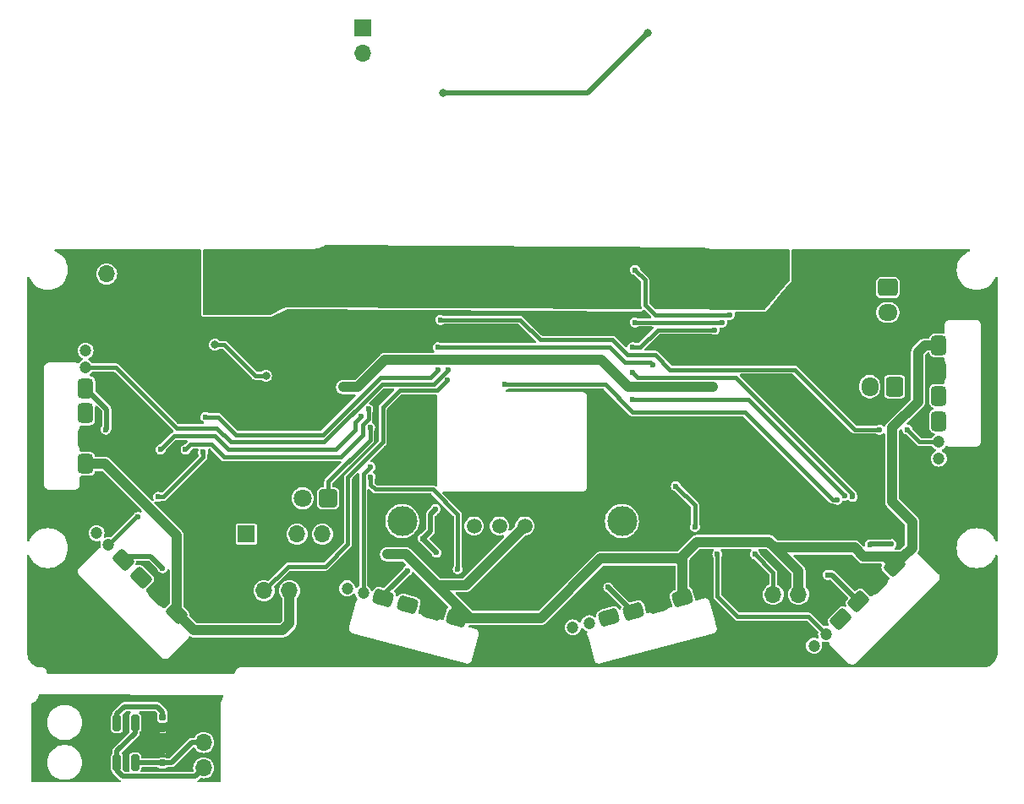
<source format=gbr>
%TF.GenerationSoftware,KiCad,Pcbnew,8.0.1*%
%TF.CreationDate,2025-03-10T11:27:28+01:00*%
%TF.ProjectId,main_board,6d61696e-5f62-46f6-9172-642e6b696361,rev?*%
%TF.SameCoordinates,Original*%
%TF.FileFunction,Copper,L2,Bot*%
%TF.FilePolarity,Positive*%
%FSLAX46Y46*%
G04 Gerber Fmt 4.6, Leading zero omitted, Abs format (unit mm)*
G04 Created by KiCad (PCBNEW 8.0.1) date 2025-03-10 11:27:28*
%MOMM*%
%LPD*%
G01*
G04 APERTURE LIST*
G04 Aperture macros list*
%AMRoundRect*
0 Rectangle with rounded corners*
0 $1 Rounding radius*
0 $2 $3 $4 $5 $6 $7 $8 $9 X,Y pos of 4 corners*
0 Add a 4 corners polygon primitive as box body*
4,1,4,$2,$3,$4,$5,$6,$7,$8,$9,$2,$3,0*
0 Add four circle primitives for the rounded corners*
1,1,$1+$1,$2,$3*
1,1,$1+$1,$4,$5*
1,1,$1+$1,$6,$7*
1,1,$1+$1,$8,$9*
0 Add four rect primitives between the rounded corners*
20,1,$1+$1,$2,$3,$4,$5,0*
20,1,$1+$1,$4,$5,$6,$7,0*
20,1,$1+$1,$6,$7,$8,$9,0*
20,1,$1+$1,$8,$9,$2,$3,0*%
G04 Aperture macros list end*
%TA.AperFunction,ComponentPad*%
%ADD10RoundRect,0.248400X0.651600X0.651600X-0.651600X0.651600X-0.651600X-0.651600X0.651600X-0.651600X0*%
%TD*%
%TA.AperFunction,ComponentPad*%
%ADD11C,1.800000*%
%TD*%
%TA.AperFunction,ComponentPad*%
%ADD12RoundRect,0.381000X-0.707107X0.168291X0.168291X-0.707107X0.707107X-0.168291X-0.168291X0.707107X0*%
%TD*%
%TA.AperFunction,ComponentPad*%
%ADD13C,1.200000*%
%TD*%
%TA.AperFunction,ComponentPad*%
%ADD14R,1.700000X1.700000*%
%TD*%
%TA.AperFunction,ComponentPad*%
%ADD15O,1.700000X1.700000*%
%TD*%
%TA.AperFunction,ComponentPad*%
%ADD16RoundRect,0.381000X0.381000X-0.619000X0.381000X0.619000X-0.381000X0.619000X-0.381000X-0.619000X0*%
%TD*%
%TA.AperFunction,ComponentPad*%
%ADD17R,1.508000X1.508000*%
%TD*%
%TA.AperFunction,ComponentPad*%
%ADD18C,1.508000*%
%TD*%
%TA.AperFunction,ComponentPad*%
%ADD19C,3.000000*%
%TD*%
%TA.AperFunction,ComponentPad*%
%ADD20RoundRect,0.381000X-0.381000X0.619000X-0.381000X-0.619000X0.381000X-0.619000X0.381000X0.619000X0*%
%TD*%
%TA.AperFunction,ComponentPad*%
%ADD21RoundRect,0.381000X-0.696518X-0.207809X0.499298X-0.528227X0.696518X0.207809X-0.499298X0.528227X0*%
%TD*%
%TA.AperFunction,ComponentPad*%
%ADD22RoundRect,0.381000X-0.168291X-0.707107X0.707107X0.168291X0.168291X0.707107X-0.707107X-0.168291X0*%
%TD*%
%TA.AperFunction,ComponentPad*%
%ADD23RoundRect,0.381000X-0.499298X-0.528227X0.696518X-0.207809X0.499298X0.528227X-0.696518X0.207809X0*%
%TD*%
%TA.AperFunction,ComponentPad*%
%ADD24RoundRect,0.250000X-0.725000X0.600000X-0.725000X-0.600000X0.725000X-0.600000X0.725000X0.600000X0*%
%TD*%
%TA.AperFunction,ComponentPad*%
%ADD25O,1.950000X1.700000*%
%TD*%
%TA.AperFunction,SMDPad,CuDef*%
%ADD26RoundRect,0.197500X-0.197500X-0.632500X0.197500X-0.632500X0.197500X0.632500X-0.197500X0.632500X0*%
%TD*%
%TA.AperFunction,SMDPad,CuDef*%
%ADD27RoundRect,0.160000X-0.160000X0.197500X-0.160000X-0.197500X0.160000X-0.197500X0.160000X0.197500X0*%
%TD*%
%TA.AperFunction,ComponentPad*%
%ADD28RoundRect,0.250000X0.600000X0.725000X-0.600000X0.725000X-0.600000X-0.725000X0.600000X-0.725000X0*%
%TD*%
%TA.AperFunction,ComponentPad*%
%ADD29O,1.700000X1.950000*%
%TD*%
%TA.AperFunction,SMDPad,CuDef*%
%ADD30RoundRect,0.160000X0.160000X-0.197500X0.160000X0.197500X-0.160000X0.197500X-0.160000X-0.197500X0*%
%TD*%
%TA.AperFunction,ViaPad*%
%ADD31C,0.600000*%
%TD*%
%TA.AperFunction,ViaPad*%
%ADD32C,0.800000*%
%TD*%
%TA.AperFunction,Conductor*%
%ADD33C,1.000000*%
%TD*%
%TA.AperFunction,Conductor*%
%ADD34C,0.400000*%
%TD*%
%TA.AperFunction,Conductor*%
%ADD35C,0.800000*%
%TD*%
%TA.AperFunction,Conductor*%
%ADD36C,0.500000*%
%TD*%
G04 APERTURE END LIST*
D10*
%TO.P,U8,1,OUT*%
%TO.N,STARTER*%
X128270000Y-117890000D03*
D11*
%TO.P,U8,2,Vs*%
%TO.N,+3.3V*%
X125730000Y-117890000D03*
%TO.P,U8,3,GND*%
%TO.N,GND*%
X123190000Y-117890000D03*
%TD*%
D12*
%TO.P,U7,1,VIN*%
%TO.N,+3.3V*%
X113111320Y-129417625D03*
%TO.P,U7,2,GND*%
%TO.N,GND*%
X111320000Y-127640000D03*
%TO.P,U7,3,SCL*%
%TO.N,SCL*%
X109523949Y-125843949D03*
%TO.P,U7,4,SDA*%
%TO.N,SDA*%
X107740667Y-124042000D03*
D13*
%TO.P,U7,5,XSHUT*%
%TO.N,XSHUT_2*%
X106258571Y-122578571D03*
%TO.P,U7,6,GPIO*%
%TO.N,GPIO_2*%
X105082511Y-121383844D03*
%TD*%
D14*
%TO.P,J8,1,Pin_1*%
%TO.N,TX*%
X131750000Y-70725000D03*
D15*
%TO.P,J8,2,Pin_2*%
%TO.N,RX*%
X131750000Y-73265000D03*
%TD*%
D14*
%TO.P,J7,1,Pin_1*%
%TO.N,+3.3V*%
X120080000Y-121475000D03*
D15*
%TO.P,J7,2,Pin_2*%
%TO.N,GND*%
X122620000Y-121475000D03*
%TO.P,J7,3,Pin_3*%
%TO.N,STARTER*%
X125160000Y-121475000D03*
%TO.P,J7,4,Pin_4*%
%TO.N,unconnected-(J7-Pin_4-Pad4)*%
X127700000Y-121475000D03*
%TD*%
D16*
%TO.P,U12,1,VIN*%
%TO.N,+3.3V*%
X189420316Y-102556375D03*
%TO.P,U12,2,GND*%
%TO.N,GND*%
X189430000Y-105080000D03*
%TO.P,U12,3,SCL*%
%TO.N,SCL*%
X189430000Y-107620000D03*
%TO.P,U12,4,SDA*%
%TO.N,SDA*%
X189416800Y-110155141D03*
D13*
%TO.P,U12,5,XSHUT*%
%TO.N,XSHUT_6*%
X189430000Y-112237941D03*
%TO.P,U12,6,GPIO*%
%TO.N,GPIO_6*%
X189416800Y-113914341D03*
%TD*%
D17*
%TO.P,U5,1,GND*%
%TO.N,GND*%
X150500000Y-120670000D03*
D18*
%TO.P,U5,2,VCC_IN*%
%TO.N,+3.3V*%
X147960000Y-120670000D03*
%TO.P,U5,3,SCL*%
%TO.N,SCL_2*%
X145420000Y-120670000D03*
%TO.P,U5,4,SDA*%
%TO.N,SDA_2*%
X142880000Y-120670000D03*
D19*
%TO.P,U5,S1*%
%TO.N,N/C*%
X157690000Y-120170000D03*
%TO.P,U5,S2*%
X135690000Y-120170000D03*
%TD*%
D20*
%TO.P,U6,1,VIN*%
%TO.N,+3.3V*%
X103979684Y-114443625D03*
%TO.P,U6,2,GND*%
%TO.N,GND*%
X103970000Y-111920000D03*
%TO.P,U6,3,SCL*%
%TO.N,SCL*%
X103970000Y-109380000D03*
%TO.P,U6,4,SDA*%
%TO.N,SDA*%
X103983200Y-106844859D03*
D13*
%TO.P,U6,5,XSHUT*%
%TO.N,XSHUT_1*%
X103970000Y-104762059D03*
%TO.P,U6,6,GPIO*%
%TO.N,GPIO_1*%
X103983200Y-103085659D03*
%TD*%
D21*
%TO.P,U9,1,VIN*%
%TO.N,+3.3V*%
X141143593Y-129871209D03*
%TO.P,U9,2,GND*%
%TO.N,GND*%
X138703451Y-129227401D03*
%TO.P,U9,3,SCL*%
%TO.N,SCL*%
X136250000Y-128570000D03*
%TO.P,U9,4,SDA*%
%TO.N,SDA*%
X133804658Y-127901108D03*
D13*
%TO.P,U9,5,XSHUT*%
%TO.N,XSHUT_3*%
X131789412Y-127374790D03*
%TO.P,U9,6,GPIO*%
%TO.N,GPIO_3*%
X130173550Y-126928155D03*
%TD*%
D22*
%TO.P,U11,1,VIN*%
%TO.N,+3.3V*%
X184965625Y-124639347D03*
%TO.P,U11,2,GND*%
%TO.N,GND*%
X183188000Y-126430667D03*
%TO.P,U11,3,SCL*%
%TO.N,SCL*%
X181391949Y-128226718D03*
%TO.P,U11,4,SDA*%
%TO.N,SDA*%
X179590000Y-130010000D03*
D13*
%TO.P,U11,5,XSHUT*%
%TO.N,XSHUT_5*%
X178126571Y-131492096D03*
%TO.P,U11,6,GPIO*%
%TO.N,GPIO_5*%
X176931844Y-132668156D03*
%TD*%
D23*
%TO.P,U10,1,VIN*%
%TO.N,+3.3V*%
X163748580Y-127900083D03*
%TO.P,U10,2,GND*%
%TO.N,GND*%
X161313452Y-128562600D03*
%TO.P,U10,3,SCL*%
%TO.N,SCL*%
X158860000Y-129220000D03*
%TO.P,U10,4,SDA*%
%TO.N,SDA*%
X156407826Y-129863394D03*
D13*
%TO.P,U10,5,XSHUT*%
%TO.N,XSHUT_4*%
X154399412Y-130415211D03*
%TO.P,U10,6,GPIO*%
%TO.N,GPIO_4*%
X152776717Y-130836345D03*
%TD*%
D24*
%TO.P,J2,1,Pin_1*%
%TO.N,BO1*%
X184310000Y-96760000D03*
D25*
%TO.P,J2,2,Pin_2*%
%TO.N,BO2*%
X184310000Y-99260000D03*
%TD*%
D14*
%TO.P,J6,1,Pin_1*%
%TO.N,GND*%
X170290000Y-127520000D03*
D15*
%TO.P,J6,2,Pin_2*%
%TO.N,SIGNAL_IR_01*%
X172830000Y-127520000D03*
%TO.P,J6,3,Pin_3*%
%TO.N,+3.3V*%
X175370000Y-127520000D03*
%TD*%
D26*
%TO.P,U4,1,K*%
%TO.N,Net-(U4-K)*%
X107134366Y-140392500D03*
%TO.P,U4,2,A*%
%TO.N,Net-(J4-Pin_3)*%
X107134366Y-144392500D03*
%TO.P,U4,3*%
X108934366Y-140392500D03*
%TO.P,U4,4*%
%TO.N,Net-(J4-Pin_2)*%
X108934366Y-144392500D03*
%TD*%
D27*
%TO.P,R1,1*%
%TO.N,Net-(U4-K)*%
X111700000Y-139845000D03*
%TO.P,R1,2*%
%TO.N,GND2*%
X111700000Y-141040000D03*
%TD*%
D28*
%TO.P,J1,1,Pin_1*%
%TO.N,AO1*%
X185000000Y-106700000D03*
D29*
%TO.P,J1,2,Pin_2*%
%TO.N,AO2*%
X182500000Y-106700000D03*
%TD*%
D30*
%TO.P,R4,1*%
%TO.N,Net-(J4-Pin_2)*%
X111690000Y-144417500D03*
%TO.P,R4,2*%
%TO.N,GND2*%
X111690000Y-143222500D03*
%TD*%
D14*
%TO.P,J4,1,Pin_1*%
%TO.N,GND2*%
X115815000Y-139835000D03*
D15*
%TO.P,J4,2,Pin_2*%
%TO.N,Net-(J4-Pin_2)*%
X115815000Y-142375000D03*
%TO.P,J4,3,Pin_3*%
%TO.N,Net-(J4-Pin_3)*%
X115815000Y-144915000D03*
%TD*%
D14*
%TO.P,J5,1,Pin_1*%
%TO.N,GND*%
X119320000Y-127150000D03*
D15*
%TO.P,J5,2,Pin_2*%
%TO.N,SIGNAL_IR_02*%
X121860000Y-127150000D03*
%TO.P,J5,3,Pin_3*%
%TO.N,+3.3V*%
X124400000Y-127150000D03*
%TD*%
D14*
%TO.P,J3,1,Pin_1*%
%TO.N,GND*%
X106090000Y-97940000D03*
D15*
%TO.P,J3,2,Pin_2*%
%TO.N,LOAD*%
X106090000Y-95400000D03*
%TD*%
D31*
%TO.N,GND*%
X143636380Y-101896365D03*
X115000000Y-121500000D03*
X144250000Y-126250000D03*
X115000000Y-122500000D03*
D32*
X129286800Y-103511600D03*
D31*
X121000000Y-124500000D03*
X134250000Y-121750000D03*
X175500000Y-117250000D03*
X159000000Y-112500000D03*
X149302810Y-131789129D03*
X118000000Y-122500000D03*
X165000000Y-103000000D03*
X162750000Y-119250000D03*
X150500000Y-125000000D03*
X159000000Y-110500000D03*
X160750000Y-120250000D03*
X160750000Y-121250000D03*
X181000000Y-114250000D03*
X140225440Y-119785893D03*
X116000000Y-120500000D03*
X148250000Y-128250000D03*
X134000000Y-117750000D03*
X148302810Y-131789129D03*
X179250000Y-114250000D03*
X142000000Y-118765923D03*
X115000000Y-119500000D03*
X117000000Y-120500000D03*
X133500000Y-122250000D03*
X118000000Y-120500000D03*
X155409497Y-120388628D03*
D32*
X125476800Y-103511600D03*
D31*
X113000000Y-118500000D03*
X138146815Y-117905001D03*
X150233177Y-99462757D03*
X166000000Y-103000000D03*
X138000000Y-127500000D03*
X180000000Y-115000000D03*
X167000000Y-102000000D03*
X152903747Y-100761605D03*
X143000000Y-117765923D03*
X121519037Y-109993828D03*
X163750000Y-121250000D03*
X116000000Y-118500000D03*
X121000000Y-123500000D03*
X169000000Y-102000000D03*
X123250000Y-114750000D03*
X166000000Y-113000000D03*
X134689996Y-112205470D03*
X175000000Y-101250000D03*
X151500000Y-126000000D03*
X150302810Y-133789129D03*
X178750000Y-107250000D03*
X168000000Y-102000000D03*
X154409497Y-120388628D03*
X169000000Y-104000000D03*
X118000000Y-123500000D03*
X136930011Y-110525908D03*
X149233177Y-100462757D03*
X173500000Y-117250000D03*
X166000000Y-104000000D03*
X140250000Y-125500000D03*
X118000000Y-121500000D03*
X155409497Y-121388628D03*
X147302810Y-132789129D03*
X144250000Y-128250000D03*
X153903747Y-99761605D03*
X119000000Y-123500000D03*
X147202778Y-100946922D03*
X134500000Y-118250000D03*
X162750000Y-120250000D03*
X148233177Y-99462757D03*
X142636380Y-100896365D03*
X119445144Y-110341475D03*
X148302810Y-133789129D03*
X143000000Y-118765923D03*
X121750000Y-116750000D03*
X146250000Y-127250000D03*
X150302810Y-131789129D03*
X146250000Y-126250000D03*
X151903747Y-100761605D03*
X139500000Y-125000000D03*
X178000000Y-106500000D03*
X159000000Y-111500000D03*
X137953400Y-109904102D03*
X175000000Y-100250000D03*
X165000000Y-104000000D03*
X144250000Y-127250000D03*
X123640881Y-110485329D03*
X153903747Y-100761605D03*
X118000000Y-124500000D03*
X174500000Y-116750000D03*
X166000000Y-112000000D03*
X134076826Y-112922274D03*
X151500000Y-125000000D03*
X168000000Y-103000000D03*
X133750000Y-118750000D03*
X146202778Y-100946922D03*
X146202778Y-101946922D03*
X181750000Y-117500000D03*
X144000000Y-117765923D03*
X116000000Y-122500000D03*
X152500000Y-125000000D03*
X114000000Y-118500000D03*
X165000000Y-102000000D03*
X145250000Y-127250000D03*
D32*
X122936800Y-103511600D03*
D31*
X176250000Y-118000000D03*
X117000000Y-123500000D03*
X123993409Y-115823964D03*
X119325266Y-109586242D03*
X152903747Y-99761605D03*
X167000000Y-112000000D03*
X146302810Y-133789129D03*
X138750000Y-124250000D03*
X167000000Y-104000000D03*
X179000000Y-106250000D03*
X160750000Y-119250000D03*
X149302810Y-132789129D03*
X116000000Y-119500000D03*
X121531025Y-110773037D03*
X161750000Y-119250000D03*
X115000000Y-118500000D03*
X173500000Y-116250000D03*
X121750000Y-115500000D03*
X148250000Y-126250000D03*
D32*
X124206800Y-103511600D03*
D31*
X140225440Y-121785893D03*
X166000000Y-102000000D03*
X124500000Y-114750000D03*
X174000000Y-101250000D03*
X152409497Y-120388628D03*
X137250000Y-126500000D03*
X161750000Y-122250000D03*
X174000000Y-98250000D03*
D32*
X128016800Y-103511600D03*
D31*
X167000000Y-103000000D03*
X172500000Y-116500000D03*
X122750000Y-115750000D03*
X163750000Y-120250000D03*
X153409497Y-121388628D03*
X147302810Y-133789129D03*
X165000000Y-112000000D03*
X140225440Y-120785893D03*
X162750000Y-121250000D03*
X145250000Y-126250000D03*
X176000000Y-100250000D03*
X172500000Y-115500000D03*
X117000000Y-122500000D03*
X147202778Y-101946922D03*
X176000000Y-99250000D03*
X161750000Y-120250000D03*
X142000000Y-117765923D03*
X117000000Y-118500000D03*
X135725262Y-109852285D03*
X147250000Y-126250000D03*
X116000000Y-124500000D03*
X117000000Y-124500000D03*
X141000000Y-117765923D03*
X118000000Y-119500000D03*
X146302810Y-131789129D03*
X163750000Y-119250000D03*
X175000000Y-98250000D03*
X171500000Y-115500000D03*
X142636380Y-101896365D03*
X122000000Y-114500000D03*
X160750000Y-122250000D03*
X149302810Y-133789129D03*
X174000000Y-100250000D03*
X118000000Y-118500000D03*
X119000000Y-124500000D03*
X120000000Y-124500000D03*
X146250000Y-128250000D03*
X149233177Y-99462757D03*
X133500000Y-121250000D03*
X176750000Y-110500000D03*
X143636380Y-100896365D03*
X181500000Y-115000000D03*
X165000000Y-111000000D03*
X115000000Y-124500000D03*
X148250000Y-127250000D03*
X114000000Y-119500000D03*
X122000000Y-123500000D03*
X182500000Y-116500000D03*
X116000000Y-121500000D03*
X182750000Y-117500000D03*
X167000000Y-113000000D03*
X115000000Y-123500000D03*
X147250000Y-127250000D03*
X136000000Y-122250000D03*
X175000000Y-99250000D03*
X162750000Y-122250000D03*
X152409497Y-121388628D03*
X147250000Y-128250000D03*
X150302810Y-132789129D03*
X161750000Y-121250000D03*
X148302810Y-132789129D03*
X120000000Y-123500000D03*
X169000000Y-103000000D03*
X154409497Y-121388628D03*
X174500000Y-117750000D03*
X174000000Y-99250000D03*
X115000000Y-120500000D03*
X135000000Y-122250000D03*
X123736783Y-109670157D03*
X146302810Y-132789129D03*
X171500000Y-114500000D03*
X181250000Y-116500000D03*
D32*
X126746800Y-103511600D03*
D31*
X122000000Y-124500000D03*
X116000000Y-123500000D03*
X175500000Y-110500000D03*
X168000000Y-104000000D03*
X145250000Y-128250000D03*
X166000000Y-111000000D03*
X153409497Y-120388628D03*
X147302810Y-131789129D03*
X117000000Y-121500000D03*
X117000000Y-119500000D03*
%TO.N,+3.3V*%
X134170000Y-123500000D03*
X129750000Y-106750000D03*
X166750000Y-106750000D03*
D32*
X116940400Y-102500000D03*
X122050000Y-105620000D03*
X145000000Y-104000000D03*
D31*
X130750000Y-106750000D03*
%TO.N,VCC*%
X163750000Y-98000000D03*
X162750000Y-94000000D03*
X117250000Y-96000000D03*
X161750000Y-95000000D03*
X161750000Y-97000000D03*
X117000000Y-99000000D03*
X161750000Y-96000000D03*
X116250000Y-94000000D03*
X168750000Y-97000000D03*
X119250000Y-95000000D03*
X167750000Y-98000000D03*
X117000000Y-98000000D03*
X119250000Y-94000000D03*
X166750000Y-98000000D03*
X164750000Y-95000000D03*
X118250000Y-96000000D03*
X117250000Y-97000000D03*
X120250000Y-95000000D03*
X162750000Y-98000000D03*
X121250000Y-93250000D03*
X120250000Y-96000000D03*
X163750000Y-95000000D03*
X120250000Y-94000000D03*
X164750000Y-96000000D03*
X118250000Y-97000000D03*
X117250000Y-94000000D03*
X122250000Y-93250000D03*
X163750000Y-94000000D03*
X162750000Y-97000000D03*
X163750000Y-97000000D03*
X119250000Y-96000000D03*
X161750000Y-98000000D03*
X164750000Y-97000000D03*
X116250000Y-95000000D03*
X165750000Y-97000000D03*
X118250000Y-95000000D03*
X165750000Y-98000000D03*
X117250000Y-95000000D03*
X120250000Y-97000000D03*
X165750000Y-94000000D03*
X166750000Y-97000000D03*
X166750000Y-95000000D03*
X163750000Y-96000000D03*
X162750000Y-95000000D03*
X165750000Y-95000000D03*
X168750000Y-98000000D03*
X167750000Y-97000000D03*
X165750000Y-96000000D03*
X161750000Y-94000000D03*
X118250000Y-94000000D03*
X162750000Y-96000000D03*
X164750000Y-94000000D03*
X164750000Y-98000000D03*
X119250000Y-97000000D03*
X166750000Y-96000000D03*
X116250000Y-97000000D03*
X116250000Y-96000000D03*
%TO.N,PWMA*%
X180765128Y-117752565D03*
X158750000Y-105250000D03*
%TO.N,PWMB*%
X159000000Y-95000000D03*
X168500000Y-99500000D03*
%TO.N,BIN2*%
X159000000Y-100250000D03*
X167750000Y-100250000D03*
%TO.N,BIN1*%
X158750000Y-102750000D03*
X167000000Y-101000000D03*
%TO.N,XSHUT_1*%
X140250000Y-105000000D03*
%TO.N,SCL*%
X139140000Y-123350000D03*
X178300000Y-125570000D03*
X139030331Y-118969669D03*
X137765000Y-121925000D03*
X156330000Y-126820000D03*
%TO.N,SDA*%
X184690331Y-122480331D03*
X182534669Y-122514669D03*
X136200000Y-125160000D03*
X105999669Y-111000331D03*
X111704669Y-124915331D03*
%TO.N,XSHUT_2*%
X139250000Y-105000000D03*
X115750000Y-113250000D03*
X109250000Y-119750000D03*
X116000000Y-109750000D03*
X111250000Y-117750000D03*
%TO.N,XSHUT_3*%
X132500000Y-114750000D03*
%TO.N,XSHUT_4*%
X132494975Y-115744975D03*
X141250000Y-125000000D03*
%TO.N,XSHUT_5*%
X160750000Y-104500000D03*
X165000000Y-120750000D03*
X167250000Y-123500000D03*
X139250000Y-102750000D03*
X163085786Y-116664214D03*
%TO.N,XSHUT_6*%
X186250000Y-111000000D03*
X183500000Y-111000000D03*
X139500000Y-100000000D03*
%TO.N,AIN2*%
X179973438Y-117637535D03*
X158750000Y-108000000D03*
%TO.N,AIN1*%
X179265598Y-118030588D03*
X146000000Y-106500000D03*
%TO.N,STARTER*%
X132464950Y-110764950D03*
%TO.N,SIGNAL_IR_01*%
X171000000Y-123500000D03*
%TO.N,SIGNAL_IR_02*%
X140195710Y-106044240D03*
%TO.N,GND2*%
X104770000Y-142380000D03*
X104360000Y-143280000D03*
X104000000Y-142380000D03*
X104260000Y-141510000D03*
%TO.N,SWITCH_1*%
X132290397Y-108949553D03*
X114000000Y-113000000D03*
%TO.N,SWITCH_2*%
X131600762Y-109638139D03*
X111500000Y-113000000D03*
D32*
%TO.N,LED_2*%
X139750000Y-77250000D03*
X160250000Y-71250000D03*
%TD*%
D33*
%TO.N,+3.3V*%
X184750000Y-110800000D02*
X184750000Y-118250000D01*
D34*
X116940400Y-102500000D02*
X117890000Y-102500000D01*
D33*
X184058764Y-123732486D02*
X185872486Y-123732486D01*
X131189588Y-106750000D02*
X129750000Y-106750000D01*
X124400000Y-130450000D02*
X124400000Y-127150000D01*
X186750000Y-122854972D02*
X185872486Y-123732486D01*
X163748580Y-124331420D02*
X163337160Y-123920000D01*
X141172384Y-128583593D02*
X142460000Y-129871209D01*
X177750000Y-122830000D02*
X173000000Y-122830000D01*
X149618791Y-129871209D02*
X142460000Y-129871209D01*
X145000000Y-104000000D02*
X155578428Y-104000000D01*
X142460000Y-129871209D02*
X141143593Y-129871209D01*
D34*
X121010000Y-105620000D02*
X122050000Y-105620000D01*
D33*
X163337160Y-123920000D02*
X155570000Y-123920000D01*
X136060000Y-123500000D02*
X139155000Y-126595000D01*
X184965625Y-124639347D02*
X184046278Y-123720000D01*
X113111320Y-121611320D02*
X113111320Y-129417625D01*
X114813695Y-131120000D02*
X123730000Y-131120000D01*
X133939588Y-104000000D02*
X131189588Y-106750000D01*
X113111320Y-129417625D02*
X114813695Y-131120000D01*
X123730000Y-131120000D02*
X124400000Y-130450000D01*
X184750000Y-118250000D02*
X186750000Y-120250000D01*
X181880000Y-123720000D02*
X180990000Y-122830000D01*
X147960000Y-120670000D02*
X142035000Y-126595000D01*
X186750000Y-120250000D02*
X186750000Y-122854972D01*
X105943625Y-114443625D02*
X113111320Y-121611320D01*
X187330000Y-103240000D02*
X187330000Y-108220000D01*
X163748580Y-123691420D02*
X163748580Y-124331420D01*
X134170000Y-123500000D02*
X136060000Y-123500000D01*
X185872486Y-123732486D02*
X184965625Y-124639347D01*
X155578428Y-104000000D02*
X158328428Y-106750000D01*
X158328428Y-106750000D02*
X166750000Y-106750000D01*
X184046278Y-123720000D02*
X181880000Y-123720000D01*
D35*
X184046278Y-123720000D02*
X184058764Y-123732486D01*
D33*
X145000000Y-104000000D02*
X133939588Y-104000000D01*
X163748580Y-124331420D02*
X163748580Y-127900083D01*
X155570000Y-123920000D02*
X149618791Y-129871209D01*
X103979684Y-114443625D02*
X105943625Y-114443625D01*
X188013625Y-102556375D02*
X187330000Y-103240000D01*
X172420000Y-122250000D02*
X165190000Y-122250000D01*
X180990000Y-122830000D02*
X177750000Y-122830000D01*
X141143593Y-128583593D02*
X141143593Y-129871209D01*
X139155000Y-126595000D02*
X141143593Y-128583593D01*
X175370000Y-125200000D02*
X173000000Y-122830000D01*
X173000000Y-122830000D02*
X172420000Y-122250000D01*
X165190000Y-122250000D02*
X163748580Y-123691420D01*
D34*
X117890000Y-102500000D02*
X121010000Y-105620000D01*
D33*
X142035000Y-126595000D02*
X139155000Y-126595000D01*
X187330000Y-108220000D02*
X184750000Y-110800000D01*
X189420316Y-102556375D02*
X188013625Y-102556375D01*
X175370000Y-127520000D02*
X175370000Y-125200000D01*
D35*
X141143593Y-128583593D02*
X141172384Y-128583593D01*
D34*
%TO.N,PWMA*%
X180765128Y-117752565D02*
X180765128Y-117439275D01*
X159250000Y-105750000D02*
X158750000Y-105250000D01*
X169075853Y-105750000D02*
X159250000Y-105750000D01*
X180765128Y-117439275D02*
X169075853Y-105750000D01*
%TO.N,PWMB*%
X168500000Y-99500000D02*
X168000000Y-99500000D01*
X168000000Y-99500000D02*
X161000000Y-99500000D01*
X160750000Y-99250000D02*
X160000000Y-98500000D01*
X161000000Y-99500000D02*
X160750000Y-99250000D01*
X160000000Y-98500000D02*
X160000000Y-96000000D01*
X160000000Y-96000000D02*
X159000000Y-95000000D01*
%TO.N,BIN2*%
X167750000Y-100250000D02*
X159000000Y-100250000D01*
%TO.N,BIN1*%
X159500000Y-102750000D02*
X158750000Y-102750000D01*
X161250000Y-101000000D02*
X159500000Y-102750000D01*
X167000000Y-101000000D02*
X161250000Y-101000000D01*
%TO.N,XSHUT_1*%
X140250000Y-105000000D02*
X138819853Y-106430147D01*
X138701472Y-106450000D02*
X133648528Y-106450000D01*
X133648528Y-106450000D02*
X127848528Y-112250000D01*
X138721325Y-106430147D02*
X138701472Y-106450000D01*
X127848528Y-112250000D02*
X118500000Y-112250000D01*
X107012059Y-104762059D02*
X103970000Y-104762059D01*
X117100000Y-110850000D02*
X113100000Y-110850000D01*
X118500000Y-112250000D02*
X117100000Y-110850000D01*
X113100000Y-110850000D02*
X107012059Y-104762059D01*
X138819853Y-106430147D02*
X138721325Y-106430147D01*
D36*
%TO.N,SCL*%
X178300000Y-125570000D02*
X178735231Y-125570000D01*
X178735231Y-125570000D02*
X181391949Y-128226718D01*
X138500000Y-119500000D02*
X139030331Y-118969669D01*
X138500000Y-121190000D02*
X138500000Y-119500000D01*
X137765000Y-121925000D02*
X138500000Y-121190000D01*
X139140000Y-123350000D02*
X139140000Y-123300000D01*
X158730000Y-129220000D02*
X156330000Y-126820000D01*
X158860000Y-129220000D02*
X158730000Y-129220000D01*
X139140000Y-123300000D02*
X137765000Y-121925000D01*
%TO.N,SDA*%
X182530000Y-122470000D02*
X182530000Y-122510000D01*
X184690331Y-122480331D02*
X184680000Y-122470000D01*
X110520000Y-123690000D02*
X108092667Y-123690000D01*
X136200000Y-125160000D02*
X134745342Y-126614658D01*
X134745342Y-126614658D02*
X133804658Y-127555342D01*
X106110000Y-108971659D02*
X106110000Y-110890000D01*
X184680000Y-122470000D02*
X182530000Y-122470000D01*
X106110000Y-110890000D02*
X105999669Y-111000331D01*
X111704669Y-124874669D02*
X110520000Y-123690000D01*
X103983200Y-106844859D02*
X106110000Y-108971659D01*
X182530000Y-122510000D02*
X182534669Y-122514669D01*
X111704669Y-124915331D02*
X111704669Y-124874669D01*
X108092667Y-123690000D02*
X107740667Y-124042000D01*
X133804658Y-127555342D02*
X133804658Y-127901108D01*
D34*
%TO.N,XSHUT_2*%
X127750000Y-111500000D02*
X119000000Y-111500000D01*
X111750000Y-117750000D02*
X115750000Y-113750000D01*
X106258571Y-122578571D02*
X109087142Y-119750000D01*
X119000000Y-111500000D02*
X117250000Y-109750000D01*
X111250000Y-117750000D02*
X111750000Y-117750000D01*
X115750000Y-113750000D02*
X115750000Y-113250000D01*
X138500000Y-105750000D02*
X133500000Y-105750000D01*
X133500000Y-105750000D02*
X127750000Y-111500000D01*
X139250000Y-105000000D02*
X138500000Y-105750000D01*
X117250000Y-109750000D02*
X116000000Y-109750000D01*
X109087142Y-119750000D02*
X109250000Y-119750000D01*
%TO.N,XSHUT_3*%
X132500000Y-114750000D02*
X131789412Y-115460588D01*
X131789412Y-115460588D02*
X131789412Y-127374790D01*
%TO.N,XSHUT_4*%
X132494975Y-116494975D02*
X133000000Y-117000000D01*
X132494975Y-115744975D02*
X132494975Y-116494975D01*
X141250000Y-119500000D02*
X141250000Y-125000000D01*
X138750000Y-117000000D02*
X141250000Y-119500000D01*
X133000000Y-117000000D02*
X138750000Y-117000000D01*
%TO.N,XSHUT_5*%
X156500000Y-102750000D02*
X139250000Y-102750000D01*
X169250000Y-129750000D02*
X176384475Y-129750000D01*
X160750000Y-104500000D02*
X160500000Y-104250000D01*
X167250000Y-127750000D02*
X169250000Y-129750000D01*
X165000000Y-118750000D02*
X165000000Y-118578428D01*
X167250000Y-123500000D02*
X167250000Y-127750000D01*
X165000000Y-118578428D02*
X163085786Y-116664214D01*
X160500000Y-104250000D02*
X158000000Y-104250000D01*
X158000000Y-104250000D02*
X156500000Y-102750000D01*
X176384475Y-129750000D02*
X178126571Y-131492096D01*
X165000000Y-118750000D02*
X165000000Y-120750000D01*
%TO.N,XSHUT_6*%
X158250000Y-103500000D02*
X156750000Y-102000000D01*
X181000000Y-111000000D02*
X175000000Y-105000000D01*
X156750000Y-102000000D02*
X149500000Y-102000000D01*
X147500000Y-100000000D02*
X139500000Y-100000000D01*
X183500000Y-111000000D02*
X181000000Y-111000000D01*
X175000000Y-105000000D02*
X162500000Y-105000000D01*
X162500000Y-105000000D02*
X161000000Y-103500000D01*
X161000000Y-103500000D02*
X158250000Y-103500000D01*
X187487941Y-112237941D02*
X189430000Y-112237941D01*
X186250000Y-111000000D02*
X187487941Y-112237941D01*
X149500000Y-102000000D02*
X147500000Y-100000000D01*
%TO.N,AIN2*%
X170335903Y-108000000D02*
X158750000Y-108000000D01*
X179973438Y-117637535D02*
X170335903Y-108000000D01*
%TO.N,AIN1*%
X170000000Y-109250000D02*
X158750000Y-109250000D01*
X156000000Y-106500000D02*
X146000000Y-106500000D01*
X179265598Y-118030588D02*
X178780588Y-118030588D01*
X158750000Y-109250000D02*
X156000000Y-106500000D01*
X178780588Y-118030588D02*
X170000000Y-109250000D01*
%TO.N,STARTER*%
X128270000Y-116230000D02*
X128270000Y-117890000D01*
X132464950Y-110764950D02*
X132464950Y-112035050D01*
X132464950Y-112035050D02*
X128270000Y-116230000D01*
%TO.N,SIGNAL_IR_01*%
X171000000Y-123500000D02*
X172830000Y-125330000D01*
X172830000Y-125330000D02*
X172830000Y-127520000D01*
%TO.N,SIGNAL_IR_02*%
X140195710Y-106044240D02*
X139189950Y-107050000D01*
X133750000Y-112250000D02*
X130250000Y-115750000D01*
X135450000Y-107050000D02*
X133750000Y-108750000D01*
X133750000Y-108750000D02*
X133750000Y-112250000D01*
X130250000Y-122500000D02*
X128000000Y-124750000D01*
X139189950Y-107050000D02*
X135450000Y-107050000D01*
X128000000Y-124750000D02*
X124260000Y-124750000D01*
X130250000Y-115750000D02*
X130250000Y-122500000D01*
X124260000Y-124750000D02*
X121860000Y-127150000D01*
D36*
%TO.N,GND2*%
X111700000Y-143212500D02*
X111690000Y-143222500D01*
D34*
%TO.N,SWITCH_1*%
X132300762Y-109939188D02*
X131750000Y-110489950D01*
X116625000Y-112500000D02*
X114500000Y-112500000D01*
X132290397Y-109337824D02*
X132300762Y-109348189D01*
X129500000Y-113750000D02*
X117875000Y-113750000D01*
X131750000Y-111500000D02*
X129500000Y-113750000D01*
X114500000Y-112500000D02*
X114000000Y-113000000D01*
X117875000Y-113750000D02*
X116625000Y-112500000D01*
X132300762Y-109348189D02*
X132300762Y-109939188D01*
X131750000Y-110489950D02*
X131750000Y-111500000D01*
X132290397Y-108949553D02*
X132290397Y-109337824D01*
%TO.N,SWITCH_2*%
X131600762Y-109638139D02*
X131000000Y-110238901D01*
X118250000Y-113000000D02*
X116900000Y-111650000D01*
X131000000Y-110238901D02*
X131000000Y-111000000D01*
X131000000Y-111000000D02*
X129000000Y-113000000D01*
X116900000Y-111650000D02*
X112850000Y-111650000D01*
X112850000Y-111650000D02*
X111500000Y-113000000D01*
X129000000Y-113000000D02*
X118250000Y-113000000D01*
D36*
%TO.N,Net-(J4-Pin_2)*%
X108934366Y-144392500D02*
X112577500Y-144392500D01*
X114595000Y-142375000D02*
X115815000Y-142375000D01*
X112577500Y-144392500D02*
X114595000Y-142375000D01*
%TO.N,Net-(J4-Pin_3)*%
X108934366Y-141435634D02*
X107134366Y-143235634D01*
X107134366Y-143235634D02*
X107134366Y-144392500D01*
X114950000Y-145780000D02*
X115815000Y-144915000D01*
X107134366Y-145194366D02*
X107720000Y-145780000D01*
X107720000Y-145780000D02*
X114950000Y-145780000D01*
X107134366Y-144392500D02*
X107134366Y-145194366D01*
X108934366Y-140392500D02*
X108934366Y-141435634D01*
%TO.N,Net-(U4-K)*%
X107870000Y-138780000D02*
X107134366Y-139515634D01*
X111170000Y-138780000D02*
X107870000Y-138780000D01*
X111700000Y-139310000D02*
X111170000Y-138780000D01*
X111700000Y-139845000D02*
X111700000Y-139310000D01*
X107134366Y-139515634D02*
X107134366Y-140392500D01*
%TO.N,LED_2*%
X160250000Y-71250000D02*
X154250000Y-77250000D01*
X154250000Y-77250000D02*
X139750000Y-77250000D01*
%TD*%
%TA.AperFunction,Conductor*%
%TO.N,GND2*%
G36*
X117679773Y-137634078D02*
G01*
X117746662Y-137654265D01*
X117792020Y-137707410D01*
X117801445Y-137776641D01*
X117791075Y-137810802D01*
X117592582Y-138233306D01*
X117587741Y-138242573D01*
X117567973Y-138276815D01*
X117565292Y-138286822D01*
X117557753Y-138307443D01*
X117553350Y-138316816D01*
X117553348Y-138316821D01*
X117546374Y-138355721D01*
X117544096Y-138365927D01*
X117533866Y-138404109D01*
X117533866Y-138414462D01*
X117531920Y-138436342D01*
X117530093Y-138446531D01*
X117530093Y-138446535D01*
X117533425Y-138485921D01*
X117533866Y-138496374D01*
X117533866Y-146245498D01*
X117514181Y-146312537D01*
X117461377Y-146358292D01*
X117409861Y-146369498D01*
X117384614Y-146369496D01*
X117368502Y-146369496D01*
X117368500Y-146369496D01*
X117360449Y-146369496D01*
X117360387Y-146369500D01*
X115292729Y-146369500D01*
X115225690Y-146349815D01*
X115179935Y-146297011D01*
X115169991Y-146227853D01*
X115199016Y-146164297D01*
X115220825Y-146146290D01*
X115220169Y-146145435D01*
X115226610Y-146140492D01*
X115226611Y-146140490D01*
X115226614Y-146140489D01*
X115408997Y-145958104D01*
X115470318Y-145924621D01*
X115532670Y-145927125D01*
X115609066Y-145950300D01*
X115609065Y-145950300D01*
X115627529Y-145952118D01*
X115815000Y-145970583D01*
X116020934Y-145950300D01*
X116218954Y-145890232D01*
X116401450Y-145792685D01*
X116561410Y-145661410D01*
X116692685Y-145501450D01*
X116790232Y-145318954D01*
X116850300Y-145120934D01*
X116870583Y-144915000D01*
X116850300Y-144709066D01*
X116790232Y-144511046D01*
X116692685Y-144328550D01*
X116589831Y-144203221D01*
X116561410Y-144168589D01*
X116401452Y-144037317D01*
X116401453Y-144037317D01*
X116401450Y-144037315D01*
X116218954Y-143939768D01*
X116020934Y-143879700D01*
X116020932Y-143879699D01*
X116020934Y-143879699D01*
X115815000Y-143859417D01*
X115609067Y-143879699D01*
X115411043Y-143939769D01*
X115300898Y-143998643D01*
X115228550Y-144037315D01*
X115228548Y-144037316D01*
X115228547Y-144037317D01*
X115068589Y-144168589D01*
X114937317Y-144328547D01*
X114839769Y-144511043D01*
X114779699Y-144709067D01*
X114759417Y-144914999D01*
X114779699Y-145120931D01*
X114779700Y-145120934D01*
X114794434Y-145169506D01*
X114795057Y-145239372D01*
X114757808Y-145298485D01*
X114694514Y-145328076D01*
X114675773Y-145329500D01*
X109625751Y-145329500D01*
X109558712Y-145309815D01*
X109512957Y-145257011D01*
X109503013Y-145187853D01*
X109512211Y-145158840D01*
X109512090Y-145158801D01*
X109515106Y-145149519D01*
X109529866Y-145056328D01*
X109529866Y-144967000D01*
X109549551Y-144899961D01*
X109602355Y-144854206D01*
X109653866Y-144843000D01*
X111196814Y-144843000D01*
X111263853Y-144862685D01*
X111284496Y-144879320D01*
X111317624Y-144912449D01*
X111317627Y-144912451D01*
X111406674Y-144955983D01*
X111425714Y-144965291D01*
X111495785Y-144975500D01*
X111884214Y-144975499D01*
X111954286Y-144965291D01*
X111954290Y-144965289D01*
X111954291Y-144965289D01*
X112062372Y-144912451D01*
X112062375Y-144912449D01*
X112095504Y-144879320D01*
X112156826Y-144845834D01*
X112183186Y-144843000D01*
X112636808Y-144843000D01*
X112636809Y-144843000D01*
X112727173Y-144818786D01*
X112751387Y-144812299D01*
X112854114Y-144752989D01*
X114717498Y-142889604D01*
X114778819Y-142856121D01*
X114848511Y-142861105D01*
X114904444Y-142902977D01*
X114914535Y-142918833D01*
X114937313Y-142961447D01*
X114937315Y-142961450D01*
X115068589Y-143121410D01*
X115165209Y-143200702D01*
X115228550Y-143252685D01*
X115411046Y-143350232D01*
X115609066Y-143410300D01*
X115609065Y-143410300D01*
X115627529Y-143412118D01*
X115815000Y-143430583D01*
X116020934Y-143410300D01*
X116218954Y-143350232D01*
X116401450Y-143252685D01*
X116561410Y-143121410D01*
X116692685Y-142961450D01*
X116790232Y-142778954D01*
X116850300Y-142580934D01*
X116870583Y-142375000D01*
X116850300Y-142169066D01*
X116790232Y-141971046D01*
X116692685Y-141788550D01*
X116630065Y-141712247D01*
X116561410Y-141628589D01*
X116401452Y-141497317D01*
X116401453Y-141497317D01*
X116401450Y-141497315D01*
X116218954Y-141399768D01*
X116020934Y-141339700D01*
X116020932Y-141339699D01*
X116020934Y-141339699D01*
X115815000Y-141319417D01*
X115609067Y-141339699D01*
X115411043Y-141399769D01*
X115367584Y-141422999D01*
X115228550Y-141497315D01*
X115228548Y-141497316D01*
X115228547Y-141497317D01*
X115068589Y-141628589D01*
X114937315Y-141788549D01*
X114937311Y-141788555D01*
X114899683Y-141858953D01*
X114850721Y-141908797D01*
X114790325Y-141924500D01*
X114535691Y-141924500D01*
X114445325Y-141948713D01*
X114445324Y-141948712D01*
X114421116Y-141955199D01*
X114421113Y-141955200D01*
X114318386Y-142014511D01*
X114318383Y-142014513D01*
X112427216Y-143905681D01*
X112365893Y-143939166D01*
X112339535Y-143942000D01*
X112129340Y-143942000D01*
X112072468Y-143925300D01*
X112071607Y-143927063D01*
X111954289Y-143869710D01*
X111954287Y-143869709D01*
X111954286Y-143869709D01*
X111884215Y-143859500D01*
X111884209Y-143859500D01*
X111495786Y-143859500D01*
X111446342Y-143866703D01*
X111425714Y-143869709D01*
X111425712Y-143869709D01*
X111425710Y-143869710D01*
X111425708Y-143869710D01*
X111308393Y-143927063D01*
X111307068Y-143924353D01*
X111256718Y-143941852D01*
X111250660Y-143942000D01*
X109653865Y-143942000D01*
X109586826Y-143922315D01*
X109541071Y-143869511D01*
X109529865Y-143818000D01*
X109529865Y-143728678D01*
X109529864Y-143728671D01*
X109515105Y-143635478D01*
X109457868Y-143523145D01*
X109457864Y-143523141D01*
X109457863Y-143523139D01*
X109370481Y-143435757D01*
X111370000Y-143435757D01*
X111379283Y-143482429D01*
X111379284Y-143482431D01*
X111414646Y-143535353D01*
X111467571Y-143570717D01*
X111514235Y-143579999D01*
X111865757Y-143579999D01*
X111912429Y-143570716D01*
X111912431Y-143570715D01*
X111965353Y-143535353D01*
X112000717Y-143482428D01*
X112009999Y-143435765D01*
X112009999Y-143009242D01*
X112000716Y-142962570D01*
X112000715Y-142962568D01*
X111965353Y-142909646D01*
X111912428Y-142874282D01*
X111865764Y-142865000D01*
X111514242Y-142865000D01*
X111467570Y-142874283D01*
X111467568Y-142874284D01*
X111414646Y-142909646D01*
X111379282Y-142962571D01*
X111370000Y-143009234D01*
X111370000Y-143435757D01*
X109370481Y-143435757D01*
X109368726Y-143434002D01*
X109368723Y-143434000D01*
X109368721Y-143433998D01*
X109256388Y-143376761D01*
X109256387Y-143376760D01*
X109256384Y-143376759D01*
X109256385Y-143376759D01*
X109163194Y-143362000D01*
X108705544Y-143362000D01*
X108612357Y-143376759D01*
X108612344Y-143376761D01*
X108500011Y-143433998D01*
X108500010Y-143433999D01*
X108500005Y-143434002D01*
X108410868Y-143523139D01*
X108410865Y-143523144D01*
X108353625Y-143635480D01*
X108338866Y-143728671D01*
X108338866Y-145056321D01*
X108353627Y-145149521D01*
X108356643Y-145158802D01*
X108355347Y-145159222D01*
X108366362Y-145217878D01*
X108340083Y-145282618D01*
X108282976Y-145322873D01*
X108242981Y-145329500D01*
X107957965Y-145329500D01*
X107890926Y-145309815D01*
X107870284Y-145293181D01*
X107761356Y-145184253D01*
X107727871Y-145122930D01*
X107726564Y-145077172D01*
X107729865Y-145056328D01*
X107729866Y-145056323D01*
X107729865Y-143728678D01*
X107715105Y-143635478D01*
X107657868Y-143523145D01*
X107657862Y-143523139D01*
X107652129Y-143515246D01*
X107653386Y-143514332D01*
X107625109Y-143462547D01*
X107630093Y-143392855D01*
X107658592Y-143348510D01*
X109294855Y-141712248D01*
X109354164Y-141609521D01*
X109354165Y-141609520D01*
X109384866Y-141494943D01*
X109384866Y-141386219D01*
X109404551Y-141319180D01*
X109421186Y-141298537D01*
X109457864Y-141261859D01*
X109457868Y-141261855D01*
X109462249Y-141253257D01*
X111380000Y-141253257D01*
X111389283Y-141299929D01*
X111389284Y-141299931D01*
X111424646Y-141352853D01*
X111477571Y-141388217D01*
X111524235Y-141397499D01*
X111875757Y-141397499D01*
X111922429Y-141388216D01*
X111922431Y-141388215D01*
X111975353Y-141352853D01*
X112010717Y-141299928D01*
X112019999Y-141253265D01*
X112019999Y-140826742D01*
X112010716Y-140780070D01*
X112010715Y-140780068D01*
X111975353Y-140727146D01*
X111922428Y-140691782D01*
X111875764Y-140682500D01*
X111524242Y-140682500D01*
X111477570Y-140691783D01*
X111477568Y-140691784D01*
X111424646Y-140727146D01*
X111389282Y-140780071D01*
X111380000Y-140826734D01*
X111380000Y-141253257D01*
X109462249Y-141253257D01*
X109515105Y-141149522D01*
X109515105Y-141149520D01*
X109515106Y-141149519D01*
X109529865Y-141056328D01*
X109529866Y-141056323D01*
X109529865Y-139728678D01*
X109515105Y-139635478D01*
X109457868Y-139523145D01*
X109457864Y-139523141D01*
X109457863Y-139523139D01*
X109376905Y-139442181D01*
X109343420Y-139380858D01*
X109348404Y-139311166D01*
X109390276Y-139255233D01*
X109455740Y-139230816D01*
X109464586Y-139230500D01*
X110932035Y-139230500D01*
X110999074Y-139250185D01*
X111019716Y-139266819D01*
X111162042Y-139409145D01*
X111195527Y-139470468D01*
X111191016Y-139533537D01*
X111192552Y-139534012D01*
X111189710Y-139543208D01*
X111189709Y-139543213D01*
X111189709Y-139543214D01*
X111179500Y-139613285D01*
X111179500Y-139613289D01*
X111179500Y-139613290D01*
X111179500Y-140076713D01*
X111184113Y-140108374D01*
X111189709Y-140146786D01*
X111189709Y-140146787D01*
X111189710Y-140146789D01*
X111189710Y-140146791D01*
X111242548Y-140254872D01*
X111242550Y-140254875D01*
X111327624Y-140339949D01*
X111327627Y-140339951D01*
X111431201Y-140390584D01*
X111435714Y-140392791D01*
X111505785Y-140403000D01*
X111894214Y-140402999D01*
X111964286Y-140392791D01*
X111964290Y-140392789D01*
X111964291Y-140392789D01*
X112072372Y-140339951D01*
X112072375Y-140339949D01*
X112157449Y-140254875D01*
X112157451Y-140254872D01*
X112183870Y-140200830D01*
X112210291Y-140146786D01*
X112220500Y-140076715D01*
X112220499Y-139613286D01*
X112210291Y-139543214D01*
X112175170Y-139471373D01*
X112163099Y-139446681D01*
X112150500Y-139392221D01*
X112150500Y-139250692D01*
X112147373Y-139239023D01*
X112124898Y-139155145D01*
X112124898Y-139155143D01*
X112119799Y-139136113D01*
X112060489Y-139033386D01*
X112012103Y-138985000D01*
X114965000Y-138985000D01*
X114965000Y-140685000D01*
X116665000Y-140685000D01*
X116665000Y-138985000D01*
X114965000Y-138985000D01*
X112012103Y-138985000D01*
X111446614Y-138419511D01*
X111395250Y-138389856D01*
X111343888Y-138360201D01*
X111327167Y-138355721D01*
X111319673Y-138353713D01*
X111319670Y-138353712D01*
X111254989Y-138336381D01*
X111229309Y-138329500D01*
X107810691Y-138329500D01*
X107724758Y-138352525D01*
X107696113Y-138360201D01*
X107593386Y-138419509D01*
X107593384Y-138419511D01*
X106773879Y-139239017D01*
X106773875Y-139239023D01*
X106714566Y-139341748D01*
X106714565Y-139341752D01*
X106694726Y-139415788D01*
X106662635Y-139471373D01*
X106610864Y-139523145D01*
X106553625Y-139635480D01*
X106538866Y-139728671D01*
X106538866Y-141056321D01*
X106551289Y-141134761D01*
X106553627Y-141149522D01*
X106610864Y-141261855D01*
X106610866Y-141261857D01*
X106610868Y-141261860D01*
X106700005Y-141350997D01*
X106700007Y-141350998D01*
X106700011Y-141351002D01*
X106812344Y-141408239D01*
X106812345Y-141408239D01*
X106812347Y-141408240D01*
X106812346Y-141408240D01*
X106905537Y-141422999D01*
X106905543Y-141423000D01*
X107363188Y-141422999D01*
X107456388Y-141408239D01*
X107568721Y-141351002D01*
X107657868Y-141261855D01*
X107715105Y-141149522D01*
X107715105Y-141149520D01*
X107715106Y-141149519D01*
X107729865Y-141056328D01*
X107729866Y-141056323D01*
X107729865Y-139728678D01*
X107716308Y-139643075D01*
X107725264Y-139573784D01*
X107751095Y-139536006D01*
X108020286Y-139266817D01*
X108081609Y-139233334D01*
X108107966Y-139230500D01*
X108404146Y-139230500D01*
X108471185Y-139250185D01*
X108516940Y-139302989D01*
X108526884Y-139372147D01*
X108497859Y-139435703D01*
X108491827Y-139442181D01*
X108410868Y-139523139D01*
X108410865Y-139523144D01*
X108410864Y-139523145D01*
X108400639Y-139543212D01*
X108353625Y-139635480D01*
X108338866Y-139728671D01*
X108338866Y-141056321D01*
X108351289Y-141134761D01*
X108353627Y-141149522D01*
X108390276Y-141221449D01*
X108403172Y-141290117D01*
X108376896Y-141354858D01*
X108367472Y-141365424D01*
X106773879Y-142959017D01*
X106773875Y-142959023D01*
X106714567Y-143061746D01*
X106714566Y-143061751D01*
X106683866Y-143176325D01*
X106683866Y-143398780D01*
X106664181Y-143465819D01*
X106647547Y-143486461D01*
X106610868Y-143523139D01*
X106610865Y-143523144D01*
X106553625Y-143635480D01*
X106538866Y-143728671D01*
X106538866Y-145056321D01*
X106551289Y-145134761D01*
X106553627Y-145149522D01*
X106610864Y-145261855D01*
X106610866Y-145261857D01*
X106610868Y-145261860D01*
X106699341Y-145350333D01*
X106719047Y-145376013D01*
X106773877Y-145470980D01*
X107443387Y-146140490D01*
X107443389Y-146140491D01*
X107449838Y-146145440D01*
X107448241Y-146147521D01*
X107487487Y-146188684D01*
X107500707Y-146257291D01*
X107474737Y-146322155D01*
X107417821Y-146362682D01*
X107377269Y-146369500D01*
X98658866Y-146369500D01*
X98591827Y-146349815D01*
X98546072Y-146297011D01*
X98534866Y-146245500D01*
X98534866Y-144370004D01*
X100134592Y-144370004D01*
X100154196Y-144631620D01*
X100154197Y-144631625D01*
X100212576Y-144887402D01*
X100212578Y-144887411D01*
X100212580Y-144887416D01*
X100308432Y-145131643D01*
X100439614Y-145358857D01*
X100529029Y-145470980D01*
X100603198Y-145563985D01*
X100784753Y-145732441D01*
X100795521Y-145742433D01*
X101012296Y-145890228D01*
X101012301Y-145890230D01*
X101012302Y-145890231D01*
X101012303Y-145890232D01*
X101137037Y-145950300D01*
X101248673Y-146004061D01*
X101248674Y-146004061D01*
X101248677Y-146004063D01*
X101499385Y-146081396D01*
X101758818Y-146120500D01*
X102021182Y-146120500D01*
X102280615Y-146081396D01*
X102531323Y-146004063D01*
X102767704Y-145890228D01*
X102984479Y-145742433D01*
X103176805Y-145563981D01*
X103340386Y-145358857D01*
X103471568Y-145131643D01*
X103567420Y-144887416D01*
X103625802Y-144631630D01*
X103632910Y-144536779D01*
X103645408Y-144370004D01*
X103645408Y-144369995D01*
X103625803Y-144108379D01*
X103625802Y-144108374D01*
X103625802Y-144108370D01*
X103567420Y-143852584D01*
X103471568Y-143608357D01*
X103340386Y-143381143D01*
X103176805Y-143176019D01*
X103176804Y-143176018D01*
X103176801Y-143176014D01*
X102984479Y-142997567D01*
X102927941Y-142959020D01*
X102767704Y-142849772D01*
X102767700Y-142849770D01*
X102767697Y-142849768D01*
X102767696Y-142849767D01*
X102531325Y-142735938D01*
X102531327Y-142735938D01*
X102280623Y-142658606D01*
X102280619Y-142658605D01*
X102280615Y-142658604D01*
X102155823Y-142639794D01*
X102021187Y-142619500D01*
X102021182Y-142619500D01*
X101758818Y-142619500D01*
X101758812Y-142619500D01*
X101597247Y-142643853D01*
X101499385Y-142658604D01*
X101499382Y-142658605D01*
X101499376Y-142658606D01*
X101248673Y-142735938D01*
X101012303Y-142849767D01*
X101012302Y-142849768D01*
X100795520Y-142997567D01*
X100603198Y-143176014D01*
X100439614Y-143381143D01*
X100308432Y-143608356D01*
X100212582Y-143852578D01*
X100212576Y-143852597D01*
X100154197Y-144108374D01*
X100154196Y-144108379D01*
X100134592Y-144369995D01*
X100134592Y-144370004D01*
X98534866Y-144370004D01*
X98534866Y-140370004D01*
X100134592Y-140370004D01*
X100154196Y-140631620D01*
X100154197Y-140631625D01*
X100212576Y-140887402D01*
X100212578Y-140887411D01*
X100212580Y-140887416D01*
X100308432Y-141131643D01*
X100439614Y-141358857D01*
X100548138Y-141494942D01*
X100603198Y-141563985D01*
X100762988Y-141712247D01*
X100795521Y-141742433D01*
X101012296Y-141890228D01*
X101012301Y-141890230D01*
X101012302Y-141890231D01*
X101012303Y-141890232D01*
X101133739Y-141948712D01*
X101248673Y-142004061D01*
X101248674Y-142004061D01*
X101248677Y-142004063D01*
X101499385Y-142081396D01*
X101758818Y-142120500D01*
X102021182Y-142120500D01*
X102280615Y-142081396D01*
X102531323Y-142004063D01*
X102767704Y-141890228D01*
X102984479Y-141742433D01*
X103176805Y-141563981D01*
X103340386Y-141358857D01*
X103471568Y-141131643D01*
X103567420Y-140887416D01*
X103625802Y-140631630D01*
X103643700Y-140392791D01*
X103645408Y-140370004D01*
X103645408Y-140369995D01*
X103625803Y-140108379D01*
X103625802Y-140108374D01*
X103625802Y-140108370D01*
X103567420Y-139852584D01*
X103471568Y-139608357D01*
X103340386Y-139381143D01*
X103176805Y-139176019D01*
X103176804Y-139176018D01*
X103176801Y-139176014D01*
X102984479Y-138997567D01*
X102966047Y-138985000D01*
X102767704Y-138849772D01*
X102767700Y-138849770D01*
X102767697Y-138849768D01*
X102767696Y-138849767D01*
X102531325Y-138735938D01*
X102531327Y-138735938D01*
X102280623Y-138658606D01*
X102280619Y-138658605D01*
X102280615Y-138658604D01*
X102155823Y-138639794D01*
X102021187Y-138619500D01*
X102021182Y-138619500D01*
X101758818Y-138619500D01*
X101758812Y-138619500D01*
X101597247Y-138643853D01*
X101499385Y-138658604D01*
X101499382Y-138658605D01*
X101499376Y-138658606D01*
X101248673Y-138735938D01*
X101012303Y-138849767D01*
X101012302Y-138849768D01*
X100795520Y-138997567D01*
X100603198Y-139176014D01*
X100439614Y-139381143D01*
X100308432Y-139608356D01*
X100212582Y-139852578D01*
X100212576Y-139852597D01*
X100154197Y-140108374D01*
X100154196Y-140108379D01*
X100134592Y-140369995D01*
X100134592Y-140370004D01*
X98534866Y-140370004D01*
X98534866Y-138498202D01*
X98554551Y-138431163D01*
X98607355Y-138385408D01*
X98639798Y-138375677D01*
X98646206Y-138374679D01*
X98646209Y-138374680D01*
X98663620Y-138371970D01*
X98682670Y-138370496D01*
X98700286Y-138370496D01*
X98731483Y-138362134D01*
X98744508Y-138359384D01*
X98776426Y-138354418D01*
X98792539Y-138347295D01*
X98810559Y-138340941D01*
X98827578Y-138336381D01*
X98855558Y-138320223D01*
X98867397Y-138314210D01*
X98896963Y-138301144D01*
X98906011Y-138293857D01*
X98910682Y-138290096D01*
X98926452Y-138279288D01*
X98930735Y-138276815D01*
X98941703Y-138270482D01*
X98964551Y-138247630D01*
X98974444Y-138238747D01*
X98999603Y-138218488D01*
X99009996Y-138204262D01*
X99022427Y-138189748D01*
X99034883Y-138177292D01*
X99051031Y-138149317D01*
X99058300Y-138138157D01*
X99077352Y-138112084D01*
X99077351Y-138112084D01*
X99077353Y-138112083D01*
X99083707Y-138095660D01*
X99091964Y-138078410D01*
X99100768Y-138063160D01*
X99100769Y-138063159D01*
X99109130Y-138031945D01*
X99113255Y-138019306D01*
X99284666Y-137576368D01*
X99327218Y-137520953D01*
X99392976Y-137497339D01*
X99401201Y-137497125D01*
X117679773Y-137634078D01*
G37*
%TD.AperFunction*%
%TD*%
%TA.AperFunction,Conductor*%
%TO.N,GND*%
G36*
X115502850Y-92920186D02*
G01*
X115548605Y-92972990D01*
X115559810Y-93024791D01*
X115555140Y-94999999D01*
X115544794Y-99375219D01*
X115549439Y-99419149D01*
X115549440Y-99419158D01*
X115560649Y-99470974D01*
X115563182Y-99481368D01*
X115563186Y-99481377D01*
X115606193Y-99562083D01*
X115606195Y-99562086D01*
X115651954Y-99614895D01*
X115663612Y-99626793D01*
X115669540Y-99632843D01*
X115669541Y-99632844D01*
X115669543Y-99632845D01*
X115686725Y-99642456D01*
X115749357Y-99677490D01*
X115816396Y-99697175D01*
X115874294Y-99705500D01*
X115874298Y-99705500D01*
X122470728Y-99705500D01*
X122517943Y-99700002D01*
X122573396Y-99686911D01*
X122618083Y-99670714D01*
X124021519Y-98968994D01*
X124077617Y-98955906D01*
X148824497Y-99084796D01*
X159572341Y-99140775D01*
X159572342Y-99140774D01*
X159572361Y-99140775D01*
X159611797Y-99137165D01*
X159646705Y-99130531D01*
X159658548Y-99128281D01*
X159664520Y-99127053D01*
X159664519Y-99127053D01*
X159664530Y-99127051D01*
X159747197Y-99087930D01*
X159802118Y-99044739D01*
X159807933Y-99039560D01*
X159871088Y-99009673D01*
X159940375Y-99018674D01*
X159978085Y-99044478D01*
X160571426Y-99637819D01*
X160604911Y-99699142D01*
X160599927Y-99768834D01*
X160558055Y-99824767D01*
X160492591Y-99849184D01*
X160483745Y-99849500D01*
X159338974Y-99849500D01*
X159271936Y-99829816D01*
X159210050Y-99790045D01*
X159071963Y-99749500D01*
X159071961Y-99749500D01*
X158928039Y-99749500D01*
X158928036Y-99749500D01*
X158789949Y-99790045D01*
X158668873Y-99867856D01*
X158574623Y-99976626D01*
X158574622Y-99976628D01*
X158514834Y-100107543D01*
X158494353Y-100250000D01*
X158514834Y-100392456D01*
X158545660Y-100459954D01*
X158574623Y-100523373D01*
X158668872Y-100632143D01*
X158789947Y-100709953D01*
X158789950Y-100709954D01*
X158789949Y-100709954D01*
X158928036Y-100750499D01*
X158928038Y-100750500D01*
X158928039Y-100750500D01*
X159071962Y-100750500D01*
X159071962Y-100750499D01*
X159210050Y-100709954D01*
X159210051Y-100709954D01*
X159271936Y-100670184D01*
X159338974Y-100650500D01*
X160733745Y-100650500D01*
X160800784Y-100670185D01*
X160846539Y-100722989D01*
X160856483Y-100792147D01*
X160827458Y-100855703D01*
X160821426Y-100862181D01*
X159370426Y-102313181D01*
X159309103Y-102346666D01*
X159282745Y-102349500D01*
X159088974Y-102349500D01*
X159021936Y-102329816D01*
X158960050Y-102290045D01*
X158821963Y-102249500D01*
X158821961Y-102249500D01*
X158678039Y-102249500D01*
X158678036Y-102249500D01*
X158539949Y-102290045D01*
X158418873Y-102367856D01*
X158324623Y-102476626D01*
X158324622Y-102476628D01*
X158264834Y-102607543D01*
X158257236Y-102660391D01*
X158228210Y-102723947D01*
X158169432Y-102761720D01*
X158099562Y-102761720D01*
X158046817Y-102730424D01*
X156995915Y-101679522D01*
X156995913Y-101679520D01*
X156934592Y-101644116D01*
X156904589Y-101626793D01*
X156853657Y-101613146D01*
X156802727Y-101599500D01*
X156802726Y-101599500D01*
X149717255Y-101599500D01*
X149650216Y-101579815D01*
X149629574Y-101563181D01*
X147745915Y-99679522D01*
X147745913Y-99679520D01*
X147681717Y-99642456D01*
X147654589Y-99626793D01*
X147603657Y-99613146D01*
X147552727Y-99599500D01*
X147552726Y-99599500D01*
X139838974Y-99599500D01*
X139771936Y-99579816D01*
X139710050Y-99540045D01*
X139571963Y-99499500D01*
X139571961Y-99499500D01*
X139428039Y-99499500D01*
X139428036Y-99499500D01*
X139289949Y-99540045D01*
X139168873Y-99617856D01*
X139074623Y-99726626D01*
X139074622Y-99726628D01*
X139014834Y-99857543D01*
X138994353Y-100000000D01*
X139014834Y-100142456D01*
X139063948Y-100249999D01*
X139074623Y-100273373D01*
X139168872Y-100382143D01*
X139289947Y-100459953D01*
X139289950Y-100459954D01*
X139289949Y-100459954D01*
X139428036Y-100500499D01*
X139428038Y-100500500D01*
X139428039Y-100500500D01*
X139571962Y-100500500D01*
X139571962Y-100500499D01*
X139710050Y-100459954D01*
X139710051Y-100459954D01*
X139771936Y-100420184D01*
X139838974Y-100400500D01*
X147282745Y-100400500D01*
X147349784Y-100420185D01*
X147370426Y-100436819D01*
X149071426Y-102137819D01*
X149104911Y-102199142D01*
X149099927Y-102268834D01*
X149058055Y-102324767D01*
X148992591Y-102349184D01*
X148983745Y-102349500D01*
X139588974Y-102349500D01*
X139521936Y-102329816D01*
X139460050Y-102290045D01*
X139321963Y-102249500D01*
X139321961Y-102249500D01*
X139178039Y-102249500D01*
X139178036Y-102249500D01*
X139039949Y-102290045D01*
X138918873Y-102367856D01*
X138824623Y-102476626D01*
X138824622Y-102476628D01*
X138764834Y-102607543D01*
X138744353Y-102750000D01*
X138764834Y-102892456D01*
X138811894Y-102995501D01*
X138824623Y-103023373D01*
X138878596Y-103085662D01*
X138886079Y-103094297D01*
X138915104Y-103157853D01*
X138905160Y-103227012D01*
X138859405Y-103279816D01*
X138792366Y-103299500D01*
X133870591Y-103299500D01*
X133762178Y-103321065D01*
X133762177Y-103321065D01*
X133748719Y-103323742D01*
X133735261Y-103326419D01*
X133697918Y-103341887D01*
X133607780Y-103379223D01*
X133554302Y-103414956D01*
X133493042Y-103455887D01*
X133493039Y-103455890D01*
X130935750Y-106013181D01*
X130874427Y-106046666D01*
X130848069Y-106049500D01*
X129681005Y-106049500D01*
X129545677Y-106076418D01*
X129545667Y-106076421D01*
X129418195Y-106129221D01*
X129418182Y-106129228D01*
X129303458Y-106205885D01*
X129303454Y-106205888D01*
X129205888Y-106303454D01*
X129205885Y-106303458D01*
X129129228Y-106418182D01*
X129129221Y-106418195D01*
X129076421Y-106545667D01*
X129076418Y-106545677D01*
X129049500Y-106681004D01*
X129049500Y-106681007D01*
X129049500Y-106818993D01*
X129049500Y-106818995D01*
X129049499Y-106818995D01*
X129076418Y-106954322D01*
X129076421Y-106954332D01*
X129129221Y-107081804D01*
X129129228Y-107081817D01*
X129205885Y-107196541D01*
X129205888Y-107196545D01*
X129303454Y-107294111D01*
X129303458Y-107294114D01*
X129418182Y-107370771D01*
X129418195Y-107370778D01*
X129474976Y-107394297D01*
X129545672Y-107423580D01*
X129545676Y-107423580D01*
X129545677Y-107423581D01*
X129681004Y-107450500D01*
X129681007Y-107450500D01*
X130933745Y-107450500D01*
X131000784Y-107470185D01*
X131046539Y-107522989D01*
X131056483Y-107592147D01*
X131027458Y-107655703D01*
X131021426Y-107662181D01*
X127620426Y-111063181D01*
X127559103Y-111096666D01*
X127532745Y-111099500D01*
X119217254Y-111099500D01*
X119150215Y-111079815D01*
X119129573Y-111063181D01*
X118324860Y-110258468D01*
X117495913Y-109429520D01*
X117450250Y-109403156D01*
X117404589Y-109376793D01*
X117353657Y-109363146D01*
X117302727Y-109349500D01*
X117302726Y-109349500D01*
X116338974Y-109349500D01*
X116271936Y-109329816D01*
X116210050Y-109290045D01*
X116071963Y-109249500D01*
X116071961Y-109249500D01*
X115928039Y-109249500D01*
X115928036Y-109249500D01*
X115789949Y-109290045D01*
X115668873Y-109367856D01*
X115574623Y-109476626D01*
X115574622Y-109476628D01*
X115514834Y-109607543D01*
X115494353Y-109750000D01*
X115514834Y-109892456D01*
X115560256Y-109991914D01*
X115574623Y-110023373D01*
X115668872Y-110132143D01*
X115789947Y-110209953D01*
X115789949Y-110209953D01*
X115795977Y-110212707D01*
X115848779Y-110258464D01*
X115868462Y-110325504D01*
X115848776Y-110392542D01*
X115795970Y-110438296D01*
X115744462Y-110449500D01*
X113317254Y-110449500D01*
X113250215Y-110429815D01*
X113229573Y-110413181D01*
X107257974Y-104441581D01*
X107257973Y-104441580D01*
X107257972Y-104441579D01*
X107185095Y-104399503D01*
X107166648Y-104388852D01*
X107096908Y-104370166D01*
X107064786Y-104361559D01*
X107064785Y-104361559D01*
X104732290Y-104361559D01*
X104665251Y-104341874D01*
X104627297Y-104303532D01*
X104599817Y-104259798D01*
X104472262Y-104132243D01*
X104313626Y-104032565D01*
X104315100Y-104030218D01*
X104272548Y-103991797D01*
X104254237Y-103924370D01*
X104275287Y-103857746D01*
X104326702Y-103815002D01*
X104326447Y-103814471D01*
X104328573Y-103813446D01*
X104329015Y-103813080D01*
X104330706Y-103812419D01*
X104332716Y-103811451D01*
X104332719Y-103811448D01*
X104332722Y-103811448D01*
X104485462Y-103715475D01*
X104613016Y-103587921D01*
X104708989Y-103435181D01*
X104768568Y-103264914D01*
X104768569Y-103264908D01*
X104788765Y-103085662D01*
X104788765Y-103085655D01*
X104768569Y-102906409D01*
X104768568Y-102906404D01*
X104708988Y-102736135D01*
X104613015Y-102583396D01*
X104529620Y-102500001D01*
X116334718Y-102500001D01*
X116355355Y-102656760D01*
X116355356Y-102656762D01*
X116393976Y-102750000D01*
X116415864Y-102802841D01*
X116512118Y-102928282D01*
X116637559Y-103024536D01*
X116783638Y-103085044D01*
X116853922Y-103094297D01*
X116940399Y-103105682D01*
X116940400Y-103105682D01*
X116940401Y-103105682D01*
X116992654Y-103098802D01*
X117097162Y-103085044D01*
X117243241Y-103024536D01*
X117368682Y-102928282D01*
X117368683Y-102928279D01*
X117371493Y-102926124D01*
X117436663Y-102900930D01*
X117446980Y-102900500D01*
X117672745Y-102900500D01*
X117739784Y-102920185D01*
X117760426Y-102936819D01*
X120689519Y-105865912D01*
X120689520Y-105865913D01*
X120764087Y-105940480D01*
X120855413Y-105993207D01*
X120957273Y-106020500D01*
X121062727Y-106020500D01*
X121543420Y-106020500D01*
X121610459Y-106040185D01*
X121618907Y-106046124D01*
X121621716Y-106048279D01*
X121621718Y-106048282D01*
X121747159Y-106144536D01*
X121893238Y-106205044D01*
X121971619Y-106215363D01*
X122049999Y-106225682D01*
X122050000Y-106225682D01*
X122050001Y-106225682D01*
X122102254Y-106218802D01*
X122206762Y-106205044D01*
X122352841Y-106144536D01*
X122478282Y-106048282D01*
X122574536Y-105922841D01*
X122635044Y-105776762D01*
X122655682Y-105620000D01*
X122635044Y-105463238D01*
X122574536Y-105317159D01*
X122478282Y-105191718D01*
X122352841Y-105095464D01*
X122206762Y-105034956D01*
X122206760Y-105034955D01*
X122050001Y-105014318D01*
X122049999Y-105014318D01*
X121893239Y-105034955D01*
X121893237Y-105034956D01*
X121747160Y-105095463D01*
X121747159Y-105095464D01*
X121621718Y-105191718D01*
X121621716Y-105191720D01*
X121618907Y-105193876D01*
X121553737Y-105219070D01*
X121543420Y-105219500D01*
X121227255Y-105219500D01*
X121160216Y-105199815D01*
X121139574Y-105183181D01*
X118135915Y-102179522D01*
X118135913Y-102179520D01*
X118090250Y-102153156D01*
X118044589Y-102126793D01*
X117993657Y-102113146D01*
X117942727Y-102099500D01*
X117942726Y-102099500D01*
X117446980Y-102099500D01*
X117379941Y-102079815D01*
X117371493Y-102073876D01*
X117368683Y-102071720D01*
X117368682Y-102071718D01*
X117243241Y-101975464D01*
X117097162Y-101914956D01*
X117097160Y-101914955D01*
X116940401Y-101894318D01*
X116940399Y-101894318D01*
X116783639Y-101914955D01*
X116783637Y-101914956D01*
X116637560Y-101975463D01*
X116512118Y-102071718D01*
X116415863Y-102197160D01*
X116355356Y-102343237D01*
X116355355Y-102343239D01*
X116334718Y-102499998D01*
X116334718Y-102500001D01*
X104529620Y-102500001D01*
X104485462Y-102455843D01*
X104332723Y-102359870D01*
X104162454Y-102300290D01*
X104162449Y-102300289D01*
X103983204Y-102280094D01*
X103983196Y-102280094D01*
X103803950Y-102300289D01*
X103803945Y-102300290D01*
X103633676Y-102359870D01*
X103480937Y-102455843D01*
X103353384Y-102583396D01*
X103257411Y-102736135D01*
X103197831Y-102906404D01*
X103197830Y-102906409D01*
X103177635Y-103085655D01*
X103177635Y-103085662D01*
X103197830Y-103264908D01*
X103197831Y-103264913D01*
X103257411Y-103435182D01*
X103307238Y-103514480D01*
X103353384Y-103587921D01*
X103480938Y-103715475D01*
X103523006Y-103741908D01*
X103639574Y-103815153D01*
X103638096Y-103817504D01*
X103680632Y-103855888D01*
X103698963Y-103923310D01*
X103677933Y-103989940D01*
X103626500Y-104032723D01*
X103626753Y-104033247D01*
X103624660Y-104034254D01*
X103624219Y-104034622D01*
X103622513Y-104035288D01*
X103620483Y-104036266D01*
X103467737Y-104132243D01*
X103340184Y-104259796D01*
X103340182Y-104259799D01*
X103306610Y-104313228D01*
X103254275Y-104359519D01*
X103185221Y-104370166D01*
X103139617Y-104354642D01*
X103103189Y-104333610D01*
X103103186Y-104333609D01*
X102975892Y-104299501D01*
X100375892Y-104299501D01*
X100244108Y-104299501D01*
X100116812Y-104333609D01*
X100002686Y-104399501D01*
X100002683Y-104399503D01*
X99909502Y-104492684D01*
X99909500Y-104492687D01*
X99843608Y-104606813D01*
X99826628Y-104670185D01*
X99809500Y-104734109D01*
X99809500Y-116565893D01*
X99816835Y-116593267D01*
X99843608Y-116693188D01*
X99866328Y-116732539D01*
X99909500Y-116807315D01*
X100002686Y-116900501D01*
X100116814Y-116966393D01*
X100244108Y-117000501D01*
X100244110Y-117000501D01*
X102975890Y-117000501D01*
X102975892Y-117000501D01*
X103103186Y-116966393D01*
X103217314Y-116900501D01*
X103310500Y-116807315D01*
X103376392Y-116693187D01*
X103410500Y-116565893D01*
X103410500Y-115765763D01*
X103430185Y-115698724D01*
X103482989Y-115652969D01*
X103550686Y-115642824D01*
X103560568Y-115644125D01*
X103560575Y-115644125D01*
X104398793Y-115644125D01*
X104398800Y-115644125D01*
X104512486Y-115629158D01*
X104653943Y-115570564D01*
X104775415Y-115477356D01*
X104868623Y-115355884D01*
X104924630Y-115220671D01*
X104968471Y-115166269D01*
X105034765Y-115144204D01*
X105039191Y-115144125D01*
X105602106Y-115144125D01*
X105669145Y-115163810D01*
X105689787Y-115180444D01*
X109019059Y-118509716D01*
X109598637Y-119089293D01*
X109632122Y-119150616D01*
X109627138Y-119220308D01*
X109585266Y-119276241D01*
X109519802Y-119300658D01*
X109468878Y-119291471D01*
X109468563Y-119292545D01*
X109321963Y-119249500D01*
X109321961Y-119249500D01*
X109178039Y-119249500D01*
X109178036Y-119249500D01*
X109039949Y-119290045D01*
X108918872Y-119367856D01*
X108918869Y-119367859D01*
X108903334Y-119385788D01*
X108871625Y-119411969D01*
X108841235Y-119429515D01*
X108841226Y-119429522D01*
X106515748Y-121754999D01*
X106454425Y-121788484D01*
X106414184Y-121790538D01*
X106258575Y-121773006D01*
X106258567Y-121773006D01*
X106079321Y-121793201D01*
X106079313Y-121793203D01*
X105989667Y-121824572D01*
X105919889Y-121828133D01*
X105859261Y-121793404D01*
X105827034Y-121731411D01*
X105831672Y-121666575D01*
X105867877Y-121563106D01*
X105867880Y-121563093D01*
X105888076Y-121383847D01*
X105888076Y-121383840D01*
X105867880Y-121204594D01*
X105867879Y-121204589D01*
X105853949Y-121164779D01*
X105808300Y-121034322D01*
X105798718Y-121019073D01*
X105719160Y-120892457D01*
X105712327Y-120881582D01*
X105584773Y-120754028D01*
X105432034Y-120658055D01*
X105261765Y-120598475D01*
X105261760Y-120598474D01*
X105082515Y-120578279D01*
X105082507Y-120578279D01*
X104903261Y-120598474D01*
X104903256Y-120598475D01*
X104732987Y-120658055D01*
X104580248Y-120754028D01*
X104452695Y-120881581D01*
X104356722Y-121034320D01*
X104297142Y-121204589D01*
X104297141Y-121204594D01*
X104276946Y-121383840D01*
X104276946Y-121383847D01*
X104297141Y-121563093D01*
X104297142Y-121563098D01*
X104356722Y-121733367D01*
X104416268Y-121828133D01*
X104452695Y-121886106D01*
X104580249Y-122013660D01*
X104732989Y-122109633D01*
X104879813Y-122161009D01*
X104903256Y-122169212D01*
X104903261Y-122169213D01*
X105082507Y-122189409D01*
X105082511Y-122189409D01*
X105082515Y-122189409D01*
X105261760Y-122169213D01*
X105261763Y-122169212D01*
X105261766Y-122169212D01*
X105261767Y-122169211D01*
X105261770Y-122169211D01*
X105301242Y-122155398D01*
X105351413Y-122137842D01*
X105421191Y-122134280D01*
X105481819Y-122169009D01*
X105514046Y-122231002D01*
X105509410Y-122295838D01*
X105473203Y-122399313D01*
X105473201Y-122399321D01*
X105453006Y-122578567D01*
X105453006Y-122578574D01*
X105473726Y-122762478D01*
X105461671Y-122831300D01*
X105414322Y-122882679D01*
X105382601Y-122896135D01*
X105355293Y-122903452D01*
X105355292Y-122903452D01*
X105312772Y-122928002D01*
X105271591Y-122951778D01*
X105258221Y-122959497D01*
X105241165Y-122969344D01*
X105241162Y-122969346D01*
X103309502Y-124901006D01*
X103309500Y-124901009D01*
X103243608Y-125015135D01*
X103220628Y-125100899D01*
X103209500Y-125142431D01*
X103209500Y-125274215D01*
X103215732Y-125297474D01*
X103243608Y-125401510D01*
X103273820Y-125453838D01*
X103309500Y-125515637D01*
X111582649Y-133788786D01*
X111675835Y-133881972D01*
X111774670Y-133939035D01*
X111789959Y-133947862D01*
X111789963Y-133947864D01*
X111917257Y-133981972D01*
X111917259Y-133981972D01*
X112049040Y-133981972D01*
X112049041Y-133981972D01*
X112049042Y-133981972D01*
X112176335Y-133947864D01*
X112290464Y-133881972D01*
X112383649Y-133788787D01*
X112383649Y-133788785D01*
X112393853Y-133778582D01*
X112393857Y-133778577D01*
X114118732Y-132053702D01*
X114118737Y-132053698D01*
X114128940Y-132043494D01*
X114128942Y-132043494D01*
X114222127Y-131950309D01*
X114288019Y-131836180D01*
X114294352Y-131812541D01*
X114330716Y-131752882D01*
X114393562Y-131722352D01*
X114462938Y-131730646D01*
X114476472Y-131737983D01*
X114476514Y-131737905D01*
X114481885Y-131740776D01*
X114609362Y-131793578D01*
X114609367Y-131793580D01*
X114609371Y-131793580D01*
X114609372Y-131793581D01*
X114744698Y-131820500D01*
X114744701Y-131820500D01*
X123798996Y-131820500D01*
X123890040Y-131802389D01*
X123934328Y-131793580D01*
X124032582Y-131752882D01*
X124061807Y-131740777D01*
X124061808Y-131740776D01*
X124061811Y-131740775D01*
X124176543Y-131664114D01*
X124944114Y-130896543D01*
X125020775Y-130781811D01*
X125035406Y-130746490D01*
X125073578Y-130654332D01*
X125073580Y-130654328D01*
X125082389Y-130610040D01*
X125100500Y-130518996D01*
X125100500Y-127992734D01*
X125120185Y-127925695D01*
X125142275Y-127900881D01*
X125142107Y-127900713D01*
X125145003Y-127897816D01*
X125145838Y-127896879D01*
X125146410Y-127896410D01*
X125277685Y-127736450D01*
X125375232Y-127553954D01*
X125435300Y-127355934D01*
X125455583Y-127150000D01*
X125435300Y-126944066D01*
X125375232Y-126746046D01*
X125277685Y-126563550D01*
X125199761Y-126468599D01*
X125146410Y-126403589D01*
X125026884Y-126305498D01*
X124986450Y-126272315D01*
X124803954Y-126174768D01*
X124605934Y-126114700D01*
X124605932Y-126114699D01*
X124605934Y-126114699D01*
X124400000Y-126094417D01*
X124194067Y-126114699D01*
X123996043Y-126174769D01*
X123944414Y-126202366D01*
X123813550Y-126272315D01*
X123813548Y-126272316D01*
X123813547Y-126272317D01*
X123653589Y-126403589D01*
X123522317Y-126563547D01*
X123522315Y-126563550D01*
X123483643Y-126635898D01*
X123424769Y-126746043D01*
X123364699Y-126944067D01*
X123344417Y-127150000D01*
X123364699Y-127355932D01*
X123364700Y-127355934D01*
X123424768Y-127553954D01*
X123522315Y-127736450D01*
X123653590Y-127896410D01*
X123654159Y-127896877D01*
X123654379Y-127897199D01*
X123657893Y-127900713D01*
X123657226Y-127901379D01*
X123693496Y-127954618D01*
X123699500Y-127992734D01*
X123699500Y-130108481D01*
X123679815Y-130175520D01*
X123663181Y-130196162D01*
X123476162Y-130383181D01*
X123414839Y-130416666D01*
X123388481Y-130419500D01*
X115155214Y-130419500D01*
X115088175Y-130399815D01*
X115067533Y-130383181D01*
X114432516Y-129748164D01*
X114399031Y-129686841D01*
X114397258Y-129644296D01*
X114399162Y-129629842D01*
X114404945Y-129585916D01*
X114384959Y-129434115D01*
X114326366Y-129292657D01*
X114326365Y-129292656D01*
X114326365Y-129292655D01*
X114256560Y-129201685D01*
X114256553Y-129201677D01*
X113848139Y-128793263D01*
X113814654Y-128731940D01*
X113811820Y-128705582D01*
X113811820Y-122344752D01*
X119029500Y-122344752D01*
X119041131Y-122403229D01*
X119041132Y-122403230D01*
X119085447Y-122469552D01*
X119151769Y-122513867D01*
X119151770Y-122513868D01*
X119210247Y-122525499D01*
X119210250Y-122525500D01*
X119210252Y-122525500D01*
X120949750Y-122525500D01*
X120949751Y-122525499D01*
X120964568Y-122522552D01*
X121008229Y-122513868D01*
X121008229Y-122513867D01*
X121008231Y-122513867D01*
X121074552Y-122469552D01*
X121118867Y-122403231D01*
X121118867Y-122403229D01*
X121118868Y-122403229D01*
X121130499Y-122344752D01*
X121130500Y-122344750D01*
X121130500Y-121475000D01*
X124104417Y-121475000D01*
X124124699Y-121680932D01*
X124140012Y-121731411D01*
X124184768Y-121878954D01*
X124282315Y-122061450D01*
X124308356Y-122093181D01*
X124413589Y-122221410D01*
X124488327Y-122282745D01*
X124573550Y-122352685D01*
X124756046Y-122450232D01*
X124954066Y-122510300D01*
X124954065Y-122510300D01*
X124972529Y-122512118D01*
X125160000Y-122530583D01*
X125365934Y-122510300D01*
X125563954Y-122450232D01*
X125746450Y-122352685D01*
X125906410Y-122221410D01*
X126037685Y-122061450D01*
X126135232Y-121878954D01*
X126195300Y-121680934D01*
X126215583Y-121475000D01*
X126644417Y-121475000D01*
X126664699Y-121680932D01*
X126680012Y-121731411D01*
X126724768Y-121878954D01*
X126822315Y-122061450D01*
X126848356Y-122093181D01*
X126953589Y-122221410D01*
X127028327Y-122282745D01*
X127113550Y-122352685D01*
X127296046Y-122450232D01*
X127494066Y-122510300D01*
X127494065Y-122510300D01*
X127512529Y-122512118D01*
X127700000Y-122530583D01*
X127905934Y-122510300D01*
X128103954Y-122450232D01*
X128286450Y-122352685D01*
X128446410Y-122221410D01*
X128577685Y-122061450D01*
X128675232Y-121878954D01*
X128735300Y-121680934D01*
X128755583Y-121475000D01*
X128735300Y-121269066D01*
X128675232Y-121071046D01*
X128577685Y-120888550D01*
X128525702Y-120825209D01*
X128446410Y-120728589D01*
X128296121Y-120605252D01*
X128286450Y-120597315D01*
X128103954Y-120499768D01*
X127905934Y-120439700D01*
X127905932Y-120439699D01*
X127905934Y-120439699D01*
X127700000Y-120419417D01*
X127494067Y-120439699D01*
X127296043Y-120499769D01*
X127220484Y-120540157D01*
X127113550Y-120597315D01*
X127113548Y-120597316D01*
X127113547Y-120597317D01*
X126953589Y-120728589D01*
X126848111Y-120857117D01*
X126822315Y-120888550D01*
X126788382Y-120952034D01*
X126724769Y-121071043D01*
X126664699Y-121269067D01*
X126644417Y-121475000D01*
X126215583Y-121475000D01*
X126195300Y-121269066D01*
X126135232Y-121071046D01*
X126037685Y-120888550D01*
X125985702Y-120825209D01*
X125906410Y-120728589D01*
X125756121Y-120605252D01*
X125746450Y-120597315D01*
X125563954Y-120499768D01*
X125365934Y-120439700D01*
X125365932Y-120439699D01*
X125365934Y-120439699D01*
X125160000Y-120419417D01*
X124954067Y-120439699D01*
X124756043Y-120499769D01*
X124680484Y-120540157D01*
X124573550Y-120597315D01*
X124573548Y-120597316D01*
X124573547Y-120597317D01*
X124413589Y-120728589D01*
X124308111Y-120857117D01*
X124282315Y-120888550D01*
X124248382Y-120952034D01*
X124184769Y-121071043D01*
X124124699Y-121269067D01*
X124104417Y-121475000D01*
X121130500Y-121475000D01*
X121130500Y-120605249D01*
X121130499Y-120605247D01*
X121118868Y-120546770D01*
X121118867Y-120546769D01*
X121074552Y-120480447D01*
X121008230Y-120436132D01*
X121008229Y-120436131D01*
X120949752Y-120424500D01*
X120949748Y-120424500D01*
X119210252Y-120424500D01*
X119210247Y-120424500D01*
X119151770Y-120436131D01*
X119151769Y-120436132D01*
X119085447Y-120480447D01*
X119041132Y-120546769D01*
X119041131Y-120546770D01*
X119029500Y-120605247D01*
X119029500Y-122344752D01*
X113811820Y-122344752D01*
X113811820Y-121542324D01*
X113811819Y-121542322D01*
X113784901Y-121406997D01*
X113784898Y-121406986D01*
X113778549Y-121391659D01*
X113778547Y-121391655D01*
X113742565Y-121304787D01*
X113742564Y-121304784D01*
X113732097Y-121279513D01*
X113732094Y-121279508D01*
X113655435Y-121164779D01*
X113621267Y-121130611D01*
X113557862Y-121067206D01*
X112240656Y-119750000D01*
X110901363Y-118410706D01*
X110867878Y-118349383D01*
X110872862Y-118279691D01*
X110914734Y-118223758D01*
X110980198Y-118199341D01*
X111031121Y-118208530D01*
X111031437Y-118207455D01*
X111178036Y-118250499D01*
X111178038Y-118250500D01*
X111178039Y-118250500D01*
X111321962Y-118250500D01*
X111321962Y-118250499D01*
X111460050Y-118209954D01*
X111460051Y-118209954D01*
X111521936Y-118170184D01*
X111588974Y-118150500D01*
X111802725Y-118150500D01*
X111802727Y-118150500D01*
X111904588Y-118123207D01*
X111995913Y-118070480D01*
X112176393Y-117890000D01*
X124624785Y-117890000D01*
X124643602Y-118093082D01*
X124699417Y-118289247D01*
X124699422Y-118289260D01*
X124790327Y-118471821D01*
X124913237Y-118634581D01*
X125063958Y-118771980D01*
X125063960Y-118771982D01*
X125092114Y-118789414D01*
X125237363Y-118879348D01*
X125427544Y-118953024D01*
X125628024Y-118990500D01*
X125628026Y-118990500D01*
X125831974Y-118990500D01*
X125831976Y-118990500D01*
X126032456Y-118953024D01*
X126222637Y-118879348D01*
X126396041Y-118771981D01*
X126546764Y-118634579D01*
X126669673Y-118471821D01*
X126760582Y-118289250D01*
X126816397Y-118093083D01*
X126835215Y-117890000D01*
X126816397Y-117686917D01*
X126760582Y-117490750D01*
X126759846Y-117489272D01*
X126699388Y-117367856D01*
X126669673Y-117308179D01*
X126582965Y-117193359D01*
X126546762Y-117145418D01*
X126396041Y-117008019D01*
X126396039Y-117008017D01*
X126222642Y-116900655D01*
X126222635Y-116900651D01*
X126058429Y-116837038D01*
X126032456Y-116826976D01*
X125831976Y-116789500D01*
X125628024Y-116789500D01*
X125427544Y-116826976D01*
X125427541Y-116826976D01*
X125427541Y-116826977D01*
X125237364Y-116900651D01*
X125237357Y-116900655D01*
X125063960Y-117008017D01*
X125063958Y-117008019D01*
X124913237Y-117145418D01*
X124790327Y-117308178D01*
X124699422Y-117490739D01*
X124699417Y-117490752D01*
X124643602Y-117686917D01*
X124624785Y-117889999D01*
X124624785Y-117890000D01*
X112176393Y-117890000D01*
X116070480Y-113995913D01*
X116123207Y-113904588D01*
X116150500Y-113802727D01*
X116150500Y-113697273D01*
X116150500Y-113598332D01*
X116170185Y-113531293D01*
X116170901Y-113530336D01*
X116175368Y-113523382D01*
X116175377Y-113523373D01*
X116235165Y-113392457D01*
X116255647Y-113250000D01*
X116235165Y-113107543D01*
X116220764Y-113076011D01*
X116210821Y-113006853D01*
X116239846Y-112943298D01*
X116298624Y-112905523D01*
X116333559Y-112900500D01*
X116407745Y-112900500D01*
X116474784Y-112920185D01*
X116495425Y-112936818D01*
X117629087Y-114070480D01*
X117720412Y-114123207D01*
X117822273Y-114150500D01*
X117822275Y-114150500D01*
X129483745Y-114150500D01*
X129550784Y-114170185D01*
X129596539Y-114222989D01*
X129606483Y-114292147D01*
X129577458Y-114355703D01*
X129571426Y-114362181D01*
X127949522Y-115984084D01*
X127949518Y-115984090D01*
X127896792Y-116075412D01*
X127896793Y-116075413D01*
X127869500Y-116177273D01*
X127869500Y-116665500D01*
X127849815Y-116732539D01*
X127797011Y-116778294D01*
X127745500Y-116789500D01*
X127564328Y-116789500D01*
X127534006Y-116792343D01*
X127533994Y-116792345D01*
X127406275Y-116837037D01*
X127297394Y-116917394D01*
X127217037Y-117026275D01*
X127172345Y-117153994D01*
X127172343Y-117154006D01*
X127169500Y-117184327D01*
X127169500Y-118595672D01*
X127172343Y-118625993D01*
X127172345Y-118626005D01*
X127217037Y-118753724D01*
X127297394Y-118862605D01*
X127351834Y-118902783D01*
X127406274Y-118942962D01*
X127435024Y-118953022D01*
X127533994Y-118987654D01*
X127533998Y-118987654D01*
X127534002Y-118987656D01*
X127549167Y-118989078D01*
X127564328Y-118990500D01*
X127564332Y-118990500D01*
X128975672Y-118990500D01*
X128989148Y-118989236D01*
X129005998Y-118987656D01*
X129006002Y-118987654D01*
X129006005Y-118987654D01*
X129057402Y-118969669D01*
X129133726Y-118942962D01*
X129242605Y-118862605D01*
X129322962Y-118753726D01*
X129364653Y-118634581D01*
X129367654Y-118626005D01*
X129367654Y-118626002D01*
X129367656Y-118625998D01*
X129370500Y-118595668D01*
X129370500Y-117184332D01*
X129367656Y-117154002D01*
X129367654Y-117153998D01*
X129367654Y-117153994D01*
X129329989Y-117046357D01*
X129322962Y-117026274D01*
X129279943Y-116967986D01*
X129242605Y-116917394D01*
X129168841Y-116862954D01*
X129133726Y-116837038D01*
X129133724Y-116837037D01*
X129006005Y-116792345D01*
X129005993Y-116792343D01*
X128975672Y-116789500D01*
X128975668Y-116789500D01*
X128794500Y-116789500D01*
X128727461Y-116769815D01*
X128681706Y-116717011D01*
X128670500Y-116665500D01*
X128670500Y-116447255D01*
X128690185Y-116380216D01*
X128706819Y-116359574D01*
X130710690Y-114355703D01*
X132785430Y-112280963D01*
X132838157Y-112189638D01*
X132865450Y-112087777D01*
X132865450Y-111982323D01*
X132865450Y-111113282D01*
X132885135Y-111046243D01*
X132885851Y-111045286D01*
X132890318Y-111038332D01*
X132890327Y-111038323D01*
X132950115Y-110907407D01*
X132970597Y-110764950D01*
X132950115Y-110622493D01*
X132890327Y-110491577D01*
X132796078Y-110382807D01*
X132796075Y-110382805D01*
X132796073Y-110382803D01*
X132684767Y-110311271D01*
X132639012Y-110258468D01*
X132629068Y-110189309D01*
X132644417Y-110144960D01*
X132673969Y-110093776D01*
X132701262Y-109991915D01*
X132701262Y-109886461D01*
X132701262Y-109295462D01*
X132701262Y-109287335D01*
X132703557Y-109287335D01*
X132712315Y-109231096D01*
X132712090Y-109230993D01*
X132712457Y-109230188D01*
X132712485Y-109230011D01*
X132712786Y-109229467D01*
X132715772Y-109222927D01*
X132715774Y-109222926D01*
X132775562Y-109092010D01*
X132796044Y-108949553D01*
X132775562Y-108807096D01*
X132715774Y-108676180D01*
X132621525Y-108567410D01*
X132500450Y-108489600D01*
X132500448Y-108489599D01*
X132500446Y-108489598D01*
X132500447Y-108489598D01*
X132449642Y-108474681D01*
X132390863Y-108436907D01*
X132361838Y-108373352D01*
X132371781Y-108304193D01*
X132396892Y-108268026D01*
X133778101Y-106886819D01*
X133839424Y-106853334D01*
X133865782Y-106850500D01*
X134783745Y-106850500D01*
X134850784Y-106870185D01*
X134896539Y-106922989D01*
X134906483Y-106992147D01*
X134877458Y-107055703D01*
X134871426Y-107062181D01*
X133429522Y-108504084D01*
X133429518Y-108504090D01*
X133376793Y-108595410D01*
X133374259Y-108604869D01*
X133357733Y-108666546D01*
X133349500Y-108697273D01*
X133349500Y-112032745D01*
X133329815Y-112099784D01*
X133313181Y-112120426D01*
X129929522Y-115504084D01*
X129929520Y-115504087D01*
X129876791Y-115595414D01*
X129871076Y-115616747D01*
X129871076Y-115616749D01*
X129849500Y-115697273D01*
X129849500Y-122282745D01*
X129829815Y-122349784D01*
X129813181Y-122370426D01*
X127870426Y-124313181D01*
X127809103Y-124346666D01*
X127782745Y-124349500D01*
X124320339Y-124349500D01*
X124320323Y-124349499D01*
X124312727Y-124349499D01*
X124207273Y-124349499D01*
X124160273Y-124362093D01*
X124105412Y-124376793D01*
X124014084Y-124429522D01*
X123939518Y-124504089D01*
X122320255Y-126123350D01*
X122258932Y-126156835D01*
X122196579Y-126154330D01*
X122124961Y-126132605D01*
X122065934Y-126114700D01*
X122065932Y-126114699D01*
X122065934Y-126114699D01*
X121860000Y-126094417D01*
X121654067Y-126114699D01*
X121456043Y-126174769D01*
X121404414Y-126202366D01*
X121273550Y-126272315D01*
X121273548Y-126272316D01*
X121273547Y-126272317D01*
X121113589Y-126403589D01*
X120982317Y-126563547D01*
X120982315Y-126563550D01*
X120943643Y-126635898D01*
X120884769Y-126746043D01*
X120824699Y-126944067D01*
X120804417Y-127150000D01*
X120824699Y-127355932D01*
X120824700Y-127355934D01*
X120884768Y-127553954D01*
X120982315Y-127736450D01*
X120982317Y-127736452D01*
X121113589Y-127896410D01*
X121185325Y-127955281D01*
X121273550Y-128027685D01*
X121456046Y-128125232D01*
X121654066Y-128185300D01*
X121654065Y-128185300D01*
X121672529Y-128187118D01*
X121860000Y-128205583D01*
X122065934Y-128185300D01*
X122263954Y-128125232D01*
X122446450Y-128027685D01*
X122606410Y-127896410D01*
X122737685Y-127736450D01*
X122835232Y-127553954D01*
X122895300Y-127355934D01*
X122915583Y-127150000D01*
X122895300Y-126944066D01*
X122855668Y-126813418D01*
X122855045Y-126743553D01*
X122886646Y-126689745D01*
X124389573Y-125186819D01*
X124450896Y-125153334D01*
X124477254Y-125150500D01*
X128052725Y-125150500D01*
X128052727Y-125150500D01*
X128154588Y-125123207D01*
X128245913Y-125070480D01*
X130485703Y-122830687D01*
X130485708Y-122830684D01*
X130495911Y-122820480D01*
X130495913Y-122820480D01*
X130570480Y-122745913D01*
X130623207Y-122654587D01*
X130623207Y-122654585D01*
X130623209Y-122654583D01*
X130630956Y-122625671D01*
X130643061Y-122580492D01*
X130650501Y-122552726D01*
X130650501Y-122447273D01*
X130650501Y-122439678D01*
X130650500Y-122439660D01*
X130650500Y-115967254D01*
X130670185Y-115900215D01*
X130686814Y-115879578D01*
X131177232Y-115389160D01*
X131238554Y-115355676D01*
X131308246Y-115360660D01*
X131364179Y-115402532D01*
X131388596Y-115467996D01*
X131388912Y-115476842D01*
X131388912Y-126612500D01*
X131369227Y-126679539D01*
X131330884Y-126717494D01*
X131287153Y-126744971D01*
X131173830Y-126858294D01*
X131112507Y-126891778D01*
X131042815Y-126886794D01*
X130986882Y-126844922D01*
X130962929Y-126784495D01*
X130958919Y-126748905D01*
X130958918Y-126748900D01*
X130935170Y-126681032D01*
X130899339Y-126578633D01*
X130872323Y-126535638D01*
X130803365Y-126425892D01*
X130675812Y-126298339D01*
X130523073Y-126202366D01*
X130352804Y-126142786D01*
X130352799Y-126142785D01*
X130173554Y-126122590D01*
X130173546Y-126122590D01*
X129994300Y-126142785D01*
X129994295Y-126142786D01*
X129824026Y-126202366D01*
X129671287Y-126298339D01*
X129543734Y-126425892D01*
X129447761Y-126578631D01*
X129388181Y-126748900D01*
X129388180Y-126748905D01*
X129367985Y-126928151D01*
X129367985Y-126928158D01*
X129388180Y-127107404D01*
X129388181Y-127107409D01*
X129447761Y-127277678D01*
X129496932Y-127355932D01*
X129543734Y-127430417D01*
X129671288Y-127557971D01*
X129671290Y-127557972D01*
X129781218Y-127627045D01*
X129824028Y-127653944D01*
X129933563Y-127692272D01*
X129994295Y-127713523D01*
X129994300Y-127713524D01*
X130173546Y-127733720D01*
X130173550Y-127733720D01*
X130173554Y-127733720D01*
X130352799Y-127713524D01*
X130352802Y-127713523D01*
X130352805Y-127713523D01*
X130523072Y-127653944D01*
X130675812Y-127557971D01*
X130789134Y-127444648D01*
X130850453Y-127411166D01*
X130920145Y-127416150D01*
X130976079Y-127458021D01*
X131000032Y-127518447D01*
X131004042Y-127554040D01*
X131004043Y-127554044D01*
X131063623Y-127724313D01*
X131159596Y-127877052D01*
X131187798Y-127905254D01*
X131221283Y-127966577D01*
X131216299Y-128036269D01*
X131187799Y-128080615D01*
X131154060Y-128114354D01*
X131154055Y-128114361D01*
X131088167Y-128228483D01*
X131088166Y-128228484D01*
X130902758Y-128920437D01*
X130415236Y-130739891D01*
X130415236Y-130739893D01*
X130381128Y-130867187D01*
X130381128Y-130998971D01*
X130415236Y-131126264D01*
X130481128Y-131240394D01*
X130527720Y-131286986D01*
X130574313Y-131333579D01*
X130574315Y-131333580D01*
X130574319Y-131333583D01*
X130661580Y-131383963D01*
X130661581Y-131383963D01*
X130688442Y-131399471D01*
X140989314Y-134159581D01*
X141983722Y-134426032D01*
X141983736Y-134426036D01*
X141989773Y-134427653D01*
X141989774Y-134427654D01*
X142117068Y-134461762D01*
X142117070Y-134461762D01*
X142248850Y-134461762D01*
X142248852Y-134461762D01*
X142376146Y-134427654D01*
X142490275Y-134361762D01*
X142583460Y-134268577D01*
X142649352Y-134154448D01*
X142683460Y-134027154D01*
X143327997Y-131621713D01*
X143356390Y-131515747D01*
X143356390Y-131383963D01*
X143322282Y-131256670D01*
X143256390Y-131142540D01*
X143163205Y-131049355D01*
X143163204Y-131049354D01*
X143163201Y-131049352D01*
X143049078Y-130983464D01*
X143049077Y-130983463D01*
X142615136Y-130867189D01*
X142422169Y-130815483D01*
X142362510Y-130779119D01*
X142331981Y-130716272D01*
X142340276Y-130646896D01*
X142384761Y-130593018D01*
X142451313Y-130571744D01*
X142454264Y-130571709D01*
X149687787Y-130571709D01*
X149778831Y-130553598D01*
X149823119Y-130544789D01*
X149916395Y-130506153D01*
X149950598Y-130491986D01*
X149950599Y-130491985D01*
X149950602Y-130491984D01*
X150065334Y-130415323D01*
X155823837Y-124656818D01*
X155885160Y-124623334D01*
X155911518Y-124620500D01*
X162924080Y-124620500D01*
X162991119Y-124640185D01*
X163036874Y-124692989D01*
X163048080Y-124744500D01*
X163048080Y-126996179D01*
X163028395Y-127063218D01*
X162975591Y-127108973D01*
X162956175Y-127115953D01*
X162864746Y-127140452D01*
X162864738Y-127140454D01*
X162758807Y-127184332D01*
X162758806Y-127184332D01*
X162717827Y-127215777D01*
X162637331Y-127277544D01*
X162637330Y-127277545D01*
X162637329Y-127277546D01*
X162544120Y-127399017D01*
X162485530Y-127540468D01*
X162485528Y-127540473D01*
X162465544Y-127692272D01*
X162465544Y-127692274D01*
X162480509Y-127805949D01*
X162480510Y-127805954D01*
X162480511Y-127805960D01*
X162694118Y-128603153D01*
X162697461Y-128615629D01*
X162697466Y-128615645D01*
X162709666Y-128645098D01*
X162717135Y-128714568D01*
X162685859Y-128777047D01*
X162627199Y-128812325D01*
X160285990Y-129439650D01*
X160216140Y-129437987D01*
X160158277Y-129398825D01*
X160130957Y-129336060D01*
X160128070Y-129314133D01*
X160128069Y-129314123D01*
X159911119Y-128504453D01*
X159911114Y-128504443D01*
X159911113Y-128504437D01*
X159867240Y-128398518D01*
X159867237Y-128398512D01*
X159774029Y-128277044D01*
X159774030Y-128277044D01*
X159652558Y-128183834D01*
X159652555Y-128183832D01*
X159511100Y-128125241D01*
X159359299Y-128105255D01*
X159359297Y-128105255D01*
X159245622Y-128120220D01*
X159245615Y-128120221D01*
X159245612Y-128120222D01*
X158909100Y-128210390D01*
X158549419Y-128306766D01*
X158543212Y-128308429D01*
X158473362Y-128306766D01*
X158423438Y-128276335D01*
X156823014Y-126675911D01*
X156797901Y-126639741D01*
X156755379Y-126546630D01*
X156755376Y-126546626D01*
X156740098Y-126528994D01*
X156661128Y-126437857D01*
X156540053Y-126360047D01*
X156540051Y-126360046D01*
X156540049Y-126360045D01*
X156540050Y-126360045D01*
X156401963Y-126319500D01*
X156401961Y-126319500D01*
X156258039Y-126319500D01*
X156258036Y-126319500D01*
X156119949Y-126360045D01*
X155998873Y-126437856D01*
X155904623Y-126546626D01*
X155904622Y-126546628D01*
X155844834Y-126677543D01*
X155824353Y-126820000D01*
X155844834Y-126962456D01*
X155894281Y-127070727D01*
X155904623Y-127093373D01*
X155998872Y-127202143D01*
X155998874Y-127202144D01*
X155998876Y-127202146D01*
X156119941Y-127279950D01*
X156119944Y-127279952D01*
X156119946Y-127279952D01*
X156119947Y-127279953D01*
X156136158Y-127284712D01*
X156188906Y-127316009D01*
X157578293Y-128705396D01*
X157611778Y-128766719D01*
X157606794Y-128836411D01*
X157605175Y-128840524D01*
X157596950Y-128860383D01*
X157596949Y-128860384D01*
X157588989Y-128920849D01*
X157560722Y-128984746D01*
X157502397Y-129023216D01*
X157432532Y-129024047D01*
X157373309Y-128986974D01*
X157367675Y-128980150D01*
X157321855Y-128920438D01*
X157321856Y-128920438D01*
X157200384Y-128827228D01*
X157200381Y-128827226D01*
X157058926Y-128768635D01*
X156907125Y-128748649D01*
X156907123Y-128748649D01*
X156793441Y-128763615D01*
X155523986Y-129103765D01*
X155418053Y-129147643D01*
X155418052Y-129147643D01*
X155347635Y-129201677D01*
X155296577Y-129240855D01*
X155296576Y-129240856D01*
X155296575Y-129240857D01*
X155203366Y-129362328D01*
X155144776Y-129503779D01*
X155144774Y-129503784D01*
X155124790Y-129655583D01*
X155124790Y-129655587D01*
X155130617Y-129699853D01*
X155119851Y-129768889D01*
X155073470Y-129821144D01*
X155006201Y-129840028D01*
X154939401Y-129819546D01*
X154919997Y-129803718D01*
X154901674Y-129785395D01*
X154748935Y-129689422D01*
X154578666Y-129629842D01*
X154578661Y-129629841D01*
X154399416Y-129609646D01*
X154399408Y-129609646D01*
X154220162Y-129629841D01*
X154220157Y-129629842D01*
X154049888Y-129689422D01*
X153897149Y-129785395D01*
X153769596Y-129912948D01*
X153673623Y-130065687D01*
X153614043Y-130235956D01*
X153614042Y-130235960D01*
X153611923Y-130254775D01*
X153584856Y-130319189D01*
X153527261Y-130358744D01*
X153457425Y-130360881D01*
X153401022Y-130328572D01*
X153278979Y-130206529D01*
X153126240Y-130110556D01*
X152955971Y-130050976D01*
X152955966Y-130050975D01*
X152776721Y-130030780D01*
X152776713Y-130030780D01*
X152597467Y-130050975D01*
X152597462Y-130050976D01*
X152427193Y-130110556D01*
X152274454Y-130206529D01*
X152146901Y-130334082D01*
X152050928Y-130486821D01*
X151991348Y-130657090D01*
X151991347Y-130657095D01*
X151971152Y-130836341D01*
X151971152Y-130836348D01*
X151991347Y-131015594D01*
X151991348Y-131015599D01*
X152050928Y-131185868D01*
X152111955Y-131282991D01*
X152146901Y-131338607D01*
X152274455Y-131466161D01*
X152427195Y-131562134D01*
X152589963Y-131619089D01*
X152597462Y-131621713D01*
X152597467Y-131621714D01*
X152776713Y-131641910D01*
X152776717Y-131641910D01*
X152776721Y-131641910D01*
X152955966Y-131621714D01*
X152955969Y-131621713D01*
X152955972Y-131621713D01*
X153126239Y-131562134D01*
X153278979Y-131466161D01*
X153406533Y-131338607D01*
X153502506Y-131185867D01*
X153562085Y-131015600D01*
X153564205Y-130996783D01*
X153591268Y-130932370D01*
X153648861Y-130892813D01*
X153718698Y-130890672D01*
X153775106Y-130922983D01*
X153897150Y-131045027D01*
X154049890Y-131141000D01*
X154153679Y-131177317D01*
X154210455Y-131218039D01*
X154236203Y-131282991D01*
X154232500Y-131326450D01*
X154217091Y-131383958D01*
X154217091Y-131383963D01*
X154217091Y-131515747D01*
X154245484Y-131621713D01*
X154477847Y-132488901D01*
X154924129Y-134154449D01*
X154924130Y-134154450D01*
X154990018Y-134268573D01*
X154990020Y-134268576D01*
X154990021Y-134268577D01*
X155036613Y-134315169D01*
X155083206Y-134361762D01*
X155197336Y-134427654D01*
X155324629Y-134461762D01*
X155324631Y-134461762D01*
X155456411Y-134461762D01*
X155456413Y-134461762D01*
X155583707Y-134427654D01*
X155583707Y-134427653D01*
X155599471Y-134423430D01*
X155599473Y-134423428D01*
X166885039Y-131399471D01*
X166999168Y-131333579D01*
X167092353Y-131240394D01*
X167158245Y-131126264D01*
X167192353Y-130998971D01*
X167192353Y-130867187D01*
X167158245Y-130739893D01*
X167158244Y-130739891D01*
X167157686Y-130737808D01*
X167156624Y-130733843D01*
X167156623Y-130733841D01*
X166950702Y-129965334D01*
X166485315Y-128228486D01*
X166425702Y-128125232D01*
X166419425Y-128114360D01*
X166419421Y-128114355D01*
X166326239Y-128021173D01*
X166326234Y-128021169D01*
X166212111Y-127955281D01*
X166212110Y-127955280D01*
X166212109Y-127955280D01*
X166084815Y-127921172D01*
X165953031Y-127921172D01*
X165953029Y-127921172D01*
X165833588Y-127953175D01*
X165833585Y-127953177D01*
X165825736Y-127955280D01*
X165825735Y-127955280D01*
X165656968Y-128000501D01*
X165175844Y-128129417D01*
X165105994Y-128127754D01*
X165048132Y-128088591D01*
X165020812Y-128025828D01*
X165020199Y-128021172D01*
X165016649Y-127994206D01*
X164799699Y-127184536D01*
X164799694Y-127184526D01*
X164799693Y-127184520D01*
X164755820Y-127078601D01*
X164755817Y-127078595D01*
X164662609Y-126957127D01*
X164662610Y-126957127D01*
X164541138Y-126863917D01*
X164541135Y-126863915D01*
X164525625Y-126857491D01*
X164471222Y-126813649D01*
X164449159Y-126747354D01*
X164449080Y-126742931D01*
X164449080Y-124032939D01*
X164468765Y-123965900D01*
X164485399Y-123945258D01*
X165443838Y-122986819D01*
X165505161Y-122953334D01*
X165531519Y-122950500D01*
X166792366Y-122950500D01*
X166859405Y-122970185D01*
X166905160Y-123022989D01*
X166915104Y-123092147D01*
X166886079Y-123155701D01*
X166875254Y-123168195D01*
X166824623Y-123226626D01*
X166824622Y-123226628D01*
X166764834Y-123357543D01*
X166744353Y-123500000D01*
X166764834Y-123642456D01*
X166799122Y-123717535D01*
X166824623Y-123773373D01*
X166824627Y-123773378D01*
X166829418Y-123780833D01*
X166826364Y-123782795D01*
X166848235Y-123830663D01*
X166849500Y-123848332D01*
X166849500Y-127697273D01*
X166849500Y-127802727D01*
X166850367Y-127805962D01*
X166876793Y-127904589D01*
X166887974Y-127923954D01*
X166929520Y-127995913D01*
X169004087Y-130070480D01*
X169095412Y-130123207D01*
X169197273Y-130150500D01*
X169302727Y-130150500D01*
X176167220Y-130150500D01*
X176234259Y-130170185D01*
X176254901Y-130186819D01*
X176784354Y-130716272D01*
X177302999Y-131234916D01*
X177336484Y-131296239D01*
X177338538Y-131336480D01*
X177321006Y-131492091D01*
X177321006Y-131492099D01*
X177341201Y-131671345D01*
X177341204Y-131671358D01*
X177372571Y-131760998D01*
X177376133Y-131830777D01*
X177341405Y-131891404D01*
X177279411Y-131923632D01*
X177214576Y-131918995D01*
X177111101Y-131882788D01*
X177111093Y-131882786D01*
X176931848Y-131862591D01*
X176931840Y-131862591D01*
X176752594Y-131882786D01*
X176752589Y-131882787D01*
X176582320Y-131942367D01*
X176429581Y-132038340D01*
X176302028Y-132165893D01*
X176206055Y-132318632D01*
X176146475Y-132488901D01*
X176146474Y-132488906D01*
X176126279Y-132668152D01*
X176126279Y-132668159D01*
X176146474Y-132847405D01*
X176146475Y-132847410D01*
X176206055Y-133017679D01*
X176302028Y-133170418D01*
X176429582Y-133297972D01*
X176582322Y-133393945D01*
X176641874Y-133414783D01*
X176752589Y-133453524D01*
X176752594Y-133453525D01*
X176931840Y-133473721D01*
X176931844Y-133473721D01*
X176931848Y-133473721D01*
X177111093Y-133453525D01*
X177111096Y-133453524D01*
X177111099Y-133453524D01*
X177281366Y-133393945D01*
X177434106Y-133297972D01*
X177561660Y-133170418D01*
X177657633Y-133017678D01*
X177717212Y-132847411D01*
X177737409Y-132668156D01*
X177721260Y-132524832D01*
X177717213Y-132488906D01*
X177717210Y-132488893D01*
X177685843Y-132399253D01*
X177682280Y-132329475D01*
X177717009Y-132268847D01*
X177779002Y-132236620D01*
X177843838Y-132241256D01*
X177922690Y-132268847D01*
X177947316Y-132277464D01*
X177947317Y-132277464D01*
X177947321Y-132277465D01*
X178126567Y-132297661D01*
X178126571Y-132297661D01*
X178126574Y-132297661D01*
X178216528Y-132287525D01*
X178299718Y-132278152D01*
X178368539Y-132290206D01*
X178419919Y-132337555D01*
X178433375Y-132369276D01*
X178444476Y-132410705D01*
X178510368Y-132524833D01*
X180442031Y-134456496D01*
X180556159Y-134522388D01*
X180683452Y-134556496D01*
X180683453Y-134556496D01*
X180683454Y-134556496D01*
X180815235Y-134556496D01*
X180815237Y-134556496D01*
X180942531Y-134522388D01*
X181056659Y-134456496D01*
X189320900Y-126192253D01*
X189320911Y-126192245D01*
X189329808Y-126183347D01*
X189329810Y-126183347D01*
X189422995Y-126090162D01*
X189488887Y-125976033D01*
X189522995Y-125848740D01*
X189522995Y-125716955D01*
X189504128Y-125646543D01*
X189488887Y-125589661D01*
X189450894Y-125523856D01*
X189450894Y-125523855D01*
X189450892Y-125523853D01*
X189449185Y-125520897D01*
X189422995Y-125475533D01*
X187491331Y-123543869D01*
X187377203Y-123477977D01*
X187373870Y-123477084D01*
X187371376Y-123475563D01*
X187369699Y-123474869D01*
X187369807Y-123474607D01*
X187314212Y-123440719D01*
X187283683Y-123377872D01*
X187291978Y-123308497D01*
X187302864Y-123288419D01*
X187370775Y-123186783D01*
X187423580Y-123059301D01*
X187431497Y-123019500D01*
X187432358Y-123015172D01*
X187432358Y-123015169D01*
X187450500Y-122923965D01*
X187450500Y-120181007D01*
X187450500Y-120181004D01*
X187423581Y-120045677D01*
X187423580Y-120045676D01*
X187423580Y-120045672D01*
X187370775Y-119918189D01*
X187358956Y-119900500D01*
X187340262Y-119872523D01*
X187294114Y-119803457D01*
X187294111Y-119803453D01*
X185486819Y-117996161D01*
X185453334Y-117934838D01*
X185450500Y-117908480D01*
X185450500Y-111141518D01*
X185470185Y-111074479D01*
X185486815Y-111053841D01*
X185543583Y-110997073D01*
X185604905Y-110963589D01*
X185674597Y-110968573D01*
X185730530Y-111010445D01*
X185754001Y-111067107D01*
X185764834Y-111142456D01*
X185812082Y-111245912D01*
X185824623Y-111273373D01*
X185918872Y-111382143D01*
X186039947Y-111459953D01*
X186039950Y-111459954D01*
X186039949Y-111459954D01*
X186156262Y-111494106D01*
X186209009Y-111525402D01*
X187242028Y-112558421D01*
X187333353Y-112611148D01*
X187435214Y-112638441D01*
X187540668Y-112638441D01*
X188667710Y-112638441D01*
X188734749Y-112658126D01*
X188772703Y-112696468D01*
X188800182Y-112740201D01*
X188800184Y-112740203D01*
X188927738Y-112867757D01*
X188987842Y-112905523D01*
X189086374Y-112967435D01*
X189084896Y-112969786D01*
X189127432Y-113008170D01*
X189145763Y-113075592D01*
X189124733Y-113142222D01*
X189073300Y-113185005D01*
X189073553Y-113185529D01*
X189071460Y-113186536D01*
X189071019Y-113186904D01*
X189069313Y-113187570D01*
X189067283Y-113188548D01*
X188914537Y-113284525D01*
X188786984Y-113412078D01*
X188691011Y-113564817D01*
X188631431Y-113735086D01*
X188631430Y-113735091D01*
X188611235Y-113914337D01*
X188611235Y-113914344D01*
X188631430Y-114093590D01*
X188631431Y-114093595D01*
X188691011Y-114263864D01*
X188748718Y-114355703D01*
X188786984Y-114416603D01*
X188914538Y-114544157D01*
X189067278Y-114640130D01*
X189178514Y-114679053D01*
X189237545Y-114699709D01*
X189237550Y-114699710D01*
X189416796Y-114719906D01*
X189416800Y-114719906D01*
X189416804Y-114719906D01*
X189596049Y-114699710D01*
X189596052Y-114699709D01*
X189596055Y-114699709D01*
X189766322Y-114640130D01*
X189919062Y-114544157D01*
X190046616Y-114416603D01*
X190142589Y-114263863D01*
X190202168Y-114093596D01*
X190202169Y-114093590D01*
X190222365Y-113914344D01*
X190222365Y-113914337D01*
X190202169Y-113735091D01*
X190202168Y-113735086D01*
X190169953Y-113643022D01*
X190142589Y-113564819D01*
X190046616Y-113412079D01*
X189919062Y-113284525D01*
X189853176Y-113243126D01*
X189760426Y-113184847D01*
X189761900Y-113182500D01*
X189719348Y-113144079D01*
X189701037Y-113076652D01*
X189722087Y-113010028D01*
X189773502Y-112967284D01*
X189773247Y-112966753D01*
X189775373Y-112965728D01*
X189775815Y-112965362D01*
X189777506Y-112964701D01*
X189779516Y-112963733D01*
X189779519Y-112963730D01*
X189779522Y-112963730D01*
X189932262Y-112867757D01*
X190059816Y-112740203D01*
X190098712Y-112678299D01*
X190151045Y-112632009D01*
X190220098Y-112621360D01*
X190265706Y-112636886D01*
X190316808Y-112666390D01*
X190316809Y-112666390D01*
X190316814Y-112666393D01*
X190444108Y-112700501D01*
X190444110Y-112700501D01*
X193175890Y-112700501D01*
X193175892Y-112700501D01*
X193303186Y-112666393D01*
X193417314Y-112600501D01*
X193510500Y-112507315D01*
X193576392Y-112393187D01*
X193610500Y-112265893D01*
X193610500Y-100434109D01*
X193576392Y-100306815D01*
X193510500Y-100192687D01*
X193417314Y-100099501D01*
X193346259Y-100058477D01*
X193303187Y-100033609D01*
X193198926Y-100005673D01*
X193175892Y-99999501D01*
X190575892Y-99999501D01*
X190444108Y-99999501D01*
X190316812Y-100033609D01*
X190202686Y-100099501D01*
X190202683Y-100099503D01*
X190109502Y-100192684D01*
X190109500Y-100192687D01*
X190043608Y-100306813D01*
X190009500Y-100434109D01*
X190009500Y-101236870D01*
X189989815Y-101303909D01*
X189937011Y-101349664D01*
X189869315Y-101359809D01*
X189839441Y-101355876D01*
X189839438Y-101355875D01*
X189839432Y-101355875D01*
X189001200Y-101355875D01*
X189001192Y-101355875D01*
X188887514Y-101370842D01*
X188887513Y-101370842D01*
X188746057Y-101429435D01*
X188624585Y-101522644D01*
X188531376Y-101644116D01*
X188475370Y-101779328D01*
X188431529Y-101833731D01*
X188365235Y-101855796D01*
X188360809Y-101855875D01*
X187944629Y-101855875D01*
X187809302Y-101882793D01*
X187809292Y-101882796D01*
X187681817Y-101935597D01*
X187567079Y-102012262D01*
X186785887Y-102793454D01*
X186709222Y-102908192D01*
X186656421Y-103035667D01*
X186656418Y-103035679D01*
X186637231Y-103132141D01*
X186637231Y-103132144D01*
X186629500Y-103171006D01*
X186629500Y-107878480D01*
X186609815Y-107945519D01*
X186593181Y-107966161D01*
X184205888Y-110353453D01*
X184205887Y-110353454D01*
X184129222Y-110468192D01*
X184076421Y-110595667D01*
X184074651Y-110601504D01*
X184073491Y-110601152D01*
X184044062Y-110657393D01*
X183983341Y-110691959D01*
X183913572Y-110688209D01*
X183861129Y-110652480D01*
X183831129Y-110617858D01*
X183831128Y-110617857D01*
X183710053Y-110540047D01*
X183710051Y-110540046D01*
X183710049Y-110540045D01*
X183710050Y-110540045D01*
X183571963Y-110499500D01*
X183571961Y-110499500D01*
X183428039Y-110499500D01*
X183428036Y-110499500D01*
X183289950Y-110540045D01*
X183289948Y-110540045D01*
X183228064Y-110579816D01*
X183161026Y-110599500D01*
X181217255Y-110599500D01*
X181150216Y-110579815D01*
X181129574Y-110563181D01*
X177494862Y-106928469D01*
X181449500Y-106928469D01*
X181489868Y-107131412D01*
X181489870Y-107131420D01*
X181569058Y-107322596D01*
X181684024Y-107494657D01*
X181830342Y-107640975D01*
X181830345Y-107640977D01*
X182002402Y-107755941D01*
X182193580Y-107835130D01*
X182382187Y-107872646D01*
X182396530Y-107875499D01*
X182396534Y-107875500D01*
X182396535Y-107875500D01*
X182603466Y-107875500D01*
X182603467Y-107875499D01*
X182806420Y-107835130D01*
X182997598Y-107755941D01*
X183169655Y-107640977D01*
X183315977Y-107494655D01*
X183326258Y-107479269D01*
X183949500Y-107479269D01*
X183952353Y-107509699D01*
X183952353Y-107509701D01*
X183997206Y-107637880D01*
X183997207Y-107637882D01*
X184077850Y-107747150D01*
X184187118Y-107827793D01*
X184208089Y-107835131D01*
X184315299Y-107872646D01*
X184345730Y-107875500D01*
X184345734Y-107875500D01*
X185654270Y-107875500D01*
X185684699Y-107872646D01*
X185684701Y-107872646D01*
X185748790Y-107850219D01*
X185812882Y-107827793D01*
X185922150Y-107747150D01*
X186002793Y-107637882D01*
X186037027Y-107540047D01*
X186047646Y-107509701D01*
X186047646Y-107509699D01*
X186050500Y-107479269D01*
X186050500Y-105920730D01*
X186047646Y-105890300D01*
X186047646Y-105890298D01*
X186007916Y-105776760D01*
X186002793Y-105762118D01*
X185922150Y-105652850D01*
X185812882Y-105572207D01*
X185812880Y-105572206D01*
X185684700Y-105527353D01*
X185654270Y-105524500D01*
X185654266Y-105524500D01*
X184345734Y-105524500D01*
X184345730Y-105524500D01*
X184315300Y-105527353D01*
X184315298Y-105527353D01*
X184187119Y-105572206D01*
X184187117Y-105572207D01*
X184077850Y-105652850D01*
X183997207Y-105762117D01*
X183997206Y-105762119D01*
X183952353Y-105890298D01*
X183952353Y-105890300D01*
X183949500Y-105920730D01*
X183949500Y-107479269D01*
X183326258Y-107479269D01*
X183430941Y-107322598D01*
X183510130Y-107131420D01*
X183550500Y-106928465D01*
X183550500Y-106471535D01*
X183510130Y-106268580D01*
X183430941Y-106077402D01*
X183315977Y-105905345D01*
X183315975Y-105905342D01*
X183169657Y-105759024D01*
X183024588Y-105662093D01*
X182997598Y-105644059D01*
X182968830Y-105632143D01*
X182806420Y-105564870D01*
X182806412Y-105564868D01*
X182603469Y-105524500D01*
X182603465Y-105524500D01*
X182396535Y-105524500D01*
X182396530Y-105524500D01*
X182193587Y-105564868D01*
X182193579Y-105564870D01*
X182002403Y-105644058D01*
X181830342Y-105759024D01*
X181684024Y-105905342D01*
X181569058Y-106077403D01*
X181489870Y-106268579D01*
X181489868Y-106268587D01*
X181449500Y-106471530D01*
X181449500Y-106928469D01*
X177494862Y-106928469D01*
X175245915Y-104679522D01*
X175245913Y-104679520D01*
X175181717Y-104642456D01*
X175154589Y-104626793D01*
X175103657Y-104613146D01*
X175052727Y-104599500D01*
X175052726Y-104599500D01*
X162717255Y-104599500D01*
X162650216Y-104579815D01*
X162629574Y-104563181D01*
X161245915Y-103179522D01*
X161245913Y-103179520D01*
X161195649Y-103150500D01*
X161154589Y-103126793D01*
X161103657Y-103113146D01*
X161052727Y-103099500D01*
X161052726Y-103099500D01*
X160016255Y-103099500D01*
X159949216Y-103079815D01*
X159903461Y-103027011D01*
X159893517Y-102957853D01*
X159922542Y-102894297D01*
X159928574Y-102887819D01*
X161379573Y-101436819D01*
X161440896Y-101403334D01*
X161467254Y-101400500D01*
X166661026Y-101400500D01*
X166728064Y-101420184D01*
X166789949Y-101459954D01*
X166928036Y-101500499D01*
X166928038Y-101500500D01*
X166928039Y-101500500D01*
X167071962Y-101500500D01*
X167071962Y-101500499D01*
X167210053Y-101459953D01*
X167331128Y-101382143D01*
X167425377Y-101273373D01*
X167485165Y-101142457D01*
X167505647Y-101000000D01*
X167488054Y-100877636D01*
X167497998Y-100808477D01*
X167543753Y-100755673D01*
X167610792Y-100735989D01*
X167645723Y-100741011D01*
X167678039Y-100750500D01*
X167678040Y-100750500D01*
X167821962Y-100750500D01*
X167821962Y-100750499D01*
X167960053Y-100709953D01*
X168081128Y-100632143D01*
X168175377Y-100523373D01*
X168235165Y-100392457D01*
X168255647Y-100250000D01*
X168238054Y-100127636D01*
X168247998Y-100058477D01*
X168293753Y-100005673D01*
X168360792Y-99985989D01*
X168395723Y-99991011D01*
X168428039Y-100000500D01*
X168428040Y-100000500D01*
X168571962Y-100000500D01*
X168571962Y-100000499D01*
X168710053Y-99959953D01*
X168831128Y-99882143D01*
X168925377Y-99773373D01*
X168985165Y-99642457D01*
X169005647Y-99500000D01*
X168986017Y-99363469D01*
X183134500Y-99363469D01*
X183174868Y-99566412D01*
X183174870Y-99566420D01*
X183229845Y-99699142D01*
X183254059Y-99757598D01*
X183275739Y-99790045D01*
X183369024Y-99929657D01*
X183515342Y-100075975D01*
X183515345Y-100075977D01*
X183687402Y-100190941D01*
X183878580Y-100270130D01*
X184062999Y-100306813D01*
X184081530Y-100310499D01*
X184081534Y-100310500D01*
X184081535Y-100310500D01*
X184538466Y-100310500D01*
X184538467Y-100310499D01*
X184741420Y-100270130D01*
X184932598Y-100190941D01*
X185104655Y-100075977D01*
X185250977Y-99929655D01*
X185365941Y-99757598D01*
X185445130Y-99566420D01*
X185485500Y-99363465D01*
X185485500Y-99156535D01*
X185445130Y-98953580D01*
X185365941Y-98762402D01*
X185250977Y-98590345D01*
X185250975Y-98590342D01*
X185104657Y-98444024D01*
X185018626Y-98386541D01*
X184932598Y-98329059D01*
X184741420Y-98249870D01*
X184741412Y-98249868D01*
X184538469Y-98209500D01*
X184538465Y-98209500D01*
X184081535Y-98209500D01*
X184081530Y-98209500D01*
X183878587Y-98249868D01*
X183878579Y-98249870D01*
X183687403Y-98329058D01*
X183515342Y-98444024D01*
X183369024Y-98590342D01*
X183254058Y-98762403D01*
X183174870Y-98953579D01*
X183174868Y-98953587D01*
X183134500Y-99156530D01*
X183134500Y-99363469D01*
X168986017Y-99363469D01*
X168985165Y-99357543D01*
X168985160Y-99357533D01*
X168982758Y-99349350D01*
X168982754Y-99279480D01*
X169020524Y-99220699D01*
X169084078Y-99191670D01*
X169102374Y-99190409D01*
X171771901Y-99204314D01*
X171940453Y-99205192D01*
X171940453Y-99205191D01*
X171940457Y-99205192D01*
X171972200Y-99202893D01*
X172010066Y-99197177D01*
X172093804Y-99164685D01*
X172151843Y-99125786D01*
X172195301Y-99086638D01*
X173588943Y-97414269D01*
X183134500Y-97414269D01*
X183137353Y-97444699D01*
X183137353Y-97444701D01*
X183182206Y-97572880D01*
X183182207Y-97572882D01*
X183262850Y-97682150D01*
X183372118Y-97762793D01*
X183414845Y-97777744D01*
X183500299Y-97807646D01*
X183530730Y-97810500D01*
X183530734Y-97810500D01*
X185089270Y-97810500D01*
X185119699Y-97807646D01*
X185119701Y-97807646D01*
X185183790Y-97785219D01*
X185247882Y-97762793D01*
X185357150Y-97682150D01*
X185437793Y-97572882D01*
X185460219Y-97508790D01*
X185482646Y-97444701D01*
X185482646Y-97444699D01*
X185485500Y-97414269D01*
X185485500Y-96105730D01*
X185482646Y-96075300D01*
X185482646Y-96075298D01*
X185440588Y-95955106D01*
X185437793Y-95947118D01*
X185357150Y-95837850D01*
X185247882Y-95757207D01*
X185247880Y-95757206D01*
X185119700Y-95712353D01*
X185089270Y-95709500D01*
X185089266Y-95709500D01*
X183530734Y-95709500D01*
X183530730Y-95709500D01*
X183500300Y-95712353D01*
X183500298Y-95712353D01*
X183372119Y-95757206D01*
X183372117Y-95757207D01*
X183262850Y-95837850D01*
X183182207Y-95947117D01*
X183182206Y-95947119D01*
X183137353Y-96075298D01*
X183137353Y-96075300D01*
X183134500Y-96105730D01*
X183134500Y-97414269D01*
X173588943Y-97414269D01*
X174629128Y-96166047D01*
X174636951Y-96156047D01*
X174646007Y-96143703D01*
X174677490Y-96080043D01*
X174697175Y-96013004D01*
X174705500Y-95955106D01*
X174705500Y-93024501D01*
X174725185Y-92957462D01*
X174777989Y-92911707D01*
X174829500Y-92900501D01*
X192427214Y-92900501D01*
X192494253Y-92920186D01*
X192540008Y-92972990D01*
X192549952Y-93042148D01*
X192520927Y-93105704D01*
X192470548Y-93140682D01*
X192439300Y-93152337D01*
X192376837Y-93175634D01*
X192376833Y-93175636D01*
X192125690Y-93312771D01*
X192125682Y-93312776D01*
X191896612Y-93484255D01*
X191896594Y-93484271D01*
X191694270Y-93686595D01*
X191694254Y-93686613D01*
X191522775Y-93915683D01*
X191522770Y-93915691D01*
X191385635Y-94166834D01*
X191285628Y-94434963D01*
X191224804Y-94714567D01*
X191204390Y-94999999D01*
X191204390Y-95000002D01*
X191224804Y-95285434D01*
X191285628Y-95565038D01*
X191285630Y-95565044D01*
X191285631Y-95565047D01*
X191340574Y-95712354D01*
X191385635Y-95833167D01*
X191522770Y-96084310D01*
X191522775Y-96084318D01*
X191694254Y-96313388D01*
X191694270Y-96313406D01*
X191896594Y-96515730D01*
X191896612Y-96515746D01*
X192125682Y-96687225D01*
X192125690Y-96687230D01*
X192376833Y-96824365D01*
X192376832Y-96824365D01*
X192376836Y-96824366D01*
X192376839Y-96824368D01*
X192644954Y-96924370D01*
X192644960Y-96924371D01*
X192644962Y-96924372D01*
X192924566Y-96985196D01*
X192924568Y-96985196D01*
X192924572Y-96985197D01*
X193178220Y-97003338D01*
X193209999Y-97005611D01*
X193210000Y-97005611D01*
X193210001Y-97005611D01*
X193238595Y-97003565D01*
X193495428Y-96985197D01*
X193775046Y-96924370D01*
X194043161Y-96824368D01*
X194294315Y-96687227D01*
X194523395Y-96515740D01*
X194725739Y-96313396D01*
X194897226Y-96084316D01*
X195034367Y-95833162D01*
X195069318Y-95739453D01*
X195111189Y-95683520D01*
X195176654Y-95659103D01*
X195244927Y-95673955D01*
X195294332Y-95723360D01*
X195309500Y-95782787D01*
X195309500Y-122101582D01*
X195289815Y-122168621D01*
X195237011Y-122214376D01*
X195167853Y-122224320D01*
X195104297Y-122195295D01*
X195069318Y-122144916D01*
X195064697Y-122132526D01*
X195034367Y-122051208D01*
X195017532Y-122020378D01*
X194897229Y-121800059D01*
X194897224Y-121800051D01*
X194725745Y-121570981D01*
X194725729Y-121570963D01*
X194523405Y-121368639D01*
X194523387Y-121368623D01*
X194294317Y-121197144D01*
X194294309Y-121197139D01*
X194043166Y-121060004D01*
X194043167Y-121060004D01*
X193933426Y-121019073D01*
X193775046Y-120960000D01*
X193775043Y-120959999D01*
X193775037Y-120959997D01*
X193495433Y-120899173D01*
X193210001Y-120878759D01*
X193209999Y-120878759D01*
X192924566Y-120899173D01*
X192644962Y-120959997D01*
X192376833Y-121060004D01*
X192125690Y-121197139D01*
X192125682Y-121197144D01*
X191896612Y-121368623D01*
X191896594Y-121368639D01*
X191694270Y-121570963D01*
X191694254Y-121570981D01*
X191522775Y-121800051D01*
X191522770Y-121800059D01*
X191385635Y-122051202D01*
X191285628Y-122319331D01*
X191224804Y-122598935D01*
X191204390Y-122884367D01*
X191204390Y-122884370D01*
X191224804Y-123169802D01*
X191285628Y-123449406D01*
X191285630Y-123449412D01*
X191285631Y-123449415D01*
X191384847Y-123715423D01*
X191385635Y-123717535D01*
X191522770Y-123968678D01*
X191522775Y-123968686D01*
X191694254Y-124197756D01*
X191694270Y-124197774D01*
X191896594Y-124400098D01*
X191896612Y-124400114D01*
X192125682Y-124571593D01*
X192125690Y-124571598D01*
X192376833Y-124708733D01*
X192376832Y-124708733D01*
X192376836Y-124708734D01*
X192376839Y-124708736D01*
X192644954Y-124808738D01*
X192644960Y-124808739D01*
X192644962Y-124808740D01*
X192924566Y-124869564D01*
X192924568Y-124869564D01*
X192924572Y-124869565D01*
X193178220Y-124887706D01*
X193209999Y-124889979D01*
X193210000Y-124889979D01*
X193210001Y-124889979D01*
X193238595Y-124887933D01*
X193495428Y-124869565D01*
X193501754Y-124868189D01*
X193775037Y-124808740D01*
X193775037Y-124808739D01*
X193775046Y-124808738D01*
X194043161Y-124708736D01*
X194294315Y-124571595D01*
X194523395Y-124400108D01*
X194725739Y-124197764D01*
X194897226Y-123968684D01*
X195034367Y-123717530D01*
X195069318Y-123623821D01*
X195111189Y-123567888D01*
X195176654Y-123543471D01*
X195244927Y-123558323D01*
X195294332Y-123607728D01*
X195309500Y-123667155D01*
X195309500Y-133276866D01*
X195309499Y-133276888D01*
X195309499Y-133344466D01*
X195309183Y-133353311D01*
X195294870Y-133553450D01*
X195292352Y-133570962D01*
X195250647Y-133762682D01*
X195245663Y-133779658D01*
X195177093Y-133963503D01*
X195169743Y-133979596D01*
X195075711Y-134151805D01*
X195066149Y-134166684D01*
X194948567Y-134323756D01*
X194936982Y-134337127D01*
X194798237Y-134475873D01*
X194784865Y-134487459D01*
X194627790Y-134605044D01*
X194612907Y-134614609D01*
X194440704Y-134708640D01*
X194424611Y-134715990D01*
X194240765Y-134784561D01*
X194223789Y-134789545D01*
X194032069Y-134831251D01*
X194014557Y-134833769D01*
X193814569Y-134848073D01*
X193805723Y-134848389D01*
X193739002Y-134848389D01*
X193738974Y-134848390D01*
X119555535Y-134849803D01*
X119533662Y-134847859D01*
X119523468Y-134846032D01*
X119523462Y-134846032D01*
X119484067Y-134849365D01*
X119473617Y-134849806D01*
X119434100Y-134849806D01*
X119426417Y-134851864D01*
X119424094Y-134852487D01*
X119402470Y-134856268D01*
X119392155Y-134857141D01*
X119392144Y-134857143D01*
X119354962Y-134870555D01*
X119344988Y-134873684D01*
X119306809Y-134883915D01*
X119306808Y-134883916D01*
X119297837Y-134889095D01*
X119277928Y-134898344D01*
X119268187Y-134901858D01*
X119268178Y-134901862D01*
X119235736Y-134924440D01*
X119226914Y-134930043D01*
X119192675Y-134949813D01*
X119185362Y-134957127D01*
X119168517Y-134971221D01*
X119160021Y-134977134D01*
X119160017Y-134977137D01*
X119134510Y-135007358D01*
X119127437Y-135015054D01*
X119099495Y-135042998D01*
X119099492Y-135043002D01*
X119094317Y-135051965D01*
X119081702Y-135069928D01*
X119075019Y-135077847D01*
X119075018Y-135077848D01*
X119058213Y-135113619D01*
X119053371Y-135122887D01*
X119033604Y-135157125D01*
X119030923Y-135167132D01*
X119023382Y-135187757D01*
X118953247Y-135337046D01*
X118910747Y-135427511D01*
X118910176Y-135428726D01*
X118863854Y-135481033D01*
X118797944Y-135500000D01*
X100235197Y-135500000D01*
X100168158Y-135480315D01*
X100122403Y-135427511D01*
X100111912Y-135362702D01*
X100112662Y-135355741D01*
X100114679Y-135337046D01*
X100111973Y-135319654D01*
X100110499Y-135300591D01*
X100110499Y-135283000D01*
X100110498Y-135282993D01*
X100102137Y-135251787D01*
X100099387Y-135238763D01*
X100094418Y-135206832D01*
X100094417Y-135206829D01*
X100087302Y-135190732D01*
X100080944Y-135172698D01*
X100076391Y-135155703D01*
X100060229Y-135127711D01*
X100054203Y-135115844D01*
X100041143Y-135086294D01*
X100041143Y-135086293D01*
X100030105Y-135072586D01*
X100019299Y-135056817D01*
X100016498Y-135051965D01*
X100010499Y-135041575D01*
X100010497Y-135041573D01*
X99987641Y-135018715D01*
X99978754Y-135008819D01*
X99958487Y-134983652D01*
X99951946Y-134978872D01*
X99944277Y-134973268D01*
X99929757Y-134960832D01*
X99917316Y-134948391D01*
X99917314Y-134948389D01*
X99906588Y-134942196D01*
X99889320Y-134932226D01*
X99878166Y-134924961D01*
X99852085Y-134905904D01*
X99852084Y-134905903D01*
X99852082Y-134905902D01*
X99835670Y-134899550D01*
X99818432Y-134891299D01*
X99803190Y-134882500D01*
X99803185Y-134882497D01*
X99799263Y-134881446D01*
X99771958Y-134874129D01*
X99759305Y-134869998D01*
X99729184Y-134858342D01*
X99729175Y-134858340D01*
X99711679Y-134856452D01*
X99692894Y-134852944D01*
X99675895Y-134848389D01*
X99675891Y-134848389D01*
X99643578Y-134848389D01*
X99630282Y-134847674D01*
X99598157Y-134844209D01*
X99598150Y-134844209D01*
X99597364Y-134844332D01*
X99569463Y-134845489D01*
X99405443Y-134833758D01*
X99387931Y-134831240D01*
X99196213Y-134789535D01*
X99179237Y-134784551D01*
X98995394Y-134715980D01*
X98979301Y-134708630D01*
X98862506Y-134644855D01*
X98807097Y-134614599D01*
X98792214Y-134605035D01*
X98727372Y-134556495D01*
X98635141Y-134487451D01*
X98621770Y-134475865D01*
X98483026Y-134337120D01*
X98471441Y-134323749D01*
X98353860Y-134166679D01*
X98344304Y-134151811D01*
X98250260Y-133979581D01*
X98242917Y-133963500D01*
X98174347Y-133779655D01*
X98169363Y-133762680D01*
X98127656Y-133570951D01*
X98125140Y-133553455D01*
X98110816Y-133353152D01*
X98110500Y-133344307D01*
X98110500Y-123667155D01*
X98130185Y-123600116D01*
X98182989Y-123554361D01*
X98252147Y-123544417D01*
X98315703Y-123573442D01*
X98350682Y-123623822D01*
X98385633Y-123717531D01*
X98385635Y-123717535D01*
X98522770Y-123968678D01*
X98522775Y-123968686D01*
X98694254Y-124197756D01*
X98694270Y-124197774D01*
X98896594Y-124400098D01*
X98896612Y-124400114D01*
X99125682Y-124571593D01*
X99125690Y-124571598D01*
X99376833Y-124708733D01*
X99376832Y-124708733D01*
X99376836Y-124708734D01*
X99376839Y-124708736D01*
X99644954Y-124808738D01*
X99644960Y-124808739D01*
X99644962Y-124808740D01*
X99924566Y-124869564D01*
X99924568Y-124869564D01*
X99924572Y-124869565D01*
X100178220Y-124887706D01*
X100209999Y-124889979D01*
X100210000Y-124889979D01*
X100210001Y-124889979D01*
X100238595Y-124887933D01*
X100495428Y-124869565D01*
X100501754Y-124868189D01*
X100775037Y-124808740D01*
X100775037Y-124808739D01*
X100775046Y-124808738D01*
X101043161Y-124708736D01*
X101294315Y-124571595D01*
X101523395Y-124400108D01*
X101725739Y-124197764D01*
X101897226Y-123968684D01*
X102034367Y-123717530D01*
X102134369Y-123449415D01*
X102138374Y-123431004D01*
X102195195Y-123169802D01*
X102195195Y-123169801D01*
X102195196Y-123169797D01*
X102214724Y-122896759D01*
X102215610Y-122884370D01*
X102215610Y-122884367D01*
X102206892Y-122762478D01*
X102195196Y-122598941D01*
X102190765Y-122578574D01*
X102134371Y-122319331D01*
X102134370Y-122319329D01*
X102134369Y-122319323D01*
X102034367Y-122051208D01*
X102017532Y-122020378D01*
X101897229Y-121800059D01*
X101897224Y-121800051D01*
X101725745Y-121570981D01*
X101725729Y-121570963D01*
X101523405Y-121368639D01*
X101523387Y-121368623D01*
X101294317Y-121197144D01*
X101294309Y-121197139D01*
X101043166Y-121060004D01*
X101043167Y-121060004D01*
X100933426Y-121019073D01*
X100775046Y-120960000D01*
X100775043Y-120959999D01*
X100775037Y-120959997D01*
X100495433Y-120899173D01*
X100210001Y-120878759D01*
X100209999Y-120878759D01*
X99924566Y-120899173D01*
X99644962Y-120959997D01*
X99376833Y-121060004D01*
X99125690Y-121197139D01*
X99125682Y-121197144D01*
X98896612Y-121368623D01*
X98896594Y-121368639D01*
X98694270Y-121570963D01*
X98694254Y-121570981D01*
X98522775Y-121800051D01*
X98522770Y-121800059D01*
X98385635Y-122051202D01*
X98381813Y-122061450D01*
X98355304Y-122132525D01*
X98350682Y-122144916D01*
X98308810Y-122200849D01*
X98243346Y-122225266D01*
X98175073Y-122210414D01*
X98125668Y-122161009D01*
X98110500Y-122101582D01*
X98110500Y-95782787D01*
X98130185Y-95715748D01*
X98182989Y-95669993D01*
X98252147Y-95660049D01*
X98315703Y-95689074D01*
X98350682Y-95739454D01*
X98385633Y-95833163D01*
X98385635Y-95833167D01*
X98522770Y-96084310D01*
X98522775Y-96084318D01*
X98694254Y-96313388D01*
X98694270Y-96313406D01*
X98896594Y-96515730D01*
X98896612Y-96515746D01*
X99125682Y-96687225D01*
X99125690Y-96687230D01*
X99376833Y-96824365D01*
X99376832Y-96824365D01*
X99376836Y-96824366D01*
X99376839Y-96824368D01*
X99644954Y-96924370D01*
X99644960Y-96924371D01*
X99644962Y-96924372D01*
X99924566Y-96985196D01*
X99924568Y-96985196D01*
X99924572Y-96985197D01*
X100178220Y-97003338D01*
X100209999Y-97005611D01*
X100210000Y-97005611D01*
X100210001Y-97005611D01*
X100238595Y-97003565D01*
X100495428Y-96985197D01*
X100775046Y-96924370D01*
X101043161Y-96824368D01*
X101294315Y-96687227D01*
X101523395Y-96515740D01*
X101725739Y-96313396D01*
X101897226Y-96084316D01*
X102034367Y-95833162D01*
X102134369Y-95565047D01*
X102170273Y-95400000D01*
X105034417Y-95400000D01*
X105054699Y-95605932D01*
X105054700Y-95605934D01*
X105114768Y-95803954D01*
X105212315Y-95986450D01*
X105212317Y-95986452D01*
X105343589Y-96146410D01*
X105440209Y-96225702D01*
X105503550Y-96277685D01*
X105686046Y-96375232D01*
X105884066Y-96435300D01*
X105884065Y-96435300D01*
X105902529Y-96437118D01*
X106090000Y-96455583D01*
X106295934Y-96435300D01*
X106493954Y-96375232D01*
X106676450Y-96277685D01*
X106836410Y-96146410D01*
X106967685Y-95986450D01*
X107065232Y-95803954D01*
X107125300Y-95605934D01*
X107145583Y-95400000D01*
X107125300Y-95194066D01*
X107065232Y-94996046D01*
X106967685Y-94813550D01*
X106886457Y-94714573D01*
X106836410Y-94653589D01*
X106676452Y-94522317D01*
X106676453Y-94522317D01*
X106676450Y-94522315D01*
X106493954Y-94424768D01*
X106295934Y-94364700D01*
X106295932Y-94364699D01*
X106295934Y-94364699D01*
X106090000Y-94344417D01*
X105884067Y-94364699D01*
X105686043Y-94424769D01*
X105648739Y-94444709D01*
X105503550Y-94522315D01*
X105503548Y-94522316D01*
X105503547Y-94522317D01*
X105343589Y-94653589D01*
X105212317Y-94813547D01*
X105114769Y-94996043D01*
X105054699Y-95194067D01*
X105034417Y-95400000D01*
X102170273Y-95400000D01*
X102195196Y-95285429D01*
X102215610Y-95000001D01*
X102195196Y-94714573D01*
X102153373Y-94522317D01*
X102134371Y-94434963D01*
X102134370Y-94434961D01*
X102134369Y-94434955D01*
X102034367Y-94166840D01*
X102007071Y-94116852D01*
X101897229Y-93915691D01*
X101897224Y-93915683D01*
X101725745Y-93686613D01*
X101725729Y-93686595D01*
X101523405Y-93484271D01*
X101523387Y-93484255D01*
X101294317Y-93312776D01*
X101294309Y-93312771D01*
X101043166Y-93175636D01*
X101043162Y-93175634D01*
X100996318Y-93158162D01*
X100949452Y-93140682D01*
X100893519Y-93098812D01*
X100869102Y-93033347D01*
X100883954Y-92965074D01*
X100933359Y-92915669D01*
X100992786Y-92900501D01*
X115435811Y-92900501D01*
X115502850Y-92920186D01*
G37*
%TD.AperFunction*%
%TA.AperFunction,Conductor*%
G36*
X170609405Y-122970185D02*
G01*
X170655160Y-123022989D01*
X170665104Y-123092147D01*
X170636079Y-123155701D01*
X170625254Y-123168195D01*
X170574623Y-123226626D01*
X170574622Y-123226628D01*
X170514834Y-123357543D01*
X170494353Y-123500000D01*
X170514834Y-123642456D01*
X170560378Y-123742181D01*
X170574623Y-123773373D01*
X170668872Y-123882143D01*
X170789947Y-123959953D01*
X170789950Y-123959954D01*
X170789949Y-123959954D01*
X170906262Y-123994106D01*
X170959009Y-124025402D01*
X172393181Y-125459574D01*
X172426666Y-125520897D01*
X172429500Y-125547255D01*
X172429500Y-126468599D01*
X172409815Y-126535638D01*
X172363954Y-126577957D01*
X172329859Y-126596181D01*
X172243550Y-126642315D01*
X172243548Y-126642316D01*
X172243547Y-126642317D01*
X172083589Y-126773589D01*
X171956740Y-126928158D01*
X171952315Y-126933550D01*
X171921042Y-126992058D01*
X171854769Y-127116043D01*
X171794699Y-127314067D01*
X171774417Y-127520000D01*
X171794699Y-127725932D01*
X171816985Y-127799398D01*
X171854768Y-127923954D01*
X171952315Y-128106450D01*
X171986969Y-128148677D01*
X172083589Y-128266410D01*
X172157368Y-128326958D01*
X172243550Y-128397685D01*
X172426046Y-128495232D01*
X172624066Y-128555300D01*
X172624065Y-128555300D01*
X172642529Y-128557118D01*
X172830000Y-128575583D01*
X173035934Y-128555300D01*
X173233954Y-128495232D01*
X173416450Y-128397685D01*
X173576410Y-128266410D01*
X173707685Y-128106450D01*
X173805232Y-127923954D01*
X173865300Y-127725934D01*
X173885583Y-127520000D01*
X173865300Y-127314066D01*
X173805232Y-127116046D01*
X173707685Y-126933550D01*
X173644781Y-126856901D01*
X173576410Y-126773589D01*
X173416452Y-126642317D01*
X173416453Y-126642317D01*
X173416450Y-126642315D01*
X173313383Y-126587224D01*
X173296046Y-126577957D01*
X173246202Y-126528994D01*
X173230500Y-126468599D01*
X173230500Y-125277276D01*
X173230499Y-125277269D01*
X173220472Y-125239847D01*
X173203207Y-125175412D01*
X173150480Y-125084087D01*
X171524629Y-123458236D01*
X171491144Y-123396913D01*
X171489572Y-123388198D01*
X171488813Y-123382919D01*
X171485165Y-123357543D01*
X171481720Y-123350000D01*
X171437849Y-123253937D01*
X171425377Y-123226627D01*
X171363920Y-123155701D01*
X171334896Y-123092147D01*
X171344840Y-123022988D01*
X171390595Y-122970184D01*
X171457634Y-122950500D01*
X172078481Y-122950500D01*
X172145520Y-122970185D01*
X172166162Y-122986819D01*
X174633181Y-125453838D01*
X174666666Y-125515161D01*
X174669500Y-125541519D01*
X174669500Y-126677265D01*
X174649815Y-126744304D01*
X174627729Y-126769115D01*
X174627897Y-126769283D01*
X174625021Y-126772158D01*
X174624173Y-126773110D01*
X174623590Y-126773590D01*
X174623588Y-126773592D01*
X174492317Y-126933546D01*
X174394769Y-127116043D01*
X174334699Y-127314067D01*
X174314417Y-127520000D01*
X174334699Y-127725932D01*
X174356985Y-127799398D01*
X174394768Y-127923954D01*
X174492315Y-128106450D01*
X174526969Y-128148677D01*
X174623589Y-128266410D01*
X174697368Y-128326958D01*
X174783550Y-128397685D01*
X174966046Y-128495232D01*
X175164066Y-128555300D01*
X175164065Y-128555300D01*
X175182529Y-128557118D01*
X175370000Y-128575583D01*
X175575934Y-128555300D01*
X175773954Y-128495232D01*
X175956450Y-128397685D01*
X176116410Y-128266410D01*
X176247685Y-128106450D01*
X176345232Y-127923954D01*
X176405300Y-127725934D01*
X176425583Y-127520000D01*
X176405300Y-127314066D01*
X176345232Y-127116046D01*
X176247685Y-126933550D01*
X176243257Y-126928155D01*
X176191380Y-126864942D01*
X176116410Y-126773590D01*
X176115827Y-126773112D01*
X176115604Y-126772784D01*
X176112103Y-126769283D01*
X176112767Y-126768618D01*
X176076498Y-126715365D01*
X176070500Y-126677265D01*
X176070500Y-125131006D01*
X176070499Y-125131003D01*
X176064510Y-125100896D01*
X176046045Y-125008063D01*
X176043580Y-124995671D01*
X175990775Y-124868189D01*
X175914114Y-124753457D01*
X175914112Y-124753454D01*
X175914111Y-124753453D01*
X174902838Y-123742181D01*
X174869353Y-123680858D01*
X174874337Y-123611166D01*
X174916209Y-123555233D01*
X174981673Y-123530816D01*
X174990519Y-123530500D01*
X177681007Y-123530500D01*
X180648481Y-123530500D01*
X180715520Y-123550185D01*
X180736162Y-123566819D01*
X181433453Y-124264111D01*
X181433454Y-124264112D01*
X181548192Y-124340777D01*
X181635144Y-124376793D01*
X181675672Y-124393580D01*
X181675676Y-124393580D01*
X181675677Y-124393581D01*
X181811003Y-124420500D01*
X181811006Y-124420500D01*
X181811007Y-124420500D01*
X183603886Y-124420500D01*
X183670925Y-124440185D01*
X183716680Y-124492989D01*
X183726624Y-124562147D01*
X183718448Y-124591951D01*
X183691985Y-124655838D01*
X183679133Y-124753457D01*
X183672000Y-124807638D01*
X183682399Y-124886626D01*
X183691986Y-124959438D01*
X183691987Y-124959443D01*
X183750578Y-125100896D01*
X183750579Y-125100899D01*
X183820384Y-125191869D01*
X183820392Y-125191878D01*
X184413094Y-125784580D01*
X184413098Y-125784583D01*
X184413103Y-125784588D01*
X184427041Y-125795283D01*
X184468242Y-125851712D01*
X184472395Y-125921458D01*
X184439233Y-125981338D01*
X182727994Y-127692577D01*
X182666671Y-127726062D01*
X182596979Y-127721078D01*
X182541941Y-127680387D01*
X182537190Y-127674196D01*
X182537182Y-127674187D01*
X181944480Y-127081485D01*
X181944471Y-127081477D01*
X181853501Y-127011672D01*
X181853498Y-127011671D01*
X181712045Y-126953080D01*
X181712043Y-126953079D01*
X181712042Y-126953079D01*
X181610840Y-126939755D01*
X181560241Y-126933093D01*
X181560239Y-126933093D01*
X181408438Y-126953079D01*
X181266982Y-127011671D01*
X181266980Y-127011672D01*
X181176012Y-127081474D01*
X181117589Y-127139896D01*
X181056265Y-127173380D01*
X180986574Y-127168394D01*
X180942228Y-127139894D01*
X179011847Y-125209513D01*
X179011845Y-125209511D01*
X178970153Y-125185440D01*
X178909116Y-125150199D01*
X178880120Y-125142431D01*
X178837329Y-125130965D01*
X178794540Y-125119500D01*
X178794539Y-125119500D01*
X178557727Y-125119500D01*
X178518995Y-125111073D01*
X178518563Y-125112545D01*
X178371963Y-125069500D01*
X178371961Y-125069500D01*
X178228039Y-125069500D01*
X178228036Y-125069500D01*
X178089949Y-125110045D01*
X177968873Y-125187856D01*
X177874623Y-125296626D01*
X177874622Y-125296628D01*
X177814834Y-125427543D01*
X177794353Y-125570000D01*
X177814834Y-125712456D01*
X177846981Y-125782847D01*
X177874623Y-125843373D01*
X177968872Y-125952143D01*
X178089947Y-126029953D01*
X178089950Y-126029954D01*
X178089949Y-126029954D01*
X178228036Y-126070499D01*
X178228038Y-126070500D01*
X178228039Y-126070500D01*
X178371961Y-126070500D01*
X178476588Y-126039779D01*
X178546457Y-126039779D01*
X178599203Y-126071075D01*
X180305125Y-127776997D01*
X180338610Y-127838320D01*
X180333626Y-127908012D01*
X180305127Y-127952358D01*
X180246705Y-128010781D01*
X180176903Y-128101749D01*
X180176902Y-128101751D01*
X180118310Y-128243207D01*
X180107284Y-128326958D01*
X180098324Y-128395009D01*
X180118310Y-128546811D01*
X180130227Y-128575582D01*
X180141647Y-128603153D01*
X180149114Y-128672622D01*
X180117839Y-128735101D01*
X180057749Y-128770753D01*
X179987924Y-128768258D01*
X179979633Y-128765165D01*
X179910096Y-128736362D01*
X179910094Y-128736361D01*
X179910093Y-128736361D01*
X179797742Y-128721569D01*
X179758292Y-128716375D01*
X179758290Y-128716375D01*
X179606489Y-128736361D01*
X179465033Y-128794953D01*
X179465030Y-128794954D01*
X179374060Y-128864759D01*
X178444759Y-129794060D01*
X178374954Y-129885030D01*
X178374953Y-129885033D01*
X178354030Y-129935547D01*
X178316361Y-130026490D01*
X178296375Y-130178291D01*
X178314925Y-130319189D01*
X178316361Y-130330091D01*
X178316362Y-130330096D01*
X178374953Y-130471549D01*
X178374954Y-130471551D01*
X178401505Y-130506153D01*
X178426699Y-130571322D01*
X178412661Y-130639767D01*
X178363847Y-130689756D01*
X178295755Y-130705420D01*
X178289246Y-130704859D01*
X178126575Y-130686531D01*
X178126567Y-130686531D01*
X177970955Y-130704063D01*
X177902133Y-130692008D01*
X177869391Y-130668524D01*
X177272070Y-130071203D01*
X176630388Y-129429520D01*
X176564512Y-129391486D01*
X176539064Y-129376793D01*
X176485070Y-129362326D01*
X176437202Y-129349500D01*
X176437201Y-129349500D01*
X169467255Y-129349500D01*
X169400216Y-129329815D01*
X169379574Y-129313181D01*
X167686819Y-127620426D01*
X167653334Y-127559103D01*
X167650500Y-127532745D01*
X167650500Y-123848332D01*
X167670185Y-123781293D01*
X167670901Y-123780336D01*
X167675368Y-123773382D01*
X167675377Y-123773373D01*
X167735165Y-123642457D01*
X167755647Y-123500000D01*
X167735165Y-123357543D01*
X167675377Y-123226627D01*
X167613920Y-123155701D01*
X167584896Y-123092147D01*
X167594840Y-123022988D01*
X167640595Y-122970184D01*
X167707634Y-122950500D01*
X170542366Y-122950500D01*
X170609405Y-122970185D01*
G37*
%TD.AperFunction*%
%TA.AperFunction,Conductor*%
G36*
X136849319Y-125283983D02*
G01*
X136869961Y-125300618D01*
X140281242Y-128711899D01*
X140314727Y-128773222D01*
X140309743Y-128842914D01*
X140269048Y-128897955D01*
X140229563Y-128928253D01*
X140136355Y-129049721D01*
X140136352Y-129049727D01*
X140092479Y-129155646D01*
X140092474Y-129155662D01*
X139999196Y-129503783D01*
X139875525Y-129965329D01*
X139875524Y-129965334D01*
X139872643Y-129987214D01*
X139844374Y-130051109D01*
X139786048Y-130089578D01*
X139717610Y-130090799D01*
X137378879Y-129464137D01*
X137319219Y-129427772D01*
X137288690Y-129364925D01*
X137296415Y-129296903D01*
X137301114Y-129285560D01*
X137301114Y-129285557D01*
X137301119Y-129285547D01*
X137518069Y-128475877D01*
X137533036Y-128362191D01*
X137513051Y-128210389D01*
X137454458Y-128068932D01*
X137361249Y-127947461D01*
X137239777Y-127854252D01*
X137239774Y-127854251D01*
X137239772Y-127854249D01*
X137133839Y-127810371D01*
X136693088Y-127692272D01*
X135864388Y-127470222D01*
X135864387Y-127470221D01*
X135864384Y-127470221D01*
X135750703Y-127455255D01*
X135750701Y-127455255D01*
X135598899Y-127475241D01*
X135457444Y-127533832D01*
X135457441Y-127533834D01*
X135335969Y-127627044D01*
X135335968Y-127627045D01*
X135298846Y-127675423D01*
X135242418Y-127716625D01*
X135172671Y-127720778D01*
X135111752Y-127686565D01*
X135079000Y-127624847D01*
X135077533Y-127616120D01*
X135073318Y-127584107D01*
X135067709Y-127541497D01*
X135027594Y-127444651D01*
X135009117Y-127400042D01*
X135009116Y-127400041D01*
X135009116Y-127400040D01*
X134915907Y-127278569D01*
X134915904Y-127278565D01*
X134910164Y-127272826D01*
X134911185Y-127271804D01*
X134875200Y-127222524D01*
X134871045Y-127152778D01*
X134904205Y-127092897D01*
X135105831Y-126891272D01*
X136341094Y-125656007D01*
X136393842Y-125624712D01*
X136410053Y-125619953D01*
X136410055Y-125619951D01*
X136410057Y-125619951D01*
X136498182Y-125563315D01*
X136531128Y-125542143D01*
X136625377Y-125433373D01*
X136669487Y-125336784D01*
X136715240Y-125283984D01*
X136782280Y-125264299D01*
X136849319Y-125283983D01*
G37*
%TD.AperFunction*%
%TA.AperFunction,Conductor*%
G36*
X174849784Y-105420185D02*
G01*
X174870426Y-105436819D01*
X180679519Y-111245912D01*
X180679520Y-111245913D01*
X180754087Y-111320480D01*
X180845413Y-111373207D01*
X180947273Y-111400500D01*
X183161026Y-111400500D01*
X183228064Y-111420184D01*
X183266572Y-111444931D01*
X183278463Y-111452573D01*
X183289949Y-111459954D01*
X183428036Y-111500499D01*
X183428038Y-111500500D01*
X183428039Y-111500500D01*
X183571962Y-111500500D01*
X183571962Y-111500499D01*
X183701093Y-111462584D01*
X183710050Y-111459954D01*
X183710050Y-111459953D01*
X183710053Y-111459953D01*
X183831128Y-111382143D01*
X183831785Y-111381384D01*
X183832628Y-111380842D01*
X183837828Y-111376337D01*
X183838475Y-111377084D01*
X183890560Y-111343608D01*
X183960429Y-111343605D01*
X184019209Y-111381377D01*
X184048237Y-111444931D01*
X184049500Y-111462584D01*
X184049500Y-118181006D01*
X184049500Y-118318994D01*
X184049500Y-118318996D01*
X184049499Y-118318996D01*
X184076418Y-118454322D01*
X184076421Y-118454332D01*
X184129222Y-118581807D01*
X184205887Y-118696545D01*
X184205888Y-118696546D01*
X186013181Y-120503838D01*
X186046666Y-120565161D01*
X186049500Y-120591519D01*
X186049500Y-122513453D01*
X186029815Y-122580492D01*
X186013181Y-122601134D01*
X185618648Y-122995667D01*
X185557325Y-123029152D01*
X185530967Y-123031986D01*
X185146098Y-123031986D01*
X185079059Y-123012301D01*
X185033304Y-122959497D01*
X185023360Y-122890339D01*
X185052385Y-122826784D01*
X185115705Y-122753708D01*
X185115705Y-122753706D01*
X185115708Y-122753704D01*
X185175496Y-122622788D01*
X185195978Y-122480331D01*
X185175496Y-122337874D01*
X185115708Y-122206958D01*
X185021459Y-122098188D01*
X184900384Y-122020378D01*
X184900382Y-122020377D01*
X184900380Y-122020376D01*
X184900381Y-122020376D01*
X184762294Y-121979831D01*
X184762292Y-121979831D01*
X184618370Y-121979831D01*
X184618369Y-121979831D01*
X184559548Y-121997102D01*
X184500374Y-122014477D01*
X184465441Y-122019500D01*
X182642614Y-122019500D01*
X182607677Y-122014476D01*
X182606632Y-122014169D01*
X182606630Y-122014169D01*
X182462708Y-122014169D01*
X182462705Y-122014169D01*
X182324618Y-122054714D01*
X182203542Y-122132525D01*
X182109292Y-122241295D01*
X182109291Y-122241297D01*
X182049503Y-122372212D01*
X182029022Y-122514669D01*
X182029022Y-122514670D01*
X182037073Y-122570670D01*
X182027129Y-122639829D01*
X181981373Y-122692632D01*
X181914334Y-122712316D01*
X181847294Y-122692631D01*
X181826654Y-122675997D01*
X181436546Y-122285888D01*
X181436545Y-122285887D01*
X181321807Y-122209222D01*
X181194332Y-122156421D01*
X181194322Y-122156418D01*
X181058996Y-122129500D01*
X181058994Y-122129500D01*
X181058993Y-122129500D01*
X177818993Y-122129500D01*
X173341519Y-122129500D01*
X173274480Y-122109815D01*
X173253838Y-122093181D01*
X172866546Y-121705888D01*
X172866545Y-121705887D01*
X172751807Y-121629222D01*
X172624332Y-121576421D01*
X172624322Y-121576418D01*
X172488996Y-121549500D01*
X172488994Y-121549500D01*
X172488993Y-121549500D01*
X165258994Y-121549500D01*
X165121006Y-121549500D01*
X165121004Y-121549500D01*
X164985677Y-121576418D01*
X164985667Y-121576421D01*
X164858192Y-121629222D01*
X164743454Y-121705887D01*
X164743453Y-121705888D01*
X163266162Y-123183181D01*
X163204839Y-123216666D01*
X163178481Y-123219500D01*
X155501005Y-123219500D01*
X155433976Y-123232833D01*
X155400461Y-123239500D01*
X155374307Y-123244702D01*
X155365670Y-123246420D01*
X155365666Y-123246421D01*
X155347526Y-123253936D01*
X155347524Y-123253937D01*
X155238191Y-123299223D01*
X155129617Y-123371771D01*
X155129613Y-123371774D01*
X155126553Y-123373818D01*
X155123452Y-123375890D01*
X149364953Y-129134390D01*
X149303630Y-129167875D01*
X149277272Y-129170709D01*
X142801519Y-129170709D01*
X142734480Y-129151024D01*
X142713838Y-129134390D01*
X141618930Y-128039481D01*
X141618927Y-128039478D01*
X141542313Y-127988287D01*
X141523523Y-127972866D01*
X141057838Y-127507181D01*
X141024353Y-127445858D01*
X141029337Y-127376166D01*
X141071209Y-127320233D01*
X141136673Y-127295816D01*
X141145519Y-127295500D01*
X142103996Y-127295500D01*
X142217982Y-127272826D01*
X142239328Y-127268580D01*
X142338321Y-127227576D01*
X142366807Y-127215777D01*
X142366808Y-127215776D01*
X142366811Y-127215775D01*
X142481543Y-127139114D01*
X147963611Y-121657043D01*
X148024932Y-121623560D01*
X148039130Y-121621324D01*
X148147115Y-121610689D01*
X148327039Y-121556109D01*
X148388373Y-121523324D01*
X148492851Y-121467481D01*
X148492853Y-121467478D01*
X148492857Y-121467477D01*
X148638199Y-121348199D01*
X148757477Y-121202857D01*
X148757478Y-121202853D01*
X148757481Y-121202851D01*
X148833835Y-121060002D01*
X148846109Y-121037039D01*
X148900689Y-120857115D01*
X148919118Y-120670000D01*
X148900689Y-120482885D01*
X148846109Y-120302961D01*
X148818068Y-120250500D01*
X148775043Y-120170004D01*
X155984732Y-120170004D01*
X156003777Y-120424154D01*
X156057163Y-120658055D01*
X156060492Y-120672637D01*
X156153607Y-120909888D01*
X156281041Y-121130612D01*
X156439950Y-121329877D01*
X156626783Y-121503232D01*
X156837366Y-121646805D01*
X156837371Y-121646807D01*
X156837372Y-121646808D01*
X156837373Y-121646809D01*
X156959328Y-121705538D01*
X157066992Y-121757387D01*
X157066993Y-121757387D01*
X157066996Y-121757389D01*
X157310542Y-121832513D01*
X157562565Y-121870500D01*
X157817435Y-121870500D01*
X158069458Y-121832513D01*
X158313004Y-121757389D01*
X158501581Y-121666575D01*
X158542626Y-121646809D01*
X158542626Y-121646808D01*
X158542634Y-121646805D01*
X158753217Y-121503232D01*
X158940050Y-121329877D01*
X159098959Y-121130612D01*
X159226393Y-120909888D01*
X159319508Y-120672637D01*
X159376222Y-120424157D01*
X159389023Y-120253334D01*
X159395268Y-120170004D01*
X159395268Y-120169995D01*
X159376222Y-119915845D01*
X159350570Y-119803457D01*
X159319508Y-119667363D01*
X159226393Y-119430112D01*
X159098959Y-119209388D01*
X158940050Y-119010123D01*
X158753217Y-118836768D01*
X158542634Y-118693195D01*
X158542630Y-118693193D01*
X158542627Y-118693191D01*
X158542626Y-118693190D01*
X158313006Y-118582612D01*
X158313008Y-118582612D01*
X158069466Y-118507489D01*
X158069462Y-118507488D01*
X158069458Y-118507487D01*
X157948231Y-118489214D01*
X157817440Y-118469500D01*
X157817435Y-118469500D01*
X157562565Y-118469500D01*
X157562559Y-118469500D01*
X157405609Y-118493157D01*
X157310542Y-118507487D01*
X157310539Y-118507488D01*
X157310533Y-118507489D01*
X157066992Y-118582612D01*
X156837373Y-118693190D01*
X156837372Y-118693191D01*
X156837366Y-118693194D01*
X156837366Y-118693195D01*
X156832451Y-118696546D01*
X156626782Y-118836768D01*
X156439952Y-119010121D01*
X156439950Y-119010123D01*
X156281041Y-119209388D01*
X156153608Y-119430109D01*
X156060492Y-119667362D01*
X156060490Y-119667369D01*
X156003777Y-119915845D01*
X155984732Y-120169995D01*
X155984732Y-120170004D01*
X148775043Y-120170004D01*
X148757481Y-120137148D01*
X148757476Y-120137142D01*
X148753373Y-120132143D01*
X148736086Y-120111078D01*
X148638199Y-119991800D01*
X148492857Y-119872523D01*
X148492851Y-119872518D01*
X148327040Y-119783891D01*
X148147117Y-119729311D01*
X148147115Y-119729310D01*
X147960000Y-119710882D01*
X147772884Y-119729310D01*
X147772882Y-119729311D01*
X147592959Y-119783891D01*
X147427148Y-119872518D01*
X147427142Y-119872523D01*
X147281800Y-119991800D01*
X147162523Y-120137142D01*
X147162518Y-120137148D01*
X147073891Y-120302959D01*
X147019311Y-120482882D01*
X147019310Y-120482884D01*
X147008675Y-120590863D01*
X146982513Y-120655650D01*
X146972953Y-120666389D01*
X146527178Y-121112164D01*
X146465855Y-121145649D01*
X146396163Y-121140665D01*
X146340230Y-121098793D01*
X146315813Y-121033329D01*
X146320837Y-120988487D01*
X146329479Y-120960000D01*
X146360689Y-120857115D01*
X146379118Y-120670000D01*
X146360689Y-120482885D01*
X146306109Y-120302961D01*
X146278068Y-120250500D01*
X146217481Y-120137148D01*
X146217476Y-120137142D01*
X146213373Y-120132143D01*
X146196086Y-120111078D01*
X146098199Y-119991800D01*
X145952857Y-119872523D01*
X145952851Y-119872518D01*
X145787040Y-119783891D01*
X145607117Y-119729311D01*
X145607115Y-119729310D01*
X145420000Y-119710882D01*
X145232884Y-119729310D01*
X145232882Y-119729311D01*
X145052959Y-119783891D01*
X144887148Y-119872518D01*
X144887142Y-119872523D01*
X144741800Y-119991800D01*
X144622523Y-120137142D01*
X144622518Y-120137148D01*
X144533891Y-120302959D01*
X144479311Y-120482882D01*
X144479310Y-120482884D01*
X144460882Y-120670000D01*
X144479310Y-120857115D01*
X144479311Y-120857117D01*
X144533891Y-121037040D01*
X144622518Y-121202851D01*
X144622523Y-121202857D01*
X144741800Y-121348199D01*
X144813441Y-121406992D01*
X144886091Y-121466614D01*
X144887142Y-121467476D01*
X144887148Y-121467481D01*
X145028168Y-121542857D01*
X145052961Y-121556109D01*
X145222241Y-121607460D01*
X145232882Y-121610688D01*
X145232884Y-121610689D01*
X145249660Y-121612341D01*
X145420000Y-121629118D01*
X145607115Y-121610689D01*
X145738487Y-121570836D01*
X145808354Y-121570213D01*
X145867467Y-121607460D01*
X145897058Y-121670754D01*
X145887733Y-121739999D01*
X145862164Y-121777178D01*
X141781162Y-125858181D01*
X141719839Y-125891666D01*
X141693481Y-125894500D01*
X139496519Y-125894500D01*
X139429480Y-125874815D01*
X139408838Y-125858181D01*
X136506546Y-122955888D01*
X136506545Y-122955887D01*
X136391807Y-122879222D01*
X136264332Y-122826421D01*
X136264322Y-122826418D01*
X136128996Y-122799500D01*
X136128994Y-122799500D01*
X136128993Y-122799500D01*
X134101007Y-122799500D01*
X134101005Y-122799500D01*
X133965677Y-122826418D01*
X133965667Y-122826421D01*
X133838195Y-122879221D01*
X133838182Y-122879228D01*
X133723458Y-122955885D01*
X133723454Y-122955888D01*
X133625888Y-123053454D01*
X133625885Y-123053458D01*
X133549228Y-123168182D01*
X133549221Y-123168195D01*
X133496421Y-123295667D01*
X133496418Y-123295677D01*
X133469500Y-123431004D01*
X133469500Y-123431007D01*
X133469500Y-123568993D01*
X133469500Y-123568995D01*
X133469499Y-123568995D01*
X133496418Y-123704322D01*
X133496421Y-123704332D01*
X133549221Y-123831804D01*
X133549228Y-123831817D01*
X133625885Y-123946541D01*
X133625888Y-123946545D01*
X133723454Y-124044111D01*
X133723458Y-124044114D01*
X133838182Y-124120771D01*
X133838195Y-124120778D01*
X133933333Y-124160185D01*
X133965672Y-124173580D01*
X133965676Y-124173580D01*
X133965677Y-124173581D01*
X134101004Y-124200500D01*
X134101007Y-124200500D01*
X135718481Y-124200500D01*
X135785520Y-124220185D01*
X135806162Y-124236819D01*
X136058183Y-124488840D01*
X136091668Y-124550163D01*
X136086684Y-124619855D01*
X136044812Y-124675788D01*
X136005438Y-124695498D01*
X135989948Y-124700046D01*
X135868873Y-124777856D01*
X135774623Y-124886626D01*
X135774621Y-124886629D01*
X135732095Y-124979745D01*
X135706983Y-125015912D01*
X134468728Y-126254169D01*
X133865994Y-126856901D01*
X133804671Y-126890386D01*
X133746220Y-126888995D01*
X133419044Y-126801329D01*
X133305361Y-126786363D01*
X133305359Y-126786363D01*
X133153557Y-126806349D01*
X133012102Y-126864940D01*
X133012099Y-126864942D01*
X132890628Y-126958152D01*
X132797420Y-127079620D01*
X132797419Y-127079622D01*
X132779059Y-127123948D01*
X132735217Y-127178351D01*
X132668923Y-127200415D01*
X132601223Y-127183135D01*
X132553613Y-127131997D01*
X132547456Y-127117448D01*
X132546965Y-127116046D01*
X132515201Y-127025268D01*
X132419228Y-126872528D01*
X132291674Y-126744974D01*
X132291673Y-126744973D01*
X132247940Y-126717494D01*
X132201649Y-126665160D01*
X132189912Y-126612500D01*
X132189912Y-121925000D01*
X137259353Y-121925000D01*
X137279834Y-122067456D01*
X137326213Y-122169009D01*
X137339623Y-122198373D01*
X137433872Y-122307143D01*
X137433874Y-122307144D01*
X137433876Y-122307146D01*
X137554941Y-122384950D01*
X137554944Y-122384952D01*
X137554946Y-122384952D01*
X137554947Y-122384953D01*
X137571158Y-122389712D01*
X137623906Y-122421009D01*
X138618847Y-123415951D01*
X138652332Y-123477274D01*
X138653904Y-123485983D01*
X138654834Y-123492454D01*
X138654835Y-123492458D01*
X138689788Y-123568993D01*
X138714623Y-123623373D01*
X138808872Y-123732143D01*
X138929947Y-123809953D01*
X138929950Y-123809954D01*
X138929949Y-123809954D01*
X139037107Y-123841417D01*
X139060655Y-123848332D01*
X139068036Y-123850499D01*
X139068038Y-123850500D01*
X139068039Y-123850500D01*
X139211962Y-123850500D01*
X139211962Y-123850499D01*
X139350053Y-123809953D01*
X139471128Y-123732143D01*
X139565377Y-123623373D01*
X139625165Y-123492457D01*
X139645647Y-123350000D01*
X139625165Y-123207543D01*
X139565377Y-123076627D01*
X139565375Y-123076625D01*
X139565374Y-123076622D01*
X139471133Y-122967862D01*
X139471130Y-122967859D01*
X139471128Y-122967857D01*
X139428224Y-122940284D01*
X139409113Y-122928002D01*
X139388472Y-122911368D01*
X138489784Y-122012680D01*
X138456299Y-121951357D01*
X138461283Y-121881665D01*
X138489784Y-121837318D01*
X138621216Y-121705886D01*
X138860489Y-121466614D01*
X138919799Y-121363887D01*
X138926285Y-121339675D01*
X138926286Y-121339675D01*
X138926286Y-121339671D01*
X138950500Y-121249309D01*
X138950500Y-119737964D01*
X138970185Y-119670925D01*
X138986815Y-119650287D01*
X139171425Y-119465676D01*
X139224173Y-119434381D01*
X139240384Y-119429622D01*
X139240386Y-119429620D01*
X139240388Y-119429620D01*
X139361454Y-119351815D01*
X139361453Y-119351815D01*
X139361459Y-119351812D01*
X139455708Y-119243042D01*
X139515496Y-119112126D01*
X139535978Y-118969669D01*
X139515496Y-118827212D01*
X139455708Y-118696296D01*
X139361459Y-118587526D01*
X139240384Y-118509716D01*
X139240382Y-118509715D01*
X139240380Y-118509714D01*
X139240381Y-118509714D01*
X139102294Y-118469169D01*
X139102292Y-118469169D01*
X138958370Y-118469169D01*
X138958367Y-118469169D01*
X138820280Y-118509714D01*
X138699204Y-118587525D01*
X138604954Y-118696295D01*
X138604952Y-118696298D01*
X138562426Y-118789414D01*
X138537314Y-118825581D01*
X138139513Y-119223383D01*
X138139509Y-119223389D01*
X138080201Y-119326112D01*
X138080200Y-119326117D01*
X138049500Y-119440691D01*
X138049500Y-120952034D01*
X138029815Y-121019073D01*
X138013181Y-121039715D01*
X137623905Y-121428990D01*
X137571163Y-121460285D01*
X137554949Y-121465046D01*
X137554945Y-121465048D01*
X137433873Y-121542856D01*
X137339623Y-121651626D01*
X137339622Y-121651628D01*
X137279834Y-121782543D01*
X137259353Y-121925000D01*
X132189912Y-121925000D01*
X132189912Y-120170004D01*
X133984732Y-120170004D01*
X134003777Y-120424154D01*
X134057163Y-120658055D01*
X134060492Y-120672637D01*
X134153607Y-120909888D01*
X134281041Y-121130612D01*
X134439950Y-121329877D01*
X134626783Y-121503232D01*
X134837366Y-121646805D01*
X134837371Y-121646807D01*
X134837372Y-121646808D01*
X134837373Y-121646809D01*
X134959328Y-121705538D01*
X135066992Y-121757387D01*
X135066993Y-121757387D01*
X135066996Y-121757389D01*
X135310542Y-121832513D01*
X135562565Y-121870500D01*
X135817435Y-121870500D01*
X136069458Y-121832513D01*
X136313004Y-121757389D01*
X136501581Y-121666575D01*
X136542626Y-121646809D01*
X136542626Y-121646808D01*
X136542634Y-121646805D01*
X136753217Y-121503232D01*
X136940050Y-121329877D01*
X137098959Y-121130612D01*
X137226393Y-120909888D01*
X137319508Y-120672637D01*
X137376222Y-120424157D01*
X137389023Y-120253334D01*
X137395268Y-120170004D01*
X137395268Y-120169995D01*
X137376222Y-119915845D01*
X137350570Y-119803457D01*
X137319508Y-119667363D01*
X137226393Y-119430112D01*
X137098959Y-119209388D01*
X136940050Y-119010123D01*
X136753217Y-118836768D01*
X136542634Y-118693195D01*
X136542630Y-118693193D01*
X136542627Y-118693191D01*
X136542626Y-118693190D01*
X136313006Y-118582612D01*
X136313008Y-118582612D01*
X136069466Y-118507489D01*
X136069462Y-118507488D01*
X136069458Y-118507487D01*
X135948231Y-118489214D01*
X135817440Y-118469500D01*
X135817435Y-118469500D01*
X135562565Y-118469500D01*
X135562559Y-118469500D01*
X135405609Y-118493157D01*
X135310542Y-118507487D01*
X135310539Y-118507488D01*
X135310533Y-118507489D01*
X135066992Y-118582612D01*
X134837373Y-118693190D01*
X134837372Y-118693191D01*
X134837366Y-118693194D01*
X134837366Y-118693195D01*
X134832451Y-118696546D01*
X134626782Y-118836768D01*
X134439952Y-119010121D01*
X134439950Y-119010123D01*
X134281041Y-119209388D01*
X134153608Y-119430109D01*
X134060492Y-119667362D01*
X134060490Y-119667369D01*
X134003777Y-119915845D01*
X133984732Y-120169995D01*
X133984732Y-120170004D01*
X132189912Y-120170004D01*
X132189912Y-117055667D01*
X132209597Y-116988628D01*
X132262401Y-116942873D01*
X132331559Y-116932929D01*
X132395115Y-116961954D01*
X132401593Y-116967986D01*
X132754087Y-117320480D01*
X132845412Y-117373207D01*
X132947273Y-117400500D01*
X138532745Y-117400500D01*
X138599784Y-117420185D01*
X138620426Y-117436819D01*
X140813181Y-119629574D01*
X140846666Y-119690897D01*
X140849500Y-119717255D01*
X140849500Y-124651667D01*
X140829815Y-124718706D01*
X140829094Y-124719669D01*
X140824622Y-124726628D01*
X140764834Y-124857543D01*
X140744353Y-125000000D01*
X140764834Y-125142456D01*
X140820479Y-125264299D01*
X140824623Y-125273373D01*
X140918872Y-125382143D01*
X141039947Y-125459953D01*
X141039950Y-125459954D01*
X141039949Y-125459954D01*
X141178036Y-125500499D01*
X141178038Y-125500500D01*
X141178039Y-125500500D01*
X141321962Y-125500500D01*
X141321962Y-125500499D01*
X141460053Y-125459953D01*
X141581128Y-125382143D01*
X141675377Y-125273373D01*
X141735165Y-125142457D01*
X141755647Y-125000000D01*
X141735165Y-124857543D01*
X141675377Y-124726627D01*
X141675374Y-124726624D01*
X141670582Y-124719166D01*
X141673621Y-124717212D01*
X141651749Y-124669224D01*
X141650500Y-124651667D01*
X141650500Y-120670000D01*
X141920882Y-120670000D01*
X141939310Y-120857115D01*
X141939311Y-120857117D01*
X141993891Y-121037040D01*
X142082518Y-121202851D01*
X142082523Y-121202857D01*
X142201800Y-121348199D01*
X142273441Y-121406992D01*
X142346091Y-121466614D01*
X142347142Y-121467476D01*
X142347148Y-121467481D01*
X142488168Y-121542857D01*
X142512961Y-121556109D01*
X142682241Y-121607460D01*
X142692882Y-121610688D01*
X142692884Y-121610689D01*
X142709660Y-121612341D01*
X142880000Y-121629118D01*
X143067115Y-121610689D01*
X143247039Y-121556109D01*
X143308373Y-121523324D01*
X143412851Y-121467481D01*
X143412853Y-121467478D01*
X143412857Y-121467477D01*
X143558199Y-121348199D01*
X143677477Y-121202857D01*
X143677478Y-121202853D01*
X143677481Y-121202851D01*
X143753835Y-121060002D01*
X143766109Y-121037039D01*
X143820689Y-120857115D01*
X143839118Y-120670000D01*
X143820689Y-120482885D01*
X143766109Y-120302961D01*
X143738068Y-120250500D01*
X143677481Y-120137148D01*
X143677476Y-120137142D01*
X143673373Y-120132143D01*
X143656086Y-120111078D01*
X143558199Y-119991800D01*
X143412857Y-119872523D01*
X143412851Y-119872518D01*
X143247040Y-119783891D01*
X143067117Y-119729311D01*
X143067115Y-119729310D01*
X142880000Y-119710882D01*
X142692884Y-119729310D01*
X142692882Y-119729311D01*
X142512959Y-119783891D01*
X142347148Y-119872518D01*
X142347142Y-119872523D01*
X142201800Y-119991800D01*
X142082523Y-120137142D01*
X142082518Y-120137148D01*
X141993891Y-120302959D01*
X141939311Y-120482882D01*
X141939310Y-120482884D01*
X141920882Y-120670000D01*
X141650500Y-120670000D01*
X141650500Y-119447273D01*
X141650499Y-119447267D01*
X141645903Y-119430115D01*
X141645902Y-119430113D01*
X141645901Y-119430109D01*
X141623207Y-119345412D01*
X141570480Y-119254087D01*
X139748574Y-117432181D01*
X139715089Y-117370858D01*
X139720073Y-117301166D01*
X139761945Y-117245233D01*
X139827409Y-117220816D01*
X139836255Y-117220500D01*
X153735890Y-117220500D01*
X153735892Y-117220500D01*
X153863186Y-117186392D01*
X153977314Y-117120500D01*
X154070500Y-117027314D01*
X154136392Y-116913186D01*
X154170500Y-116785892D01*
X154170500Y-116664214D01*
X162580139Y-116664214D01*
X162600620Y-116806670D01*
X162658282Y-116932929D01*
X162660409Y-116937587D01*
X162754658Y-117046357D01*
X162875733Y-117124167D01*
X162875736Y-117124168D01*
X162875735Y-117124168D01*
X162992048Y-117158320D01*
X163044795Y-117189616D01*
X164563181Y-118708002D01*
X164596666Y-118769325D01*
X164599500Y-118795683D01*
X164599500Y-120401667D01*
X164579815Y-120468706D01*
X164579094Y-120469669D01*
X164574622Y-120476628D01*
X164514834Y-120607543D01*
X164494353Y-120750000D01*
X164514834Y-120892456D01*
X164522796Y-120909890D01*
X164574623Y-121023373D01*
X164668872Y-121132143D01*
X164789947Y-121209953D01*
X164789950Y-121209954D01*
X164789949Y-121209954D01*
X164897107Y-121241417D01*
X164923979Y-121249308D01*
X164928036Y-121250499D01*
X164928038Y-121250500D01*
X164928039Y-121250500D01*
X165071962Y-121250500D01*
X165071962Y-121250499D01*
X165210053Y-121209953D01*
X165331128Y-121132143D01*
X165425377Y-121023373D01*
X165485165Y-120892457D01*
X165505647Y-120750000D01*
X165485165Y-120607543D01*
X165425377Y-120476627D01*
X165425374Y-120476624D01*
X165420582Y-120469166D01*
X165423621Y-120467212D01*
X165401749Y-120419224D01*
X165400500Y-120401667D01*
X165400500Y-118525703D01*
X165400500Y-118525701D01*
X165373207Y-118423841D01*
X165320480Y-118332515D01*
X165245913Y-118257948D01*
X163610415Y-116622450D01*
X163576930Y-116561127D01*
X163575358Y-116552412D01*
X163570951Y-116521760D01*
X163570950Y-116521754D01*
X163511163Y-116390842D01*
X163511162Y-116390840D01*
X163484070Y-116359574D01*
X163416914Y-116282071D01*
X163295839Y-116204261D01*
X163295837Y-116204260D01*
X163295835Y-116204259D01*
X163295836Y-116204259D01*
X163157749Y-116163714D01*
X163157747Y-116163714D01*
X163013825Y-116163714D01*
X163013822Y-116163714D01*
X162875735Y-116204259D01*
X162754659Y-116282070D01*
X162660409Y-116390840D01*
X162660408Y-116390842D01*
X162600620Y-116521757D01*
X162580139Y-116664214D01*
X154170500Y-116664214D01*
X154170500Y-107654108D01*
X154136392Y-107526814D01*
X154070500Y-107412686D01*
X153977314Y-107319500D01*
X153920250Y-107286554D01*
X153863187Y-107253608D01*
X153799539Y-107236554D01*
X153735892Y-107219500D01*
X146188556Y-107219500D01*
X146121517Y-107199815D01*
X146075762Y-107147011D01*
X146065818Y-107077853D01*
X146094843Y-107014297D01*
X146153621Y-106976523D01*
X146153622Y-106976523D01*
X146200098Y-106962876D01*
X146210050Y-106959954D01*
X146210051Y-106959954D01*
X146218806Y-106954328D01*
X146228949Y-106947809D01*
X146271936Y-106920184D01*
X146338974Y-106900500D01*
X155782745Y-106900500D01*
X155849784Y-106920185D01*
X155870426Y-106936819D01*
X158504087Y-109570480D01*
X158595412Y-109623207D01*
X158697273Y-109650500D01*
X158802727Y-109650500D01*
X169782745Y-109650500D01*
X169849784Y-109670185D01*
X169870426Y-109686819D01*
X178455767Y-118272159D01*
X178455777Y-118272170D01*
X178460107Y-118276500D01*
X178460108Y-118276501D01*
X178534675Y-118351068D01*
X178626001Y-118403795D01*
X178727861Y-118431089D01*
X178727863Y-118431089D01*
X178840911Y-118431089D01*
X178840927Y-118431088D01*
X178926624Y-118431088D01*
X178993662Y-118450772D01*
X179055547Y-118490542D01*
X179162705Y-118522005D01*
X179175290Y-118525701D01*
X179193634Y-118531087D01*
X179193636Y-118531088D01*
X179193637Y-118531088D01*
X179337560Y-118531088D01*
X179337560Y-118531087D01*
X179475651Y-118490541D01*
X179596726Y-118412731D01*
X179690975Y-118303961D01*
X179738048Y-118200886D01*
X179783800Y-118148086D01*
X179850840Y-118128401D01*
X179885775Y-118133424D01*
X179901477Y-118138035D01*
X180045400Y-118138035D01*
X180045400Y-118138034D01*
X180183488Y-118097489D01*
X180183489Y-118097489D01*
X180190345Y-118093083D01*
X180233292Y-118065482D01*
X180300330Y-118045798D01*
X180367370Y-118065482D01*
X180394044Y-118088596D01*
X180424033Y-118123206D01*
X180434000Y-118134708D01*
X180555075Y-118212518D01*
X180555078Y-118212519D01*
X180555077Y-118212519D01*
X180662235Y-118243982D01*
X180684431Y-118250500D01*
X180693164Y-118253064D01*
X180693166Y-118253065D01*
X180693167Y-118253065D01*
X180837090Y-118253065D01*
X180837090Y-118253064D01*
X180975181Y-118212518D01*
X181096256Y-118134708D01*
X181190505Y-118025938D01*
X181250293Y-117895022D01*
X181270775Y-117752565D01*
X181250293Y-117610108D01*
X181190505Y-117479192D01*
X181190502Y-117479189D01*
X181185710Y-117471731D01*
X181188749Y-117469777D01*
X181166877Y-117421789D01*
X181165628Y-117404232D01*
X181165628Y-117386551D01*
X181165628Y-117386548D01*
X181152083Y-117335996D01*
X181138335Y-117284687D01*
X181085608Y-117193362D01*
X169504427Y-105612181D01*
X169470942Y-105550858D01*
X169475926Y-105481166D01*
X169517798Y-105425233D01*
X169583262Y-105400816D01*
X169592108Y-105400500D01*
X174782745Y-105400500D01*
X174849784Y-105420185D01*
G37*
%TD.AperFunction*%
%TA.AperFunction,Conductor*%
G36*
X110349074Y-124160185D02*
G01*
X110369716Y-124176819D01*
X111185084Y-124992187D01*
X111216359Y-125049463D01*
X111217004Y-125049274D01*
X111217874Y-125052238D01*
X111218569Y-125053510D01*
X111219080Y-125056344D01*
X111219504Y-125057789D01*
X111263139Y-125153334D01*
X111279292Y-125188704D01*
X111373541Y-125297474D01*
X111494616Y-125375284D01*
X111494619Y-125375285D01*
X111494618Y-125375285D01*
X111632705Y-125415830D01*
X111632707Y-125415831D01*
X111632708Y-125415831D01*
X111776631Y-125415831D01*
X111776631Y-125415830D01*
X111914722Y-125375284D01*
X112035797Y-125297474D01*
X112130046Y-125188704D01*
X112174026Y-125092401D01*
X112219781Y-125039598D01*
X112286820Y-125019914D01*
X112353860Y-125039599D01*
X112399614Y-125092403D01*
X112410820Y-125143914D01*
X112410820Y-128368999D01*
X112391135Y-128436038D01*
X112374501Y-128456680D01*
X111966087Y-128865094D01*
X111966077Y-128865105D01*
X111959010Y-128874315D01*
X111902582Y-128915517D01*
X111832836Y-128919670D01*
X111772955Y-128886508D01*
X110062814Y-127176367D01*
X110029329Y-127115044D01*
X110034313Y-127045352D01*
X110073668Y-126992132D01*
X110073641Y-126992101D01*
X110073601Y-126992061D01*
X110073603Y-126992058D01*
X110073428Y-126991858D01*
X110074690Y-126990751D01*
X110075023Y-126990300D01*
X110076471Y-126989190D01*
X110350296Y-126715365D01*
X110669182Y-126396480D01*
X110669185Y-126396475D01*
X110669190Y-126396471D01*
X110738995Y-126305500D01*
X110797588Y-126164042D01*
X110817574Y-126012240D01*
X110797588Y-125860439D01*
X110738995Y-125718981D01*
X110738994Y-125718980D01*
X110738994Y-125718979D01*
X110683411Y-125646543D01*
X110669190Y-125628010D01*
X110669189Y-125628009D01*
X110669182Y-125628001D01*
X109739897Y-124698716D01*
X109739888Y-124698708D01*
X109648918Y-124628903D01*
X109648915Y-124628902D01*
X109507459Y-124570310D01*
X109355659Y-124550324D01*
X109355657Y-124550324D01*
X109279757Y-124560317D01*
X109203856Y-124570310D01*
X109203855Y-124570310D01*
X109203852Y-124570311D01*
X109147512Y-124593647D01*
X109078043Y-124601114D01*
X109015564Y-124569838D01*
X108979913Y-124509749D01*
X108982408Y-124439923D01*
X108985484Y-124431675D01*
X109014306Y-124362093D01*
X109029286Y-124248314D01*
X109057553Y-124184417D01*
X109115878Y-124145947D01*
X109152225Y-124140500D01*
X110282035Y-124140500D01*
X110349074Y-124160185D01*
G37*
%TD.AperFunction*%
%TA.AperFunction,Conductor*%
G36*
X106861843Y-105182244D02*
G01*
X106882485Y-105198878D01*
X112752534Y-111068926D01*
X112786019Y-111130249D01*
X112781035Y-111199941D01*
X112739163Y-111255874D01*
X112702867Y-111273506D01*
X112702937Y-111273674D01*
X112700111Y-111274845D01*
X112696949Y-111276381D01*
X112695413Y-111276793D01*
X112695172Y-111276932D01*
X112695149Y-111276945D01*
X112604093Y-111329515D01*
X112604085Y-111329521D01*
X111459009Y-112474597D01*
X111406263Y-112505893D01*
X111289949Y-112540045D01*
X111168873Y-112617856D01*
X111074623Y-112726626D01*
X111074622Y-112726628D01*
X111014834Y-112857543D01*
X110994353Y-113000000D01*
X111014834Y-113142456D01*
X111061403Y-113244426D01*
X111074623Y-113273373D01*
X111168872Y-113382143D01*
X111289947Y-113459953D01*
X111289950Y-113459954D01*
X111289949Y-113459954D01*
X111428036Y-113500499D01*
X111428038Y-113500500D01*
X111428039Y-113500500D01*
X111571962Y-113500500D01*
X111571962Y-113500499D01*
X111710053Y-113459953D01*
X111831128Y-113382143D01*
X111925377Y-113273373D01*
X111985165Y-113142457D01*
X111989573Y-113111795D01*
X112018594Y-113048244D01*
X112024615Y-113041776D01*
X112979574Y-112086819D01*
X113040897Y-112053334D01*
X113067255Y-112050500D01*
X114083745Y-112050500D01*
X114150784Y-112070185D01*
X114196539Y-112122989D01*
X114206483Y-112192147D01*
X114177458Y-112255703D01*
X114171426Y-112262181D01*
X113959009Y-112474597D01*
X113906263Y-112505893D01*
X113789949Y-112540045D01*
X113668873Y-112617856D01*
X113574623Y-112726626D01*
X113574622Y-112726628D01*
X113514834Y-112857543D01*
X113494353Y-113000000D01*
X113514834Y-113142456D01*
X113561403Y-113244426D01*
X113574623Y-113273373D01*
X113668872Y-113382143D01*
X113789947Y-113459953D01*
X113789950Y-113459954D01*
X113789949Y-113459954D01*
X113928036Y-113500499D01*
X113928038Y-113500500D01*
X113928039Y-113500500D01*
X114071962Y-113500500D01*
X114071962Y-113500499D01*
X114210053Y-113459953D01*
X114331128Y-113382143D01*
X114425377Y-113273373D01*
X114485165Y-113142457D01*
X114489573Y-113111793D01*
X114518594Y-113048243D01*
X114524614Y-113041776D01*
X114629574Y-112936818D01*
X114690897Y-112903334D01*
X114717254Y-112900500D01*
X115166441Y-112900500D01*
X115233480Y-112920185D01*
X115279235Y-112972989D01*
X115289179Y-113042147D01*
X115279235Y-113076012D01*
X115264834Y-113107543D01*
X115244353Y-113250000D01*
X115264834Y-113392457D01*
X115264835Y-113392458D01*
X115315697Y-113503830D01*
X115325641Y-113572988D01*
X115296616Y-113636544D01*
X115290584Y-113643022D01*
X111642424Y-117291182D01*
X111581101Y-117324667D01*
X111511409Y-117319683D01*
X111487706Y-117307818D01*
X111475644Y-117300066D01*
X111460053Y-117290047D01*
X111460051Y-117290046D01*
X111460049Y-117290045D01*
X111321963Y-117249500D01*
X111321961Y-117249500D01*
X111178039Y-117249500D01*
X111178036Y-117249500D01*
X111039949Y-117290045D01*
X110918873Y-117367856D01*
X110824623Y-117476626D01*
X110824622Y-117476628D01*
X110764834Y-117607543D01*
X110744353Y-117750000D01*
X110764834Y-117892456D01*
X110800183Y-117969858D01*
X110810127Y-118039017D01*
X110781102Y-118102573D01*
X110722324Y-118140347D01*
X110652454Y-118140347D01*
X110599708Y-118109051D01*
X106390171Y-113899513D01*
X106390170Y-113899512D01*
X106275432Y-113822847D01*
X106147957Y-113770046D01*
X106147947Y-113770043D01*
X106012621Y-113743125D01*
X106012619Y-113743125D01*
X106012618Y-113743125D01*
X105039191Y-113743125D01*
X104972152Y-113723440D01*
X104926397Y-113670636D01*
X104924630Y-113666578D01*
X104912189Y-113636544D01*
X104868623Y-113531366D01*
X104775415Y-113409894D01*
X104672747Y-113331115D01*
X104653942Y-113316685D01*
X104549372Y-113273371D01*
X104512486Y-113258092D01*
X104498275Y-113256221D01*
X104398807Y-113243125D01*
X104398800Y-113243125D01*
X103560568Y-113243125D01*
X103560563Y-113243125D01*
X103560555Y-113243126D01*
X103550678Y-113244426D01*
X103481643Y-113233656D01*
X103429390Y-113187273D01*
X103410500Y-113121486D01*
X103410500Y-110703413D01*
X103430185Y-110636374D01*
X103482989Y-110590619D01*
X103546777Y-110581059D01*
X103546832Y-110580234D01*
X103550627Y-110580482D01*
X103550686Y-110580474D01*
X103550747Y-110580482D01*
X103550884Y-110580500D01*
X103550891Y-110580500D01*
X104389109Y-110580500D01*
X104389116Y-110580500D01*
X104502802Y-110565533D01*
X104644259Y-110506939D01*
X104765731Y-110413731D01*
X104858939Y-110292259D01*
X104917533Y-110150802D01*
X104932500Y-110037116D01*
X104932500Y-108730624D01*
X104952185Y-108663585D01*
X105004989Y-108617830D01*
X105074147Y-108607886D01*
X105137703Y-108636911D01*
X105144181Y-108642943D01*
X105623181Y-109121943D01*
X105656666Y-109183266D01*
X105659500Y-109209624D01*
X105659500Y-110582371D01*
X105639815Y-110649410D01*
X105629214Y-110663572D01*
X105574294Y-110726954D01*
X105574291Y-110726959D01*
X105514503Y-110857874D01*
X105494022Y-111000331D01*
X105514503Y-111142787D01*
X105574278Y-111273674D01*
X105574292Y-111273704D01*
X105668541Y-111382474D01*
X105789616Y-111460284D01*
X105789619Y-111460285D01*
X105789618Y-111460285D01*
X105896776Y-111491748D01*
X105926577Y-111500499D01*
X105927705Y-111500830D01*
X105927707Y-111500831D01*
X105927708Y-111500831D01*
X106071631Y-111500831D01*
X106071631Y-111500830D01*
X106209722Y-111460284D01*
X106330797Y-111382474D01*
X106425046Y-111273704D01*
X106484618Y-111143260D01*
X106490011Y-111132801D01*
X106529799Y-111063886D01*
X106532789Y-111052727D01*
X106534527Y-111046243D01*
X106536650Y-111038318D01*
X106560500Y-110949309D01*
X106560500Y-108912350D01*
X106529799Y-108797773D01*
X106500450Y-108746939D01*
X106470489Y-108695045D01*
X104982019Y-107206575D01*
X104948534Y-107145252D01*
X104945700Y-107118894D01*
X104945700Y-106187749D01*
X104945699Y-106187735D01*
X104943388Y-106170185D01*
X104930733Y-106074057D01*
X104872139Y-105932600D01*
X104778931Y-105811128D01*
X104657459Y-105717920D01*
X104657458Y-105717919D01*
X104555899Y-105675852D01*
X104516002Y-105659326D01*
X104498400Y-105657008D01*
X104469001Y-105653138D01*
X104405105Y-105624871D01*
X104366635Y-105566546D01*
X104365804Y-105496681D01*
X104402877Y-105437458D01*
X104419213Y-105425207D01*
X104472262Y-105391875D01*
X104599816Y-105264321D01*
X104608814Y-105250000D01*
X104627297Y-105220586D01*
X104679631Y-105174296D01*
X104732290Y-105162559D01*
X106794804Y-105162559D01*
X106861843Y-105182244D01*
G37*
%TD.AperFunction*%
%TA.AperFunction,Conductor*%
G36*
X139129496Y-107470185D02*
G01*
X139175251Y-107522989D01*
X139185195Y-107592147D01*
X139182234Y-107606581D01*
X139169500Y-107654108D01*
X139169500Y-107654110D01*
X139169500Y-116564966D01*
X139149815Y-116632005D01*
X139097011Y-116677760D01*
X139027853Y-116687704D01*
X138983500Y-116672353D01*
X138951899Y-116654108D01*
X138904589Y-116626793D01*
X138853657Y-116613146D01*
X138802727Y-116599500D01*
X138802726Y-116599500D01*
X133217255Y-116599500D01*
X133150216Y-116579815D01*
X133129574Y-116563181D01*
X132931794Y-116365401D01*
X132898309Y-116304078D01*
X132895475Y-116277720D01*
X132895475Y-116093307D01*
X132915160Y-116026268D01*
X132915876Y-116025311D01*
X132920343Y-116018357D01*
X132920352Y-116018348D01*
X132980140Y-115887432D01*
X133000622Y-115744975D01*
X132980140Y-115602518D01*
X132920352Y-115471602D01*
X132826103Y-115362832D01*
X132811453Y-115353417D01*
X132765699Y-115300614D01*
X132755755Y-115231456D01*
X132784779Y-115167900D01*
X132811455Y-115144786D01*
X132812361Y-115144204D01*
X132831128Y-115132143D01*
X132925377Y-115023373D01*
X132985165Y-114892457D01*
X133005647Y-114750000D01*
X132985165Y-114607543D01*
X132925377Y-114476627D01*
X132831128Y-114367857D01*
X132710053Y-114290047D01*
X132710050Y-114290045D01*
X132575312Y-114250483D01*
X132516534Y-114212709D01*
X132487509Y-114149153D01*
X132497453Y-114079995D01*
X132522563Y-114043828D01*
X134070480Y-112495913D01*
X134098562Y-112447273D01*
X134123207Y-112404587D01*
X134150500Y-112302727D01*
X134150500Y-108967255D01*
X134170185Y-108900216D01*
X134186819Y-108879574D01*
X135579574Y-107486819D01*
X135640897Y-107453334D01*
X135667255Y-107450500D01*
X139062457Y-107450500D01*
X139129496Y-107470185D01*
G37*
%TD.AperFunction*%
%TA.AperFunction,Conductor*%
G36*
X188427848Y-103276560D02*
G01*
X188473603Y-103329364D01*
X188475370Y-103333422D01*
X188531376Y-103468633D01*
X188531377Y-103468634D01*
X188624585Y-103590106D01*
X188746057Y-103683314D01*
X188887514Y-103741908D01*
X189001200Y-103756875D01*
X189001207Y-103756875D01*
X189839425Y-103756875D01*
X189839432Y-103756875D01*
X189869315Y-103752940D01*
X189938347Y-103763704D01*
X189990604Y-103810082D01*
X190009500Y-103875879D01*
X190009500Y-106299220D01*
X189989815Y-106366259D01*
X189937011Y-106412014D01*
X189869315Y-106422159D01*
X189849126Y-106419501D01*
X189849121Y-106419500D01*
X189849116Y-106419500D01*
X189010884Y-106419500D01*
X189010876Y-106419500D01*
X188897198Y-106434467D01*
X188897197Y-106434467D01*
X188755741Y-106493060D01*
X188634269Y-106586269D01*
X188541060Y-106707741D01*
X188482467Y-106849197D01*
X188482467Y-106849198D01*
X188467500Y-106962876D01*
X188467500Y-108277123D01*
X188482467Y-108390801D01*
X188482467Y-108390802D01*
X188541060Y-108532258D01*
X188541061Y-108532259D01*
X188634269Y-108653731D01*
X188755741Y-108746939D01*
X188812082Y-108770276D01*
X188866483Y-108814115D01*
X188888548Y-108880409D01*
X188871269Y-108948108D01*
X188820133Y-108995719D01*
X188812081Y-108999397D01*
X188742540Y-109028202D01*
X188621069Y-109121410D01*
X188527860Y-109242882D01*
X188469267Y-109384338D01*
X188469267Y-109384339D01*
X188454300Y-109498017D01*
X188454300Y-110812264D01*
X188469267Y-110925942D01*
X188469267Y-110925943D01*
X188527860Y-111067399D01*
X188527861Y-111067400D01*
X188621069Y-111188872D01*
X188742541Y-111282080D01*
X188883998Y-111340674D01*
X188930997Y-111346861D01*
X188994892Y-111375127D01*
X189033364Y-111433451D01*
X189034196Y-111503316D01*
X188997124Y-111562540D01*
X188980784Y-111574793D01*
X188927740Y-111608123D01*
X188927737Y-111608125D01*
X188800182Y-111735680D01*
X188772703Y-111779414D01*
X188720369Y-111825704D01*
X188667710Y-111837441D01*
X187705196Y-111837441D01*
X187638157Y-111817756D01*
X187617515Y-111801122D01*
X186774629Y-110958236D01*
X186741144Y-110896913D01*
X186739572Y-110888198D01*
X186737017Y-110870426D01*
X186735165Y-110857543D01*
X186675377Y-110726627D01*
X186581128Y-110617857D01*
X186460053Y-110540047D01*
X186460051Y-110540046D01*
X186460049Y-110540045D01*
X186460050Y-110540045D01*
X186321961Y-110499499D01*
X186321645Y-110499454D01*
X186321354Y-110499321D01*
X186313452Y-110497001D01*
X186313785Y-110495864D01*
X186258091Y-110470424D01*
X186220320Y-110411644D01*
X186220325Y-110341774D01*
X186251617Y-110289038D01*
X187874114Y-108666543D01*
X187950775Y-108551811D01*
X188003580Y-108424328D01*
X188030500Y-108288994D01*
X188030500Y-108151006D01*
X188030500Y-103581519D01*
X188050185Y-103514480D01*
X188066819Y-103493838D01*
X188267463Y-103293194D01*
X188328786Y-103259709D01*
X188355144Y-103256875D01*
X188360809Y-103256875D01*
X188427848Y-103276560D01*
G37*
%TD.AperFunction*%
%TD*%
%TA.AperFunction,Conductor*%
%TO.N,VCC*%
G36*
X165841901Y-92715456D02*
G01*
X165885084Y-92723511D01*
X165998691Y-92766596D01*
X166064727Y-92791641D01*
X166064729Y-92791641D01*
X166064733Y-92791643D01*
X166358448Y-92864038D01*
X166609659Y-92894540D01*
X166658744Y-92900501D01*
X174376000Y-92900501D01*
X174443039Y-92920186D01*
X174488794Y-92972990D01*
X174500000Y-93024501D01*
X174500000Y-95955106D01*
X174480315Y-96022145D01*
X174471259Y-96034489D01*
X172037432Y-98955080D01*
X171979393Y-98993979D01*
X171941527Y-98999695D01*
X161060131Y-98943020D01*
X160993195Y-98922987D01*
X160973096Y-98906703D01*
X160436819Y-98370426D01*
X160403334Y-98309103D01*
X160400500Y-98282745D01*
X160400500Y-96062729D01*
X160400501Y-96062716D01*
X160400501Y-95947274D01*
X160400501Y-95947273D01*
X160373207Y-95845413D01*
X160320480Y-95754087D01*
X160245913Y-95679520D01*
X160245912Y-95679519D01*
X160241582Y-95675189D01*
X160241571Y-95675179D01*
X159524629Y-94958236D01*
X159491144Y-94896913D01*
X159489572Y-94888198D01*
X159485165Y-94857546D01*
X159485164Y-94857540D01*
X159425377Y-94726628D01*
X159425376Y-94726626D01*
X159331128Y-94617857D01*
X159210053Y-94540047D01*
X159210051Y-94540046D01*
X159210049Y-94540045D01*
X159210050Y-94540045D01*
X159071963Y-94499500D01*
X159071961Y-94499500D01*
X158928039Y-94499500D01*
X158928036Y-94499500D01*
X158789949Y-94540045D01*
X158668873Y-94617856D01*
X158574623Y-94726626D01*
X158574622Y-94726628D01*
X158514834Y-94857543D01*
X158494353Y-95000000D01*
X158514834Y-95142456D01*
X158574622Y-95273371D01*
X158574623Y-95273373D01*
X158668872Y-95382143D01*
X158789947Y-95459953D01*
X158789950Y-95459954D01*
X158789949Y-95459954D01*
X158906262Y-95494106D01*
X158959009Y-95525402D01*
X159563181Y-96129573D01*
X159596666Y-96190896D01*
X159599500Y-96217254D01*
X159599500Y-98552726D01*
X159626793Y-98654589D01*
X159653131Y-98700207D01*
X159679520Y-98745913D01*
X159679521Y-98745914D01*
X159681464Y-98749279D01*
X159697937Y-98817179D01*
X159675085Y-98883206D01*
X159620164Y-98926397D01*
X159573431Y-98935278D01*
X124635238Y-98753308D01*
X124000000Y-98750000D01*
X123999999Y-98750000D01*
X123629444Y-98935278D01*
X122526181Y-99486909D01*
X122470728Y-99500000D01*
X115874294Y-99500000D01*
X115807255Y-99480315D01*
X115761500Y-99427511D01*
X115750294Y-99375707D01*
X115752878Y-98282745D01*
X115765312Y-93024204D01*
X115785155Y-92957215D01*
X115838067Y-92911585D01*
X115889312Y-92900501D01*
X126683489Y-92900501D01*
X126683505Y-92900500D01*
X126761255Y-92900500D01*
X126806631Y-92894990D01*
X127061552Y-92864037D01*
X127355266Y-92791642D01*
X127638113Y-92684373D01*
X127905967Y-92543792D01*
X127970461Y-92499274D01*
X128036812Y-92477392D01*
X128041639Y-92477327D01*
X165841901Y-92715456D01*
G37*
%TD.AperFunction*%
%TD*%
M02*

</source>
